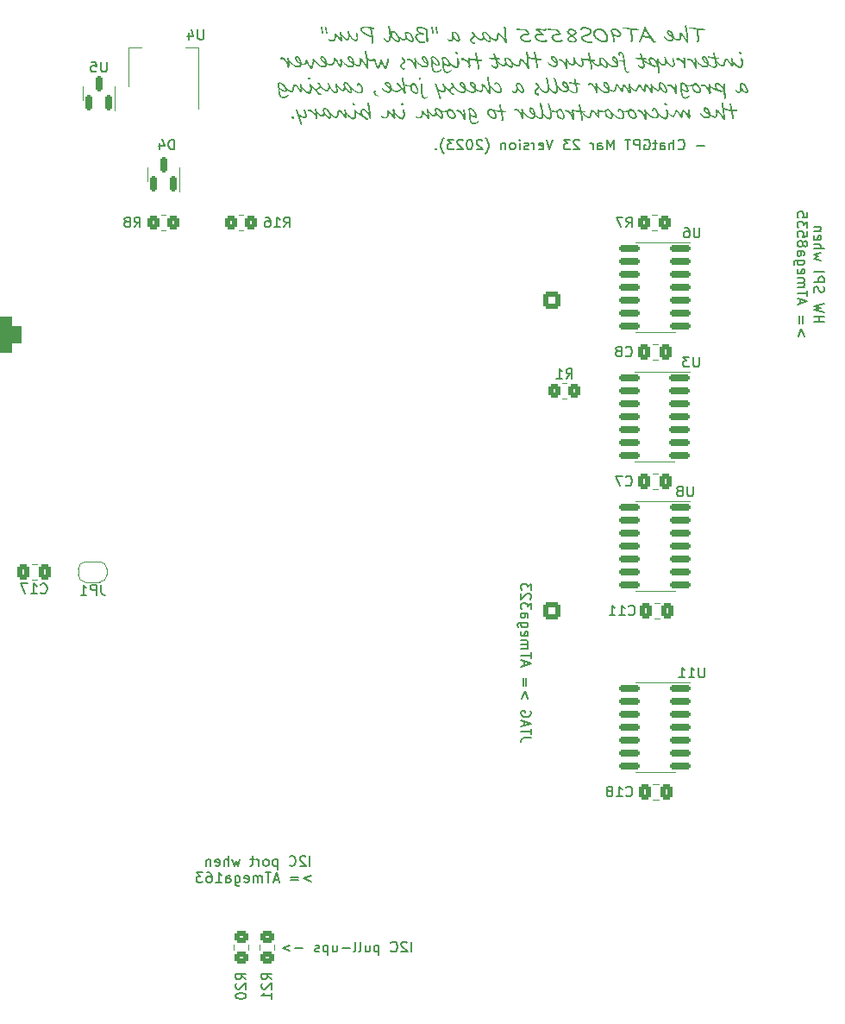
<source format=gbo>
G04 #@! TF.GenerationSoftware,KiCad,Pcbnew,7.0.1*
G04 #@! TF.CreationDate,2023-04-07T20:05:41+02:00*
G04 #@! TF.ProjectId,at90s8535,61743930-7338-4353-9335-2e6b69636164,V1.0*
G04 #@! TF.SameCoordinates,Original*
G04 #@! TF.FileFunction,Legend,Bot*
G04 #@! TF.FilePolarity,Positive*
%FSLAX46Y46*%
G04 Gerber Fmt 4.6, Leading zero omitted, Abs format (unit mm)*
G04 Created by KiCad (PCBNEW 7.0.1) date 2023-04-07 20:05:41*
%MOMM*%
%LPD*%
G01*
G04 APERTURE LIST*
G04 Aperture macros list*
%AMRoundRect*
0 Rectangle with rounded corners*
0 $1 Rounding radius*
0 $2 $3 $4 $5 $6 $7 $8 $9 X,Y pos of 4 corners*
0 Add a 4 corners polygon primitive as box body*
4,1,4,$2,$3,$4,$5,$6,$7,$8,$9,$2,$3,0*
0 Add four circle primitives for the rounded corners*
1,1,$1+$1,$2,$3*
1,1,$1+$1,$4,$5*
1,1,$1+$1,$6,$7*
1,1,$1+$1,$8,$9*
0 Add four rect primitives between the rounded corners*
20,1,$1+$1,$2,$3,$4,$5,0*
20,1,$1+$1,$4,$5,$6,$7,0*
20,1,$1+$1,$6,$7,$8,$9,0*
20,1,$1+$1,$8,$9,$2,$3,0*%
%AMFreePoly0*
4,1,19,0.500000,-0.750000,0.000000,-0.750000,0.000000,-0.744911,-0.071157,-0.744911,-0.207708,-0.704816,-0.327430,-0.627875,-0.420627,-0.520320,-0.479746,-0.390866,-0.500000,-0.250000,-0.500000,0.250000,-0.479746,0.390866,-0.420627,0.520320,-0.327430,0.627875,-0.207708,0.704816,-0.071157,0.744911,0.000000,0.744911,0.000000,0.750000,0.500000,0.750000,0.500000,-0.750000,0.500000,-0.750000,
$1*%
%AMFreePoly1*
4,1,19,0.000000,0.744911,0.071157,0.744911,0.207708,0.704816,0.327430,0.627875,0.420627,0.520320,0.479746,0.390866,0.500000,0.250000,0.500000,-0.250000,0.479746,-0.390866,0.420627,-0.520320,0.327430,-0.627875,0.207708,-0.704816,0.071157,-0.744911,0.000000,-0.744911,0.000000,-0.750000,-0.500000,-0.750000,-0.500000,0.750000,0.000000,0.750000,0.000000,0.744911,0.000000,0.744911,
$1*%
G04 Aperture macros list end*
%ADD10C,0.150000*%
%ADD11C,0.120000*%
%ADD12R,1.700000X1.700000*%
%ADD13O,1.700000X1.700000*%
%ADD14C,1.600000*%
%ADD15C,0.800000*%
%ADD16C,6.400000*%
%ADD17R,1.600000X1.600000*%
%ADD18O,3.500000X3.500000*%
%ADD19R,1.905000X2.000000*%
%ADD20O,1.905000X2.000000*%
%ADD21C,1.500000*%
%ADD22O,1.600000X1.600000*%
%ADD23RoundRect,0.250000X-0.600000X-0.600000X0.600000X-0.600000X0.600000X0.600000X-0.600000X0.600000X0*%
%ADD24C,1.700000*%
%ADD25R,2.200000X2.200000*%
%ADD26O,2.200000X2.200000*%
%ADD27C,2.000000*%
%ADD28R,1.800000X1.800000*%
%ADD29C,1.800000*%
%ADD30R,3.500000X3.500000*%
%ADD31RoundRect,0.750000X-0.750000X-1.000000X0.750000X-1.000000X0.750000X1.000000X-0.750000X1.000000X0*%
%ADD32RoundRect,0.875000X-0.875000X-0.875000X0.875000X-0.875000X0.875000X0.875000X-0.875000X0.875000X0*%
%ADD33R,1.500000X2.000000*%
%ADD34R,3.800000X2.000000*%
%ADD35RoundRect,0.250000X0.450000X-0.350000X0.450000X0.350000X-0.450000X0.350000X-0.450000X-0.350000X0*%
%ADD36RoundRect,0.250000X-0.337500X-0.475000X0.337500X-0.475000X0.337500X0.475000X-0.337500X0.475000X0*%
%ADD37RoundRect,0.150000X0.150000X-0.587500X0.150000X0.587500X-0.150000X0.587500X-0.150000X-0.587500X0*%
%ADD38RoundRect,0.250000X0.350000X0.450000X-0.350000X0.450000X-0.350000X-0.450000X0.350000X-0.450000X0*%
%ADD39RoundRect,0.150000X0.825000X0.150000X-0.825000X0.150000X-0.825000X-0.150000X0.825000X-0.150000X0*%
%ADD40FreePoly0,0.000000*%
%ADD41FreePoly1,0.000000*%
%ADD42RoundRect,0.250000X-0.350000X-0.450000X0.350000X-0.450000X0.350000X0.450000X-0.350000X0.450000X0*%
G04 APERTURE END LIST*
D10*
X4014762Y-43642619D02*
X4014762Y-42642619D01*
X3586191Y-42737857D02*
X3538572Y-42690238D01*
X3538572Y-42690238D02*
X3443334Y-42642619D01*
X3443334Y-42642619D02*
X3205239Y-42642619D01*
X3205239Y-42642619D02*
X3110001Y-42690238D01*
X3110001Y-42690238D02*
X3062382Y-42737857D01*
X3062382Y-42737857D02*
X3014763Y-42833095D01*
X3014763Y-42833095D02*
X3014763Y-42928333D01*
X3014763Y-42928333D02*
X3062382Y-43071190D01*
X3062382Y-43071190D02*
X3633810Y-43642619D01*
X3633810Y-43642619D02*
X3014763Y-43642619D01*
X2014763Y-43547380D02*
X2062382Y-43595000D01*
X2062382Y-43595000D02*
X2205239Y-43642619D01*
X2205239Y-43642619D02*
X2300477Y-43642619D01*
X2300477Y-43642619D02*
X2443334Y-43595000D01*
X2443334Y-43595000D02*
X2538572Y-43499761D01*
X2538572Y-43499761D02*
X2586191Y-43404523D01*
X2586191Y-43404523D02*
X2633810Y-43214047D01*
X2633810Y-43214047D02*
X2633810Y-43071190D01*
X2633810Y-43071190D02*
X2586191Y-42880714D01*
X2586191Y-42880714D02*
X2538572Y-42785476D01*
X2538572Y-42785476D02*
X2443334Y-42690238D01*
X2443334Y-42690238D02*
X2300477Y-42642619D01*
X2300477Y-42642619D02*
X2205239Y-42642619D01*
X2205239Y-42642619D02*
X2062382Y-42690238D01*
X2062382Y-42690238D02*
X2014763Y-42737857D01*
X824286Y-42975952D02*
X824286Y-43975952D01*
X824286Y-43023571D02*
X729048Y-42975952D01*
X729048Y-42975952D02*
X538572Y-42975952D01*
X538572Y-42975952D02*
X443334Y-43023571D01*
X443334Y-43023571D02*
X395715Y-43071190D01*
X395715Y-43071190D02*
X348096Y-43166428D01*
X348096Y-43166428D02*
X348096Y-43452142D01*
X348096Y-43452142D02*
X395715Y-43547380D01*
X395715Y-43547380D02*
X443334Y-43595000D01*
X443334Y-43595000D02*
X538572Y-43642619D01*
X538572Y-43642619D02*
X729048Y-43642619D01*
X729048Y-43642619D02*
X824286Y-43595000D01*
X-509046Y-42975952D02*
X-509046Y-43642619D01*
X-80475Y-42975952D02*
X-80475Y-43499761D01*
X-80475Y-43499761D02*
X-128094Y-43595000D01*
X-128094Y-43595000D02*
X-223332Y-43642619D01*
X-223332Y-43642619D02*
X-366189Y-43642619D01*
X-366189Y-43642619D02*
X-461427Y-43595000D01*
X-461427Y-43595000D02*
X-509046Y-43547380D01*
X-1128094Y-43642619D02*
X-1032856Y-43595000D01*
X-1032856Y-43595000D02*
X-985237Y-43499761D01*
X-985237Y-43499761D02*
X-985237Y-42642619D01*
X-1651904Y-43642619D02*
X-1556666Y-43595000D01*
X-1556666Y-43595000D02*
X-1509047Y-43499761D01*
X-1509047Y-43499761D02*
X-1509047Y-42642619D01*
X-2032857Y-43261666D02*
X-2794762Y-43261666D01*
X-3699523Y-42975952D02*
X-3699523Y-43642619D01*
X-3270952Y-42975952D02*
X-3270952Y-43499761D01*
X-3270952Y-43499761D02*
X-3318571Y-43595000D01*
X-3318571Y-43595000D02*
X-3413809Y-43642619D01*
X-3413809Y-43642619D02*
X-3556666Y-43642619D01*
X-3556666Y-43642619D02*
X-3651904Y-43595000D01*
X-3651904Y-43595000D02*
X-3699523Y-43547380D01*
X-4175714Y-42975952D02*
X-4175714Y-43975952D01*
X-4175714Y-43023571D02*
X-4270952Y-42975952D01*
X-4270952Y-42975952D02*
X-4461428Y-42975952D01*
X-4461428Y-42975952D02*
X-4556666Y-43023571D01*
X-4556666Y-43023571D02*
X-4604285Y-43071190D01*
X-4604285Y-43071190D02*
X-4651904Y-43166428D01*
X-4651904Y-43166428D02*
X-4651904Y-43452142D01*
X-4651904Y-43452142D02*
X-4604285Y-43547380D01*
X-4604285Y-43547380D02*
X-4556666Y-43595000D01*
X-4556666Y-43595000D02*
X-4461428Y-43642619D01*
X-4461428Y-43642619D02*
X-4270952Y-43642619D01*
X-4270952Y-43642619D02*
X-4175714Y-43595000D01*
X-5032857Y-43595000D02*
X-5128095Y-43642619D01*
X-5128095Y-43642619D02*
X-5318571Y-43642619D01*
X-5318571Y-43642619D02*
X-5413809Y-43595000D01*
X-5413809Y-43595000D02*
X-5461428Y-43499761D01*
X-5461428Y-43499761D02*
X-5461428Y-43452142D01*
X-5461428Y-43452142D02*
X-5413809Y-43356904D01*
X-5413809Y-43356904D02*
X-5318571Y-43309285D01*
X-5318571Y-43309285D02*
X-5175714Y-43309285D01*
X-5175714Y-43309285D02*
X-5080476Y-43261666D01*
X-5080476Y-43261666D02*
X-5032857Y-43166428D01*
X-5032857Y-43166428D02*
X-5032857Y-43118809D01*
X-5032857Y-43118809D02*
X-5080476Y-43023571D01*
X-5080476Y-43023571D02*
X-5175714Y-42975952D01*
X-5175714Y-42975952D02*
X-5318571Y-42975952D01*
X-5318571Y-42975952D02*
X-5413809Y-43023571D01*
X-6651905Y-43261666D02*
X-7413810Y-43261666D01*
X-7890000Y-42975952D02*
X-8651905Y-43261666D01*
X-8651905Y-43261666D02*
X-7890000Y-43547380D01*
X15777380Y-22644762D02*
X15063095Y-22644762D01*
X15063095Y-22644762D02*
X14920238Y-22692381D01*
X14920238Y-22692381D02*
X14825000Y-22787619D01*
X14825000Y-22787619D02*
X14777380Y-22930476D01*
X14777380Y-22930476D02*
X14777380Y-23025714D01*
X15777380Y-22311428D02*
X15777380Y-21740000D01*
X14777380Y-22025714D02*
X15777380Y-22025714D01*
X15063095Y-21454285D02*
X15063095Y-20978095D01*
X14777380Y-21549523D02*
X15777380Y-21216190D01*
X15777380Y-21216190D02*
X14777380Y-20882857D01*
X15729761Y-20025714D02*
X15777380Y-20120952D01*
X15777380Y-20120952D02*
X15777380Y-20263809D01*
X15777380Y-20263809D02*
X15729761Y-20406666D01*
X15729761Y-20406666D02*
X15634523Y-20501904D01*
X15634523Y-20501904D02*
X15539285Y-20549523D01*
X15539285Y-20549523D02*
X15348809Y-20597142D01*
X15348809Y-20597142D02*
X15205952Y-20597142D01*
X15205952Y-20597142D02*
X15015476Y-20549523D01*
X15015476Y-20549523D02*
X14920238Y-20501904D01*
X14920238Y-20501904D02*
X14825000Y-20406666D01*
X14825000Y-20406666D02*
X14777380Y-20263809D01*
X14777380Y-20263809D02*
X14777380Y-20168571D01*
X14777380Y-20168571D02*
X14825000Y-20025714D01*
X14825000Y-20025714D02*
X14872619Y-19978095D01*
X14872619Y-19978095D02*
X15205952Y-19978095D01*
X15205952Y-19978095D02*
X15205952Y-20168571D01*
X15444047Y-18787618D02*
X15158333Y-18025714D01*
X15158333Y-18025714D02*
X14872619Y-18787618D01*
X15301190Y-17549523D02*
X15301190Y-16787619D01*
X15015476Y-16787619D02*
X15015476Y-17549523D01*
X15063095Y-15597142D02*
X15063095Y-15120952D01*
X14777380Y-15692380D02*
X15777380Y-15359047D01*
X15777380Y-15359047D02*
X14777380Y-15025714D01*
X15777380Y-14835237D02*
X15777380Y-14263809D01*
X14777380Y-14549523D02*
X15777380Y-14549523D01*
X14777380Y-13930475D02*
X15444047Y-13930475D01*
X15348809Y-13930475D02*
X15396428Y-13882856D01*
X15396428Y-13882856D02*
X15444047Y-13787618D01*
X15444047Y-13787618D02*
X15444047Y-13644761D01*
X15444047Y-13644761D02*
X15396428Y-13549523D01*
X15396428Y-13549523D02*
X15301190Y-13501904D01*
X15301190Y-13501904D02*
X14777380Y-13501904D01*
X15301190Y-13501904D02*
X15396428Y-13454285D01*
X15396428Y-13454285D02*
X15444047Y-13359047D01*
X15444047Y-13359047D02*
X15444047Y-13216190D01*
X15444047Y-13216190D02*
X15396428Y-13120951D01*
X15396428Y-13120951D02*
X15301190Y-13073332D01*
X15301190Y-13073332D02*
X14777380Y-13073332D01*
X14825000Y-12216190D02*
X14777380Y-12311428D01*
X14777380Y-12311428D02*
X14777380Y-12501904D01*
X14777380Y-12501904D02*
X14825000Y-12597142D01*
X14825000Y-12597142D02*
X14920238Y-12644761D01*
X14920238Y-12644761D02*
X15301190Y-12644761D01*
X15301190Y-12644761D02*
X15396428Y-12597142D01*
X15396428Y-12597142D02*
X15444047Y-12501904D01*
X15444047Y-12501904D02*
X15444047Y-12311428D01*
X15444047Y-12311428D02*
X15396428Y-12216190D01*
X15396428Y-12216190D02*
X15301190Y-12168571D01*
X15301190Y-12168571D02*
X15205952Y-12168571D01*
X15205952Y-12168571D02*
X15110714Y-12644761D01*
X15444047Y-11311428D02*
X14634523Y-11311428D01*
X14634523Y-11311428D02*
X14539285Y-11359047D01*
X14539285Y-11359047D02*
X14491666Y-11406666D01*
X14491666Y-11406666D02*
X14444047Y-11501904D01*
X14444047Y-11501904D02*
X14444047Y-11644761D01*
X14444047Y-11644761D02*
X14491666Y-11739999D01*
X14825000Y-11311428D02*
X14777380Y-11406666D01*
X14777380Y-11406666D02*
X14777380Y-11597142D01*
X14777380Y-11597142D02*
X14825000Y-11692380D01*
X14825000Y-11692380D02*
X14872619Y-11739999D01*
X14872619Y-11739999D02*
X14967857Y-11787618D01*
X14967857Y-11787618D02*
X15253571Y-11787618D01*
X15253571Y-11787618D02*
X15348809Y-11739999D01*
X15348809Y-11739999D02*
X15396428Y-11692380D01*
X15396428Y-11692380D02*
X15444047Y-11597142D01*
X15444047Y-11597142D02*
X15444047Y-11406666D01*
X15444047Y-11406666D02*
X15396428Y-11311428D01*
X14777380Y-10406666D02*
X15301190Y-10406666D01*
X15301190Y-10406666D02*
X15396428Y-10454285D01*
X15396428Y-10454285D02*
X15444047Y-10549523D01*
X15444047Y-10549523D02*
X15444047Y-10739999D01*
X15444047Y-10739999D02*
X15396428Y-10835237D01*
X14825000Y-10406666D02*
X14777380Y-10501904D01*
X14777380Y-10501904D02*
X14777380Y-10739999D01*
X14777380Y-10739999D02*
X14825000Y-10835237D01*
X14825000Y-10835237D02*
X14920238Y-10882856D01*
X14920238Y-10882856D02*
X15015476Y-10882856D01*
X15015476Y-10882856D02*
X15110714Y-10835237D01*
X15110714Y-10835237D02*
X15158333Y-10739999D01*
X15158333Y-10739999D02*
X15158333Y-10501904D01*
X15158333Y-10501904D02*
X15205952Y-10406666D01*
X15777380Y-10025713D02*
X15777380Y-9406666D01*
X15777380Y-9406666D02*
X15396428Y-9739999D01*
X15396428Y-9739999D02*
X15396428Y-9597142D01*
X15396428Y-9597142D02*
X15348809Y-9501904D01*
X15348809Y-9501904D02*
X15301190Y-9454285D01*
X15301190Y-9454285D02*
X15205952Y-9406666D01*
X15205952Y-9406666D02*
X14967857Y-9406666D01*
X14967857Y-9406666D02*
X14872619Y-9454285D01*
X14872619Y-9454285D02*
X14825000Y-9501904D01*
X14825000Y-9501904D02*
X14777380Y-9597142D01*
X14777380Y-9597142D02*
X14777380Y-9882856D01*
X14777380Y-9882856D02*
X14825000Y-9978094D01*
X14825000Y-9978094D02*
X14872619Y-10025713D01*
X15682142Y-9025713D02*
X15729761Y-8978094D01*
X15729761Y-8978094D02*
X15777380Y-8882856D01*
X15777380Y-8882856D02*
X15777380Y-8644761D01*
X15777380Y-8644761D02*
X15729761Y-8549523D01*
X15729761Y-8549523D02*
X15682142Y-8501904D01*
X15682142Y-8501904D02*
X15586904Y-8454285D01*
X15586904Y-8454285D02*
X15491666Y-8454285D01*
X15491666Y-8454285D02*
X15348809Y-8501904D01*
X15348809Y-8501904D02*
X14777380Y-9073332D01*
X14777380Y-9073332D02*
X14777380Y-8454285D01*
X15777380Y-8120951D02*
X15777380Y-7501904D01*
X15777380Y-7501904D02*
X15396428Y-7835237D01*
X15396428Y-7835237D02*
X15396428Y-7692380D01*
X15396428Y-7692380D02*
X15348809Y-7597142D01*
X15348809Y-7597142D02*
X15301190Y-7549523D01*
X15301190Y-7549523D02*
X15205952Y-7501904D01*
X15205952Y-7501904D02*
X14967857Y-7501904D01*
X14967857Y-7501904D02*
X14872619Y-7549523D01*
X14872619Y-7549523D02*
X14825000Y-7597142D01*
X14825000Y-7597142D02*
X14777380Y-7692380D01*
X14777380Y-7692380D02*
X14777380Y-7978094D01*
X14777380Y-7978094D02*
X14825000Y-8073332D01*
X14825000Y-8073332D02*
X14872619Y-8120951D01*
X32781904Y35478333D02*
X32020000Y35478333D01*
X30210476Y35192619D02*
X30258095Y35145000D01*
X30258095Y35145000D02*
X30400952Y35097380D01*
X30400952Y35097380D02*
X30496190Y35097380D01*
X30496190Y35097380D02*
X30639047Y35145000D01*
X30639047Y35145000D02*
X30734285Y35240238D01*
X30734285Y35240238D02*
X30781904Y35335476D01*
X30781904Y35335476D02*
X30829523Y35525952D01*
X30829523Y35525952D02*
X30829523Y35668809D01*
X30829523Y35668809D02*
X30781904Y35859285D01*
X30781904Y35859285D02*
X30734285Y35954523D01*
X30734285Y35954523D02*
X30639047Y36049761D01*
X30639047Y36049761D02*
X30496190Y36097380D01*
X30496190Y36097380D02*
X30400952Y36097380D01*
X30400952Y36097380D02*
X30258095Y36049761D01*
X30258095Y36049761D02*
X30210476Y36002142D01*
X29781904Y35097380D02*
X29781904Y36097380D01*
X29353333Y35097380D02*
X29353333Y35621190D01*
X29353333Y35621190D02*
X29400952Y35716428D01*
X29400952Y35716428D02*
X29496190Y35764047D01*
X29496190Y35764047D02*
X29639047Y35764047D01*
X29639047Y35764047D02*
X29734285Y35716428D01*
X29734285Y35716428D02*
X29781904Y35668809D01*
X28448571Y35097380D02*
X28448571Y35621190D01*
X28448571Y35621190D02*
X28496190Y35716428D01*
X28496190Y35716428D02*
X28591428Y35764047D01*
X28591428Y35764047D02*
X28781904Y35764047D01*
X28781904Y35764047D02*
X28877142Y35716428D01*
X28448571Y35145000D02*
X28543809Y35097380D01*
X28543809Y35097380D02*
X28781904Y35097380D01*
X28781904Y35097380D02*
X28877142Y35145000D01*
X28877142Y35145000D02*
X28924761Y35240238D01*
X28924761Y35240238D02*
X28924761Y35335476D01*
X28924761Y35335476D02*
X28877142Y35430714D01*
X28877142Y35430714D02*
X28781904Y35478333D01*
X28781904Y35478333D02*
X28543809Y35478333D01*
X28543809Y35478333D02*
X28448571Y35525952D01*
X28115237Y35764047D02*
X27734285Y35764047D01*
X27972380Y36097380D02*
X27972380Y35240238D01*
X27972380Y35240238D02*
X27924761Y35145000D01*
X27924761Y35145000D02*
X27829523Y35097380D01*
X27829523Y35097380D02*
X27734285Y35097380D01*
X26877142Y36049761D02*
X26972380Y36097380D01*
X26972380Y36097380D02*
X27115237Y36097380D01*
X27115237Y36097380D02*
X27258094Y36049761D01*
X27258094Y36049761D02*
X27353332Y35954523D01*
X27353332Y35954523D02*
X27400951Y35859285D01*
X27400951Y35859285D02*
X27448570Y35668809D01*
X27448570Y35668809D02*
X27448570Y35525952D01*
X27448570Y35525952D02*
X27400951Y35335476D01*
X27400951Y35335476D02*
X27353332Y35240238D01*
X27353332Y35240238D02*
X27258094Y35145000D01*
X27258094Y35145000D02*
X27115237Y35097380D01*
X27115237Y35097380D02*
X27019999Y35097380D01*
X27019999Y35097380D02*
X26877142Y35145000D01*
X26877142Y35145000D02*
X26829523Y35192619D01*
X26829523Y35192619D02*
X26829523Y35525952D01*
X26829523Y35525952D02*
X27019999Y35525952D01*
X26400951Y35097380D02*
X26400951Y36097380D01*
X26400951Y36097380D02*
X26019999Y36097380D01*
X26019999Y36097380D02*
X25924761Y36049761D01*
X25924761Y36049761D02*
X25877142Y36002142D01*
X25877142Y36002142D02*
X25829523Y35906904D01*
X25829523Y35906904D02*
X25829523Y35764047D01*
X25829523Y35764047D02*
X25877142Y35668809D01*
X25877142Y35668809D02*
X25924761Y35621190D01*
X25924761Y35621190D02*
X26019999Y35573571D01*
X26019999Y35573571D02*
X26400951Y35573571D01*
X25543808Y36097380D02*
X24972380Y36097380D01*
X25258094Y35097380D02*
X25258094Y36097380D01*
X23877141Y35097380D02*
X23877141Y36097380D01*
X23877141Y36097380D02*
X23543808Y35383095D01*
X23543808Y35383095D02*
X23210475Y36097380D01*
X23210475Y36097380D02*
X23210475Y35097380D01*
X22305713Y35097380D02*
X22305713Y35621190D01*
X22305713Y35621190D02*
X22353332Y35716428D01*
X22353332Y35716428D02*
X22448570Y35764047D01*
X22448570Y35764047D02*
X22639046Y35764047D01*
X22639046Y35764047D02*
X22734284Y35716428D01*
X22305713Y35145000D02*
X22400951Y35097380D01*
X22400951Y35097380D02*
X22639046Y35097380D01*
X22639046Y35097380D02*
X22734284Y35145000D01*
X22734284Y35145000D02*
X22781903Y35240238D01*
X22781903Y35240238D02*
X22781903Y35335476D01*
X22781903Y35335476D02*
X22734284Y35430714D01*
X22734284Y35430714D02*
X22639046Y35478333D01*
X22639046Y35478333D02*
X22400951Y35478333D01*
X22400951Y35478333D02*
X22305713Y35525952D01*
X21829522Y35097380D02*
X21829522Y35764047D01*
X21829522Y35573571D02*
X21781903Y35668809D01*
X21781903Y35668809D02*
X21734284Y35716428D01*
X21734284Y35716428D02*
X21639046Y35764047D01*
X21639046Y35764047D02*
X21543808Y35764047D01*
X20496188Y36002142D02*
X20448569Y36049761D01*
X20448569Y36049761D02*
X20353331Y36097380D01*
X20353331Y36097380D02*
X20115236Y36097380D01*
X20115236Y36097380D02*
X20019998Y36049761D01*
X20019998Y36049761D02*
X19972379Y36002142D01*
X19972379Y36002142D02*
X19924760Y35906904D01*
X19924760Y35906904D02*
X19924760Y35811666D01*
X19924760Y35811666D02*
X19972379Y35668809D01*
X19972379Y35668809D02*
X20543807Y35097380D01*
X20543807Y35097380D02*
X19924760Y35097380D01*
X19591426Y36097380D02*
X18972379Y36097380D01*
X18972379Y36097380D02*
X19305712Y35716428D01*
X19305712Y35716428D02*
X19162855Y35716428D01*
X19162855Y35716428D02*
X19067617Y35668809D01*
X19067617Y35668809D02*
X19019998Y35621190D01*
X19019998Y35621190D02*
X18972379Y35525952D01*
X18972379Y35525952D02*
X18972379Y35287857D01*
X18972379Y35287857D02*
X19019998Y35192619D01*
X19019998Y35192619D02*
X19067617Y35145000D01*
X19067617Y35145000D02*
X19162855Y35097380D01*
X19162855Y35097380D02*
X19448569Y35097380D01*
X19448569Y35097380D02*
X19543807Y35145000D01*
X19543807Y35145000D02*
X19591426Y35192619D01*
X17924759Y36097380D02*
X17591426Y35097380D01*
X17591426Y35097380D02*
X17258093Y36097380D01*
X16543807Y35145000D02*
X16639045Y35097380D01*
X16639045Y35097380D02*
X16829521Y35097380D01*
X16829521Y35097380D02*
X16924759Y35145000D01*
X16924759Y35145000D02*
X16972378Y35240238D01*
X16972378Y35240238D02*
X16972378Y35621190D01*
X16972378Y35621190D02*
X16924759Y35716428D01*
X16924759Y35716428D02*
X16829521Y35764047D01*
X16829521Y35764047D02*
X16639045Y35764047D01*
X16639045Y35764047D02*
X16543807Y35716428D01*
X16543807Y35716428D02*
X16496188Y35621190D01*
X16496188Y35621190D02*
X16496188Y35525952D01*
X16496188Y35525952D02*
X16972378Y35430714D01*
X16067616Y35097380D02*
X16067616Y35764047D01*
X16067616Y35573571D02*
X16019997Y35668809D01*
X16019997Y35668809D02*
X15972378Y35716428D01*
X15972378Y35716428D02*
X15877140Y35764047D01*
X15877140Y35764047D02*
X15781902Y35764047D01*
X15496187Y35145000D02*
X15400949Y35097380D01*
X15400949Y35097380D02*
X15210473Y35097380D01*
X15210473Y35097380D02*
X15115235Y35145000D01*
X15115235Y35145000D02*
X15067616Y35240238D01*
X15067616Y35240238D02*
X15067616Y35287857D01*
X15067616Y35287857D02*
X15115235Y35383095D01*
X15115235Y35383095D02*
X15210473Y35430714D01*
X15210473Y35430714D02*
X15353330Y35430714D01*
X15353330Y35430714D02*
X15448568Y35478333D01*
X15448568Y35478333D02*
X15496187Y35573571D01*
X15496187Y35573571D02*
X15496187Y35621190D01*
X15496187Y35621190D02*
X15448568Y35716428D01*
X15448568Y35716428D02*
X15353330Y35764047D01*
X15353330Y35764047D02*
X15210473Y35764047D01*
X15210473Y35764047D02*
X15115235Y35716428D01*
X14639044Y35097380D02*
X14639044Y35764047D01*
X14639044Y36097380D02*
X14686663Y36049761D01*
X14686663Y36049761D02*
X14639044Y36002142D01*
X14639044Y36002142D02*
X14591425Y36049761D01*
X14591425Y36049761D02*
X14639044Y36097380D01*
X14639044Y36097380D02*
X14639044Y36002142D01*
X14019997Y35097380D02*
X14115235Y35145000D01*
X14115235Y35145000D02*
X14162854Y35192619D01*
X14162854Y35192619D02*
X14210473Y35287857D01*
X14210473Y35287857D02*
X14210473Y35573571D01*
X14210473Y35573571D02*
X14162854Y35668809D01*
X14162854Y35668809D02*
X14115235Y35716428D01*
X14115235Y35716428D02*
X14019997Y35764047D01*
X14019997Y35764047D02*
X13877140Y35764047D01*
X13877140Y35764047D02*
X13781902Y35716428D01*
X13781902Y35716428D02*
X13734283Y35668809D01*
X13734283Y35668809D02*
X13686664Y35573571D01*
X13686664Y35573571D02*
X13686664Y35287857D01*
X13686664Y35287857D02*
X13734283Y35192619D01*
X13734283Y35192619D02*
X13781902Y35145000D01*
X13781902Y35145000D02*
X13877140Y35097380D01*
X13877140Y35097380D02*
X14019997Y35097380D01*
X13258092Y35764047D02*
X13258092Y35097380D01*
X13258092Y35668809D02*
X13210473Y35716428D01*
X13210473Y35716428D02*
X13115235Y35764047D01*
X13115235Y35764047D02*
X12972378Y35764047D01*
X12972378Y35764047D02*
X12877140Y35716428D01*
X12877140Y35716428D02*
X12829521Y35621190D01*
X12829521Y35621190D02*
X12829521Y35097380D01*
X11305711Y34716428D02*
X11353330Y34764047D01*
X11353330Y34764047D02*
X11448568Y34906904D01*
X11448568Y34906904D02*
X11496187Y35002142D01*
X11496187Y35002142D02*
X11543806Y35145000D01*
X11543806Y35145000D02*
X11591425Y35383095D01*
X11591425Y35383095D02*
X11591425Y35573571D01*
X11591425Y35573571D02*
X11543806Y35811666D01*
X11543806Y35811666D02*
X11496187Y35954523D01*
X11496187Y35954523D02*
X11448568Y36049761D01*
X11448568Y36049761D02*
X11353330Y36192619D01*
X11353330Y36192619D02*
X11305711Y36240238D01*
X10972377Y36002142D02*
X10924758Y36049761D01*
X10924758Y36049761D02*
X10829520Y36097380D01*
X10829520Y36097380D02*
X10591425Y36097380D01*
X10591425Y36097380D02*
X10496187Y36049761D01*
X10496187Y36049761D02*
X10448568Y36002142D01*
X10448568Y36002142D02*
X10400949Y35906904D01*
X10400949Y35906904D02*
X10400949Y35811666D01*
X10400949Y35811666D02*
X10448568Y35668809D01*
X10448568Y35668809D02*
X11019996Y35097380D01*
X11019996Y35097380D02*
X10400949Y35097380D01*
X9781901Y36097380D02*
X9686663Y36097380D01*
X9686663Y36097380D02*
X9591425Y36049761D01*
X9591425Y36049761D02*
X9543806Y36002142D01*
X9543806Y36002142D02*
X9496187Y35906904D01*
X9496187Y35906904D02*
X9448568Y35716428D01*
X9448568Y35716428D02*
X9448568Y35478333D01*
X9448568Y35478333D02*
X9496187Y35287857D01*
X9496187Y35287857D02*
X9543806Y35192619D01*
X9543806Y35192619D02*
X9591425Y35145000D01*
X9591425Y35145000D02*
X9686663Y35097380D01*
X9686663Y35097380D02*
X9781901Y35097380D01*
X9781901Y35097380D02*
X9877139Y35145000D01*
X9877139Y35145000D02*
X9924758Y35192619D01*
X9924758Y35192619D02*
X9972377Y35287857D01*
X9972377Y35287857D02*
X10019996Y35478333D01*
X10019996Y35478333D02*
X10019996Y35716428D01*
X10019996Y35716428D02*
X9972377Y35906904D01*
X9972377Y35906904D02*
X9924758Y36002142D01*
X9924758Y36002142D02*
X9877139Y36049761D01*
X9877139Y36049761D02*
X9781901Y36097380D01*
X9067615Y36002142D02*
X9019996Y36049761D01*
X9019996Y36049761D02*
X8924758Y36097380D01*
X8924758Y36097380D02*
X8686663Y36097380D01*
X8686663Y36097380D02*
X8591425Y36049761D01*
X8591425Y36049761D02*
X8543806Y36002142D01*
X8543806Y36002142D02*
X8496187Y35906904D01*
X8496187Y35906904D02*
X8496187Y35811666D01*
X8496187Y35811666D02*
X8543806Y35668809D01*
X8543806Y35668809D02*
X9115234Y35097380D01*
X9115234Y35097380D02*
X8496187Y35097380D01*
X8162853Y36097380D02*
X7543806Y36097380D01*
X7543806Y36097380D02*
X7877139Y35716428D01*
X7877139Y35716428D02*
X7734282Y35716428D01*
X7734282Y35716428D02*
X7639044Y35668809D01*
X7639044Y35668809D02*
X7591425Y35621190D01*
X7591425Y35621190D02*
X7543806Y35525952D01*
X7543806Y35525952D02*
X7543806Y35287857D01*
X7543806Y35287857D02*
X7591425Y35192619D01*
X7591425Y35192619D02*
X7639044Y35145000D01*
X7639044Y35145000D02*
X7734282Y35097380D01*
X7734282Y35097380D02*
X8019996Y35097380D01*
X8019996Y35097380D02*
X8115234Y35145000D01*
X8115234Y35145000D02*
X8162853Y35192619D01*
X7210472Y34716428D02*
X7162853Y34764047D01*
X7162853Y34764047D02*
X7067615Y34906904D01*
X7067615Y34906904D02*
X7019996Y35002142D01*
X7019996Y35002142D02*
X6972377Y35145000D01*
X6972377Y35145000D02*
X6924758Y35383095D01*
X6924758Y35383095D02*
X6924758Y35573571D01*
X6924758Y35573571D02*
X6972377Y35811666D01*
X6972377Y35811666D02*
X7019996Y35954523D01*
X7019996Y35954523D02*
X7067615Y36049761D01*
X7067615Y36049761D02*
X7162853Y36192619D01*
X7162853Y36192619D02*
X7210472Y36240238D01*
X6448567Y35192619D02*
X6400948Y35145000D01*
X6400948Y35145000D02*
X6448567Y35097380D01*
X6448567Y35097380D02*
X6496186Y35145000D01*
X6496186Y35145000D02*
X6448567Y35192619D01*
X6448567Y35192619D02*
X6448567Y35097380D01*
X-5953809Y-35212619D02*
X-5953809Y-34212619D01*
X-6382380Y-34307857D02*
X-6429999Y-34260238D01*
X-6429999Y-34260238D02*
X-6525237Y-34212619D01*
X-6525237Y-34212619D02*
X-6763332Y-34212619D01*
X-6763332Y-34212619D02*
X-6858570Y-34260238D01*
X-6858570Y-34260238D02*
X-6906189Y-34307857D01*
X-6906189Y-34307857D02*
X-6953808Y-34403095D01*
X-6953808Y-34403095D02*
X-6953808Y-34498333D01*
X-6953808Y-34498333D02*
X-6906189Y-34641190D01*
X-6906189Y-34641190D02*
X-6334761Y-35212619D01*
X-6334761Y-35212619D02*
X-6953808Y-35212619D01*
X-7953808Y-35117380D02*
X-7906189Y-35165000D01*
X-7906189Y-35165000D02*
X-7763332Y-35212619D01*
X-7763332Y-35212619D02*
X-7668094Y-35212619D01*
X-7668094Y-35212619D02*
X-7525237Y-35165000D01*
X-7525237Y-35165000D02*
X-7429999Y-35069761D01*
X-7429999Y-35069761D02*
X-7382380Y-34974523D01*
X-7382380Y-34974523D02*
X-7334761Y-34784047D01*
X-7334761Y-34784047D02*
X-7334761Y-34641190D01*
X-7334761Y-34641190D02*
X-7382380Y-34450714D01*
X-7382380Y-34450714D02*
X-7429999Y-34355476D01*
X-7429999Y-34355476D02*
X-7525237Y-34260238D01*
X-7525237Y-34260238D02*
X-7668094Y-34212619D01*
X-7668094Y-34212619D02*
X-7763332Y-34212619D01*
X-7763332Y-34212619D02*
X-7906189Y-34260238D01*
X-7906189Y-34260238D02*
X-7953808Y-34307857D01*
X-9144285Y-34545952D02*
X-9144285Y-35545952D01*
X-9144285Y-34593571D02*
X-9239523Y-34545952D01*
X-9239523Y-34545952D02*
X-9429999Y-34545952D01*
X-9429999Y-34545952D02*
X-9525237Y-34593571D01*
X-9525237Y-34593571D02*
X-9572856Y-34641190D01*
X-9572856Y-34641190D02*
X-9620475Y-34736428D01*
X-9620475Y-34736428D02*
X-9620475Y-35022142D01*
X-9620475Y-35022142D02*
X-9572856Y-35117380D01*
X-9572856Y-35117380D02*
X-9525237Y-35165000D01*
X-9525237Y-35165000D02*
X-9429999Y-35212619D01*
X-9429999Y-35212619D02*
X-9239523Y-35212619D01*
X-9239523Y-35212619D02*
X-9144285Y-35165000D01*
X-10191904Y-35212619D02*
X-10096666Y-35165000D01*
X-10096666Y-35165000D02*
X-10049047Y-35117380D01*
X-10049047Y-35117380D02*
X-10001428Y-35022142D01*
X-10001428Y-35022142D02*
X-10001428Y-34736428D01*
X-10001428Y-34736428D02*
X-10049047Y-34641190D01*
X-10049047Y-34641190D02*
X-10096666Y-34593571D01*
X-10096666Y-34593571D02*
X-10191904Y-34545952D01*
X-10191904Y-34545952D02*
X-10334761Y-34545952D01*
X-10334761Y-34545952D02*
X-10429999Y-34593571D01*
X-10429999Y-34593571D02*
X-10477618Y-34641190D01*
X-10477618Y-34641190D02*
X-10525237Y-34736428D01*
X-10525237Y-34736428D02*
X-10525237Y-35022142D01*
X-10525237Y-35022142D02*
X-10477618Y-35117380D01*
X-10477618Y-35117380D02*
X-10429999Y-35165000D01*
X-10429999Y-35165000D02*
X-10334761Y-35212619D01*
X-10334761Y-35212619D02*
X-10191904Y-35212619D01*
X-10953809Y-35212619D02*
X-10953809Y-34545952D01*
X-10953809Y-34736428D02*
X-11001428Y-34641190D01*
X-11001428Y-34641190D02*
X-11049047Y-34593571D01*
X-11049047Y-34593571D02*
X-11144285Y-34545952D01*
X-11144285Y-34545952D02*
X-11239523Y-34545952D01*
X-11430000Y-34545952D02*
X-11810952Y-34545952D01*
X-11572857Y-34212619D02*
X-11572857Y-35069761D01*
X-11572857Y-35069761D02*
X-11620476Y-35165000D01*
X-11620476Y-35165000D02*
X-11715714Y-35212619D01*
X-11715714Y-35212619D02*
X-11810952Y-35212619D01*
X-12810953Y-34545952D02*
X-13001429Y-35212619D01*
X-13001429Y-35212619D02*
X-13191905Y-34736428D01*
X-13191905Y-34736428D02*
X-13382381Y-35212619D01*
X-13382381Y-35212619D02*
X-13572857Y-34545952D01*
X-13953810Y-35212619D02*
X-13953810Y-34212619D01*
X-14382381Y-35212619D02*
X-14382381Y-34688809D01*
X-14382381Y-34688809D02*
X-14334762Y-34593571D01*
X-14334762Y-34593571D02*
X-14239524Y-34545952D01*
X-14239524Y-34545952D02*
X-14096667Y-34545952D01*
X-14096667Y-34545952D02*
X-14001429Y-34593571D01*
X-14001429Y-34593571D02*
X-13953810Y-34641190D01*
X-15239524Y-35165000D02*
X-15144286Y-35212619D01*
X-15144286Y-35212619D02*
X-14953810Y-35212619D01*
X-14953810Y-35212619D02*
X-14858572Y-35165000D01*
X-14858572Y-35165000D02*
X-14810953Y-35069761D01*
X-14810953Y-35069761D02*
X-14810953Y-34688809D01*
X-14810953Y-34688809D02*
X-14858572Y-34593571D01*
X-14858572Y-34593571D02*
X-14953810Y-34545952D01*
X-14953810Y-34545952D02*
X-15144286Y-34545952D01*
X-15144286Y-34545952D02*
X-15239524Y-34593571D01*
X-15239524Y-34593571D02*
X-15287143Y-34688809D01*
X-15287143Y-34688809D02*
X-15287143Y-34784047D01*
X-15287143Y-34784047D02*
X-14810953Y-34879285D01*
X-15715715Y-34545952D02*
X-15715715Y-35212619D01*
X-15715715Y-34641190D02*
X-15763334Y-34593571D01*
X-15763334Y-34593571D02*
X-15858572Y-34545952D01*
X-15858572Y-34545952D02*
X-16001429Y-34545952D01*
X-16001429Y-34545952D02*
X-16096667Y-34593571D01*
X-16096667Y-34593571D02*
X-16144286Y-34688809D01*
X-16144286Y-34688809D02*
X-16144286Y-35212619D01*
X-5810952Y-36165952D02*
X-6572857Y-36451666D01*
X-6572857Y-36451666D02*
X-5810952Y-36737380D01*
X-7049047Y-36308809D02*
X-7810952Y-36308809D01*
X-7810952Y-36594523D02*
X-7049047Y-36594523D01*
X-9001428Y-36546904D02*
X-9477618Y-36546904D01*
X-8906190Y-36832619D02*
X-9239523Y-35832619D01*
X-9239523Y-35832619D02*
X-9572856Y-36832619D01*
X-9763333Y-35832619D02*
X-10334761Y-35832619D01*
X-10049047Y-36832619D02*
X-10049047Y-35832619D01*
X-10668095Y-36832619D02*
X-10668095Y-36165952D01*
X-10668095Y-36261190D02*
X-10715714Y-36213571D01*
X-10715714Y-36213571D02*
X-10810952Y-36165952D01*
X-10810952Y-36165952D02*
X-10953809Y-36165952D01*
X-10953809Y-36165952D02*
X-11049047Y-36213571D01*
X-11049047Y-36213571D02*
X-11096666Y-36308809D01*
X-11096666Y-36308809D02*
X-11096666Y-36832619D01*
X-11096666Y-36308809D02*
X-11144285Y-36213571D01*
X-11144285Y-36213571D02*
X-11239523Y-36165952D01*
X-11239523Y-36165952D02*
X-11382380Y-36165952D01*
X-11382380Y-36165952D02*
X-11477619Y-36213571D01*
X-11477619Y-36213571D02*
X-11525238Y-36308809D01*
X-11525238Y-36308809D02*
X-11525238Y-36832619D01*
X-12382380Y-36785000D02*
X-12287142Y-36832619D01*
X-12287142Y-36832619D02*
X-12096666Y-36832619D01*
X-12096666Y-36832619D02*
X-12001428Y-36785000D01*
X-12001428Y-36785000D02*
X-11953809Y-36689761D01*
X-11953809Y-36689761D02*
X-11953809Y-36308809D01*
X-11953809Y-36308809D02*
X-12001428Y-36213571D01*
X-12001428Y-36213571D02*
X-12096666Y-36165952D01*
X-12096666Y-36165952D02*
X-12287142Y-36165952D01*
X-12287142Y-36165952D02*
X-12382380Y-36213571D01*
X-12382380Y-36213571D02*
X-12429999Y-36308809D01*
X-12429999Y-36308809D02*
X-12429999Y-36404047D01*
X-12429999Y-36404047D02*
X-11953809Y-36499285D01*
X-13287142Y-36165952D02*
X-13287142Y-36975476D01*
X-13287142Y-36975476D02*
X-13239523Y-37070714D01*
X-13239523Y-37070714D02*
X-13191904Y-37118333D01*
X-13191904Y-37118333D02*
X-13096666Y-37165952D01*
X-13096666Y-37165952D02*
X-12953809Y-37165952D01*
X-12953809Y-37165952D02*
X-12858571Y-37118333D01*
X-13287142Y-36785000D02*
X-13191904Y-36832619D01*
X-13191904Y-36832619D02*
X-13001428Y-36832619D01*
X-13001428Y-36832619D02*
X-12906190Y-36785000D01*
X-12906190Y-36785000D02*
X-12858571Y-36737380D01*
X-12858571Y-36737380D02*
X-12810952Y-36642142D01*
X-12810952Y-36642142D02*
X-12810952Y-36356428D01*
X-12810952Y-36356428D02*
X-12858571Y-36261190D01*
X-12858571Y-36261190D02*
X-12906190Y-36213571D01*
X-12906190Y-36213571D02*
X-13001428Y-36165952D01*
X-13001428Y-36165952D02*
X-13191904Y-36165952D01*
X-13191904Y-36165952D02*
X-13287142Y-36213571D01*
X-14191904Y-36832619D02*
X-14191904Y-36308809D01*
X-14191904Y-36308809D02*
X-14144285Y-36213571D01*
X-14144285Y-36213571D02*
X-14049047Y-36165952D01*
X-14049047Y-36165952D02*
X-13858571Y-36165952D01*
X-13858571Y-36165952D02*
X-13763333Y-36213571D01*
X-14191904Y-36785000D02*
X-14096666Y-36832619D01*
X-14096666Y-36832619D02*
X-13858571Y-36832619D01*
X-13858571Y-36832619D02*
X-13763333Y-36785000D01*
X-13763333Y-36785000D02*
X-13715714Y-36689761D01*
X-13715714Y-36689761D02*
X-13715714Y-36594523D01*
X-13715714Y-36594523D02*
X-13763333Y-36499285D01*
X-13763333Y-36499285D02*
X-13858571Y-36451666D01*
X-13858571Y-36451666D02*
X-14096666Y-36451666D01*
X-14096666Y-36451666D02*
X-14191904Y-36404047D01*
X-15191904Y-36832619D02*
X-14620476Y-36832619D01*
X-14906190Y-36832619D02*
X-14906190Y-35832619D01*
X-14906190Y-35832619D02*
X-14810952Y-35975476D01*
X-14810952Y-35975476D02*
X-14715714Y-36070714D01*
X-14715714Y-36070714D02*
X-14620476Y-36118333D01*
X-16049047Y-35832619D02*
X-15858571Y-35832619D01*
X-15858571Y-35832619D02*
X-15763333Y-35880238D01*
X-15763333Y-35880238D02*
X-15715714Y-35927857D01*
X-15715714Y-35927857D02*
X-15620476Y-36070714D01*
X-15620476Y-36070714D02*
X-15572857Y-36261190D01*
X-15572857Y-36261190D02*
X-15572857Y-36642142D01*
X-15572857Y-36642142D02*
X-15620476Y-36737380D01*
X-15620476Y-36737380D02*
X-15668095Y-36785000D01*
X-15668095Y-36785000D02*
X-15763333Y-36832619D01*
X-15763333Y-36832619D02*
X-15953809Y-36832619D01*
X-15953809Y-36832619D02*
X-16049047Y-36785000D01*
X-16049047Y-36785000D02*
X-16096666Y-36737380D01*
X-16096666Y-36737380D02*
X-16144285Y-36642142D01*
X-16144285Y-36642142D02*
X-16144285Y-36404047D01*
X-16144285Y-36404047D02*
X-16096666Y-36308809D01*
X-16096666Y-36308809D02*
X-16049047Y-36261190D01*
X-16049047Y-36261190D02*
X-15953809Y-36213571D01*
X-15953809Y-36213571D02*
X-15763333Y-36213571D01*
X-15763333Y-36213571D02*
X-15668095Y-36261190D01*
X-15668095Y-36261190D02*
X-15620476Y-36308809D01*
X-15620476Y-36308809D02*
X-15572857Y-36404047D01*
X-16477619Y-35832619D02*
X-17096666Y-35832619D01*
X-17096666Y-35832619D02*
X-16763333Y-36213571D01*
X-16763333Y-36213571D02*
X-16906190Y-36213571D01*
X-16906190Y-36213571D02*
X-17001428Y-36261190D01*
X-17001428Y-36261190D02*
X-17049047Y-36308809D01*
X-17049047Y-36308809D02*
X-17096666Y-36404047D01*
X-17096666Y-36404047D02*
X-17096666Y-36642142D01*
X-17096666Y-36642142D02*
X-17049047Y-36737380D01*
X-17049047Y-36737380D02*
X-17001428Y-36785000D01*
X-17001428Y-36785000D02*
X-16906190Y-36832619D01*
X-16906190Y-36832619D02*
X-16620476Y-36832619D01*
X-16620476Y-36832619D02*
X-16525238Y-36785000D01*
X-16525238Y-36785000D02*
X-16477619Y-36737380D01*
X43527380Y18169524D02*
X44527380Y18169524D01*
X44051190Y18169524D02*
X44051190Y18740952D01*
X43527380Y18740952D02*
X44527380Y18740952D01*
X44527380Y19121905D02*
X43527380Y19360000D01*
X43527380Y19360000D02*
X44241666Y19550476D01*
X44241666Y19550476D02*
X43527380Y19740952D01*
X43527380Y19740952D02*
X44527380Y19979048D01*
X43575000Y21074286D02*
X43527380Y21217143D01*
X43527380Y21217143D02*
X43527380Y21455238D01*
X43527380Y21455238D02*
X43575000Y21550476D01*
X43575000Y21550476D02*
X43622619Y21598095D01*
X43622619Y21598095D02*
X43717857Y21645714D01*
X43717857Y21645714D02*
X43813095Y21645714D01*
X43813095Y21645714D02*
X43908333Y21598095D01*
X43908333Y21598095D02*
X43955952Y21550476D01*
X43955952Y21550476D02*
X44003571Y21455238D01*
X44003571Y21455238D02*
X44051190Y21264762D01*
X44051190Y21264762D02*
X44098809Y21169524D01*
X44098809Y21169524D02*
X44146428Y21121905D01*
X44146428Y21121905D02*
X44241666Y21074286D01*
X44241666Y21074286D02*
X44336904Y21074286D01*
X44336904Y21074286D02*
X44432142Y21121905D01*
X44432142Y21121905D02*
X44479761Y21169524D01*
X44479761Y21169524D02*
X44527380Y21264762D01*
X44527380Y21264762D02*
X44527380Y21502857D01*
X44527380Y21502857D02*
X44479761Y21645714D01*
X43527380Y22074286D02*
X44527380Y22074286D01*
X44527380Y22074286D02*
X44527380Y22455238D01*
X44527380Y22455238D02*
X44479761Y22550476D01*
X44479761Y22550476D02*
X44432142Y22598095D01*
X44432142Y22598095D02*
X44336904Y22645714D01*
X44336904Y22645714D02*
X44194047Y22645714D01*
X44194047Y22645714D02*
X44098809Y22598095D01*
X44098809Y22598095D02*
X44051190Y22550476D01*
X44051190Y22550476D02*
X44003571Y22455238D01*
X44003571Y22455238D02*
X44003571Y22074286D01*
X43527380Y23074286D02*
X44527380Y23074286D01*
X44194047Y24217143D02*
X43527380Y24407619D01*
X43527380Y24407619D02*
X44003571Y24598095D01*
X44003571Y24598095D02*
X43527380Y24788571D01*
X43527380Y24788571D02*
X44194047Y24979047D01*
X43527380Y25360000D02*
X44527380Y25360000D01*
X43527380Y25788571D02*
X44051190Y25788571D01*
X44051190Y25788571D02*
X44146428Y25740952D01*
X44146428Y25740952D02*
X44194047Y25645714D01*
X44194047Y25645714D02*
X44194047Y25502857D01*
X44194047Y25502857D02*
X44146428Y25407619D01*
X44146428Y25407619D02*
X44098809Y25360000D01*
X43575000Y26645714D02*
X43527380Y26550476D01*
X43527380Y26550476D02*
X43527380Y26360000D01*
X43527380Y26360000D02*
X43575000Y26264762D01*
X43575000Y26264762D02*
X43670238Y26217143D01*
X43670238Y26217143D02*
X44051190Y26217143D01*
X44051190Y26217143D02*
X44146428Y26264762D01*
X44146428Y26264762D02*
X44194047Y26360000D01*
X44194047Y26360000D02*
X44194047Y26550476D01*
X44194047Y26550476D02*
X44146428Y26645714D01*
X44146428Y26645714D02*
X44051190Y26693333D01*
X44051190Y26693333D02*
X43955952Y26693333D01*
X43955952Y26693333D02*
X43860714Y26217143D01*
X44194047Y27121905D02*
X43527380Y27121905D01*
X44098809Y27121905D02*
X44146428Y27169524D01*
X44146428Y27169524D02*
X44194047Y27264762D01*
X44194047Y27264762D02*
X44194047Y27407619D01*
X44194047Y27407619D02*
X44146428Y27502857D01*
X44146428Y27502857D02*
X44051190Y27550476D01*
X44051190Y27550476D02*
X43527380Y27550476D01*
X42574047Y16764762D02*
X42288333Y17526667D01*
X42288333Y17526667D02*
X42002619Y16764762D01*
X42431190Y18002857D02*
X42431190Y18764762D01*
X42145476Y18764762D02*
X42145476Y18002857D01*
X42193095Y19955238D02*
X42193095Y20431428D01*
X41907380Y19860000D02*
X42907380Y20193333D01*
X42907380Y20193333D02*
X41907380Y20526666D01*
X42907380Y20717143D02*
X42907380Y21288571D01*
X41907380Y21002857D02*
X42907380Y21002857D01*
X41907380Y21621905D02*
X42574047Y21621905D01*
X42478809Y21621905D02*
X42526428Y21669524D01*
X42526428Y21669524D02*
X42574047Y21764762D01*
X42574047Y21764762D02*
X42574047Y21907619D01*
X42574047Y21907619D02*
X42526428Y22002857D01*
X42526428Y22002857D02*
X42431190Y22050476D01*
X42431190Y22050476D02*
X41907380Y22050476D01*
X42431190Y22050476D02*
X42526428Y22098095D01*
X42526428Y22098095D02*
X42574047Y22193333D01*
X42574047Y22193333D02*
X42574047Y22336190D01*
X42574047Y22336190D02*
X42526428Y22431429D01*
X42526428Y22431429D02*
X42431190Y22479048D01*
X42431190Y22479048D02*
X41907380Y22479048D01*
X41955000Y23336190D02*
X41907380Y23240952D01*
X41907380Y23240952D02*
X41907380Y23050476D01*
X41907380Y23050476D02*
X41955000Y22955238D01*
X41955000Y22955238D02*
X42050238Y22907619D01*
X42050238Y22907619D02*
X42431190Y22907619D01*
X42431190Y22907619D02*
X42526428Y22955238D01*
X42526428Y22955238D02*
X42574047Y23050476D01*
X42574047Y23050476D02*
X42574047Y23240952D01*
X42574047Y23240952D02*
X42526428Y23336190D01*
X42526428Y23336190D02*
X42431190Y23383809D01*
X42431190Y23383809D02*
X42335952Y23383809D01*
X42335952Y23383809D02*
X42240714Y22907619D01*
X42574047Y24240952D02*
X41764523Y24240952D01*
X41764523Y24240952D02*
X41669285Y24193333D01*
X41669285Y24193333D02*
X41621666Y24145714D01*
X41621666Y24145714D02*
X41574047Y24050476D01*
X41574047Y24050476D02*
X41574047Y23907619D01*
X41574047Y23907619D02*
X41621666Y23812381D01*
X41955000Y24240952D02*
X41907380Y24145714D01*
X41907380Y24145714D02*
X41907380Y23955238D01*
X41907380Y23955238D02*
X41955000Y23860000D01*
X41955000Y23860000D02*
X42002619Y23812381D01*
X42002619Y23812381D02*
X42097857Y23764762D01*
X42097857Y23764762D02*
X42383571Y23764762D01*
X42383571Y23764762D02*
X42478809Y23812381D01*
X42478809Y23812381D02*
X42526428Y23860000D01*
X42526428Y23860000D02*
X42574047Y23955238D01*
X42574047Y23955238D02*
X42574047Y24145714D01*
X42574047Y24145714D02*
X42526428Y24240952D01*
X41907380Y25145714D02*
X42431190Y25145714D01*
X42431190Y25145714D02*
X42526428Y25098095D01*
X42526428Y25098095D02*
X42574047Y25002857D01*
X42574047Y25002857D02*
X42574047Y24812381D01*
X42574047Y24812381D02*
X42526428Y24717143D01*
X41955000Y25145714D02*
X41907380Y25050476D01*
X41907380Y25050476D02*
X41907380Y24812381D01*
X41907380Y24812381D02*
X41955000Y24717143D01*
X41955000Y24717143D02*
X42050238Y24669524D01*
X42050238Y24669524D02*
X42145476Y24669524D01*
X42145476Y24669524D02*
X42240714Y24717143D01*
X42240714Y24717143D02*
X42288333Y24812381D01*
X42288333Y24812381D02*
X42288333Y25050476D01*
X42288333Y25050476D02*
X42335952Y25145714D01*
X42478809Y25764762D02*
X42526428Y25669524D01*
X42526428Y25669524D02*
X42574047Y25621905D01*
X42574047Y25621905D02*
X42669285Y25574286D01*
X42669285Y25574286D02*
X42716904Y25574286D01*
X42716904Y25574286D02*
X42812142Y25621905D01*
X42812142Y25621905D02*
X42859761Y25669524D01*
X42859761Y25669524D02*
X42907380Y25764762D01*
X42907380Y25764762D02*
X42907380Y25955238D01*
X42907380Y25955238D02*
X42859761Y26050476D01*
X42859761Y26050476D02*
X42812142Y26098095D01*
X42812142Y26098095D02*
X42716904Y26145714D01*
X42716904Y26145714D02*
X42669285Y26145714D01*
X42669285Y26145714D02*
X42574047Y26098095D01*
X42574047Y26098095D02*
X42526428Y26050476D01*
X42526428Y26050476D02*
X42478809Y25955238D01*
X42478809Y25955238D02*
X42478809Y25764762D01*
X42478809Y25764762D02*
X42431190Y25669524D01*
X42431190Y25669524D02*
X42383571Y25621905D01*
X42383571Y25621905D02*
X42288333Y25574286D01*
X42288333Y25574286D02*
X42097857Y25574286D01*
X42097857Y25574286D02*
X42002619Y25621905D01*
X42002619Y25621905D02*
X41955000Y25669524D01*
X41955000Y25669524D02*
X41907380Y25764762D01*
X41907380Y25764762D02*
X41907380Y25955238D01*
X41907380Y25955238D02*
X41955000Y26050476D01*
X41955000Y26050476D02*
X42002619Y26098095D01*
X42002619Y26098095D02*
X42097857Y26145714D01*
X42097857Y26145714D02*
X42288333Y26145714D01*
X42288333Y26145714D02*
X42383571Y26098095D01*
X42383571Y26098095D02*
X42431190Y26050476D01*
X42431190Y26050476D02*
X42478809Y25955238D01*
X42907380Y27050476D02*
X42907380Y26574286D01*
X42907380Y26574286D02*
X42431190Y26526667D01*
X42431190Y26526667D02*
X42478809Y26574286D01*
X42478809Y26574286D02*
X42526428Y26669524D01*
X42526428Y26669524D02*
X42526428Y26907619D01*
X42526428Y26907619D02*
X42478809Y27002857D01*
X42478809Y27002857D02*
X42431190Y27050476D01*
X42431190Y27050476D02*
X42335952Y27098095D01*
X42335952Y27098095D02*
X42097857Y27098095D01*
X42097857Y27098095D02*
X42002619Y27050476D01*
X42002619Y27050476D02*
X41955000Y27002857D01*
X41955000Y27002857D02*
X41907380Y26907619D01*
X41907380Y26907619D02*
X41907380Y26669524D01*
X41907380Y26669524D02*
X41955000Y26574286D01*
X41955000Y26574286D02*
X42002619Y26526667D01*
X42907380Y27431429D02*
X42907380Y28050476D01*
X42907380Y28050476D02*
X42526428Y27717143D01*
X42526428Y27717143D02*
X42526428Y27860000D01*
X42526428Y27860000D02*
X42478809Y27955238D01*
X42478809Y27955238D02*
X42431190Y28002857D01*
X42431190Y28002857D02*
X42335952Y28050476D01*
X42335952Y28050476D02*
X42097857Y28050476D01*
X42097857Y28050476D02*
X42002619Y28002857D01*
X42002619Y28002857D02*
X41955000Y27955238D01*
X41955000Y27955238D02*
X41907380Y27860000D01*
X41907380Y27860000D02*
X41907380Y27574286D01*
X41907380Y27574286D02*
X41955000Y27479048D01*
X41955000Y27479048D02*
X42002619Y27431429D01*
X42907380Y28955238D02*
X42907380Y28479048D01*
X42907380Y28479048D02*
X42431190Y28431429D01*
X42431190Y28431429D02*
X42478809Y28479048D01*
X42478809Y28479048D02*
X42526428Y28574286D01*
X42526428Y28574286D02*
X42526428Y28812381D01*
X42526428Y28812381D02*
X42478809Y28907619D01*
X42478809Y28907619D02*
X42431190Y28955238D01*
X42431190Y28955238D02*
X42335952Y29002857D01*
X42335952Y29002857D02*
X42097857Y29002857D01*
X42097857Y29002857D02*
X42002619Y28955238D01*
X42002619Y28955238D02*
X41955000Y28907619D01*
X41955000Y28907619D02*
X41907380Y28812381D01*
X41907380Y28812381D02*
X41907380Y28574286D01*
X41907380Y28574286D02*
X41955000Y28479048D01*
X41955000Y28479048D02*
X42002619Y28431429D01*
G36*
X31254333Y47015827D02*
G01*
X31254883Y47000619D01*
X31257052Y46984944D01*
X31261294Y46971497D01*
X31268987Y46958766D01*
X31278879Y46950615D01*
X31293448Y46945606D01*
X31303425Y46944386D01*
X31318856Y46944090D01*
X31330536Y46944020D01*
X31345608Y46944038D01*
X31362060Y46944101D01*
X31377688Y46944209D01*
X31392491Y46944364D01*
X31394284Y46944386D01*
X31410152Y46944799D01*
X31426020Y46945211D01*
X31441888Y46945623D01*
X31450704Y46945852D01*
X31466833Y46946412D01*
X31481608Y46946813D01*
X31496795Y46947122D01*
X31510421Y46947317D01*
X31526770Y46947638D01*
X31542052Y46947843D01*
X31558246Y46947978D01*
X31575351Y46948044D01*
X31582961Y46948050D01*
X31599765Y46947780D01*
X31614674Y46947141D01*
X31630406Y46946127D01*
X31646960Y46944737D01*
X31664337Y46942971D01*
X31682537Y46940830D01*
X31686276Y46940356D01*
X31701183Y46938376D01*
X31716043Y46936281D01*
X31730858Y46934071D01*
X31745627Y46931747D01*
X31760350Y46929308D01*
X31775028Y46926755D01*
X31789659Y46924088D01*
X31804245Y46921305D01*
X31818637Y46918443D01*
X31836143Y46914801D01*
X31853112Y46911087D01*
X31869545Y46907302D01*
X31885441Y46903445D01*
X31900800Y46899517D01*
X31909758Y46897125D01*
X31926438Y46892394D01*
X31941031Y46887817D01*
X31955419Y46882673D01*
X31969745Y46876369D01*
X31974605Y46873678D01*
X31986150Y46863845D01*
X31990358Y46858657D01*
X31998344Y46845749D01*
X32002448Y46837042D01*
X32008023Y46822862D01*
X32011241Y46812862D01*
X32014472Y46798098D01*
X32014905Y46791246D01*
X32016851Y46770792D01*
X32018842Y46750369D01*
X32020878Y46729979D01*
X32022959Y46709621D01*
X32025085Y46689296D01*
X32027257Y46669002D01*
X32029473Y46648741D01*
X32031735Y46628512D01*
X32034041Y46608315D01*
X32036393Y46588150D01*
X32037986Y46574725D01*
X32040374Y46554679D01*
X32042730Y46534659D01*
X32045054Y46514665D01*
X32047345Y46494697D01*
X32049605Y46474755D01*
X32051832Y46454838D01*
X32054027Y46434947D01*
X32056189Y46415082D01*
X32058320Y46395242D01*
X32060418Y46375428D01*
X32061799Y46362234D01*
X32063766Y46342466D01*
X32065681Y46322731D01*
X32067544Y46303027D01*
X32069356Y46283356D01*
X32071116Y46263718D01*
X32072825Y46244111D01*
X32074482Y46224537D01*
X32076088Y46204995D01*
X32077642Y46185485D01*
X32079144Y46166007D01*
X32080118Y46153040D01*
X32081493Y46133615D01*
X32082732Y46114224D01*
X32083837Y46094864D01*
X32084806Y46075536D01*
X32085640Y46056241D01*
X32086339Y46036978D01*
X32086902Y46017747D01*
X32087330Y45998548D01*
X32087623Y45979382D01*
X32087781Y45960248D01*
X32087811Y45947509D01*
X32087193Y45931950D01*
X32085918Y45917170D01*
X32084201Y45901795D01*
X32083415Y45895485D01*
X32081296Y45880366D01*
X32079107Y45865142D01*
X32076848Y45849812D01*
X32074519Y45834377D01*
X32073157Y45825510D01*
X32070662Y45810330D01*
X32067983Y45793884D01*
X32065487Y45778400D01*
X32063175Y45763877D01*
X32062899Y45762129D01*
X32060387Y45747016D01*
X32058303Y45732362D01*
X32058136Y45729889D01*
X32059012Y45714399D01*
X32061639Y45698702D01*
X32064364Y45688123D01*
X32069165Y45674199D01*
X32075588Y45659997D01*
X32081217Y45650021D01*
X32089958Y45638258D01*
X32101172Y45627490D01*
X32107961Y45622544D01*
X32121422Y45615428D01*
X32136729Y45611822D01*
X32142400Y45611553D01*
X32157109Y45613872D01*
X32169511Y45618880D01*
X32182825Y45626614D01*
X32195107Y45636011D01*
X32197721Y45638298D01*
X32208609Y45649144D01*
X32218651Y45661442D01*
X32223000Y45667607D01*
X32230796Y45680882D01*
X32237151Y45694878D01*
X32240585Y45704610D01*
X32244887Y45719644D01*
X32248322Y45734029D01*
X32251390Y45749377D01*
X32253774Y45763594D01*
X32255931Y45778446D01*
X32257912Y45793507D01*
X32259717Y45808780D01*
X32261348Y45824262D01*
X32262201Y45833204D01*
X32263395Y45849037D01*
X32264415Y45864800D01*
X32265259Y45880492D01*
X32265927Y45896115D01*
X32266231Y45905011D01*
X32266659Y45920403D01*
X32266982Y45935164D01*
X32267222Y45951262D01*
X32267325Y45966534D01*
X32267330Y45970224D01*
X32267301Y45986015D01*
X32267201Y46001929D01*
X32267008Y46017450D01*
X32266963Y46020049D01*
X32266463Y46035517D01*
X32266231Y46047160D01*
X32265933Y46062360D01*
X32265203Y46078151D01*
X32264260Y46093258D01*
X32263013Y46110136D01*
X32261797Y46124914D01*
X32260386Y46140825D01*
X32260003Y46144980D01*
X32258400Y46161993D01*
X32256705Y46179509D01*
X32254919Y46197530D01*
X32253042Y46216054D01*
X32251072Y46235082D01*
X32249535Y46249684D01*
X32247947Y46264569D01*
X32246307Y46279737D01*
X32244615Y46295189D01*
X32242882Y46310827D01*
X32241116Y46326556D01*
X32239318Y46342375D01*
X32237488Y46358284D01*
X32235626Y46374283D01*
X32233732Y46390372D01*
X32231805Y46406551D01*
X32229846Y46422821D01*
X32227855Y46439181D01*
X32225832Y46455631D01*
X32224465Y46466647D01*
X32222420Y46483070D01*
X32220408Y46499229D01*
X32218428Y46515124D01*
X32216480Y46530755D01*
X32214564Y46546122D01*
X32212680Y46561225D01*
X32210828Y46576064D01*
X32209009Y46590639D01*
X32206634Y46609661D01*
X32204315Y46628214D01*
X32202071Y46646126D01*
X32199919Y46663225D01*
X32197858Y46679511D01*
X32195889Y46694984D01*
X32194011Y46709644D01*
X32191793Y46726826D01*
X32189718Y46742739D01*
X32188928Y46748748D01*
X32186811Y46764848D01*
X32184895Y46779529D01*
X32182998Y46794418D01*
X32182700Y46797108D01*
X32184768Y46812040D01*
X32190027Y46820922D01*
X32202469Y46829016D01*
X32206513Y46830081D01*
X32221420Y46831403D01*
X32223366Y46831180D01*
X32232159Y46830081D01*
X32247658Y46829823D01*
X32264754Y46829050D01*
X32280221Y46828013D01*
X32296796Y46826617D01*
X32314481Y46824864D01*
X32329428Y46823204D01*
X32333275Y46822753D01*
X32348800Y46820985D01*
X32364600Y46819159D01*
X32380674Y46817275D01*
X32397023Y46815335D01*
X32413647Y46813337D01*
X32430545Y46811282D01*
X32447718Y46809169D01*
X32465166Y46807000D01*
X32482706Y46804825D01*
X32500337Y46802695D01*
X32518060Y46800611D01*
X32535875Y46798573D01*
X32553781Y46796581D01*
X32571778Y46794635D01*
X32589868Y46792734D01*
X32608049Y46790880D01*
X32626012Y46789248D01*
X32643632Y46787834D01*
X32660908Y46786638D01*
X32677841Y46785659D01*
X32694430Y46784898D01*
X32710676Y46784354D01*
X32726579Y46784028D01*
X32742138Y46783919D01*
X32757708Y46783919D01*
X32771447Y46783919D01*
X32786835Y46784746D01*
X32800756Y46786850D01*
X32815502Y46791063D01*
X32829493Y46797342D01*
X32830432Y46797841D01*
X32843645Y46806155D01*
X32856040Y46816137D01*
X32860840Y46820555D01*
X32861928Y46835525D01*
X32862305Y46846567D01*
X32861844Y46861497D01*
X32859772Y46876749D01*
X32859374Y46878807D01*
X32854410Y46893539D01*
X32846387Y46906821D01*
X32845086Y46908483D01*
X32833436Y46918731D01*
X32818975Y46925359D01*
X32812480Y46927167D01*
X32797636Y46930160D01*
X32782183Y46932956D01*
X32766123Y46935555D01*
X32749454Y46937958D01*
X32732177Y46940164D01*
X32714291Y46942172D01*
X32706967Y46942921D01*
X32692101Y46944438D01*
X32677177Y46945875D01*
X32662196Y46947231D01*
X32647158Y46948508D01*
X32632063Y46949704D01*
X32616910Y46950821D01*
X32601700Y46951857D01*
X32586433Y46952813D01*
X32571097Y46953820D01*
X32555865Y46954828D01*
X32540735Y46955835D01*
X32525708Y46956843D01*
X32510785Y46957850D01*
X32495964Y46958858D01*
X32481246Y46959865D01*
X32466632Y46960873D01*
X32448741Y46962177D01*
X32431477Y46963570D01*
X32414838Y46965053D01*
X32398826Y46966626D01*
X32383440Y46968288D01*
X32368680Y46970039D01*
X32362951Y46970765D01*
X32348270Y46972615D01*
X32332116Y46974642D01*
X32317098Y46976518D01*
X32300998Y46978523D01*
X32283816Y46980656D01*
X32268985Y46982621D01*
X32254028Y46984621D01*
X32238946Y46986656D01*
X32223738Y46988728D01*
X32208406Y46990835D01*
X32192948Y46992978D01*
X32186730Y46993846D01*
X32171125Y46996021D01*
X32155682Y46998196D01*
X32140399Y47000371D01*
X32125278Y47002547D01*
X32110317Y47004722D01*
X32095518Y47006897D01*
X32089643Y47007767D01*
X32072650Y47010339D01*
X32056842Y47012834D01*
X32042219Y47015251D01*
X32026656Y47017973D01*
X32012707Y47020590D01*
X31997113Y47023670D01*
X31981291Y47026864D01*
X31965240Y47030173D01*
X31948959Y47033596D01*
X31932450Y47037134D01*
X31915712Y47040786D01*
X31898744Y47044553D01*
X31881548Y47048434D01*
X31864123Y47052435D01*
X31846652Y47056379D01*
X31829135Y47060266D01*
X31811573Y47064096D01*
X31793964Y47067868D01*
X31776310Y47071583D01*
X31758610Y47075241D01*
X31740864Y47078842D01*
X31723113Y47082340D01*
X31705396Y47085689D01*
X31687713Y47088888D01*
X31670064Y47091940D01*
X31652450Y47094842D01*
X31634871Y47097595D01*
X31617325Y47100200D01*
X31599814Y47102656D01*
X31582332Y47104888D01*
X31565055Y47106823D01*
X31547985Y47108460D01*
X31531121Y47109800D01*
X31514463Y47110842D01*
X31498011Y47111586D01*
X31481765Y47112032D01*
X31465725Y47112181D01*
X31450628Y47111835D01*
X31440446Y47111449D01*
X31424897Y47110909D01*
X31409364Y47109982D01*
X31399779Y47109250D01*
X31383817Y47107731D01*
X31368704Y47105899D01*
X31353019Y47103638D01*
X31351419Y47103388D01*
X31335484Y47100777D01*
X31320192Y47097521D01*
X31305545Y47093621D01*
X31302693Y47092764D01*
X31289498Y47086381D01*
X31282543Y47079941D01*
X31273135Y47067855D01*
X31267888Y47058692D01*
X31261396Y47044770D01*
X31257996Y47035245D01*
X31254622Y47020622D01*
X31254333Y47015827D01*
G37*
G36*
X29693254Y46152673D02*
G01*
X29693771Y46137766D01*
X29694720Y46125929D01*
X29696818Y46111262D01*
X29700366Y46096111D01*
X29700948Y46094055D01*
X29705817Y46079699D01*
X29712088Y46065484D01*
X29714137Y46061449D01*
X29721961Y46048365D01*
X29731328Y46036685D01*
X29734287Y46033605D01*
X29745938Y46022707D01*
X29757673Y46011996D01*
X29769491Y46001472D01*
X29781394Y45991135D01*
X29793380Y45980985D01*
X29805449Y45971021D01*
X29817603Y45961244D01*
X29829840Y45951654D01*
X29842160Y45942250D01*
X29854565Y45933034D01*
X29862881Y45926993D01*
X29875311Y45918188D01*
X29887735Y45909635D01*
X29900153Y45901333D01*
X29912564Y45893282D01*
X29929101Y45882938D01*
X29945628Y45873040D01*
X29962143Y45863589D01*
X29978646Y45854584D01*
X29995139Y45846026D01*
X30011579Y45837921D01*
X30027928Y45830273D01*
X30044186Y45823083D01*
X30060351Y45816351D01*
X30076426Y45810077D01*
X30092408Y45804261D01*
X30108299Y45798903D01*
X30124099Y45794003D01*
X30139635Y45789709D01*
X30154919Y45785988D01*
X30169952Y45782840D01*
X30184732Y45780264D01*
X30199261Y45778260D01*
X30217067Y45776561D01*
X30234480Y45775756D01*
X30241335Y45775684D01*
X30259802Y45776114D01*
X30277468Y45777402D01*
X30294332Y45779548D01*
X30310395Y45782554D01*
X30325656Y45786418D01*
X30340116Y45791140D01*
X30353775Y45796722D01*
X30366632Y45803162D01*
X30381719Y45812265D01*
X30395841Y45822174D01*
X30408996Y45832888D01*
X30421186Y45844406D01*
X30432409Y45856730D01*
X30442667Y45869859D01*
X30446499Y45875335D01*
X30455353Y45889616D01*
X30463365Y45904523D01*
X30470537Y45920056D01*
X30476868Y45936215D01*
X30482358Y45953000D01*
X30487007Y45970411D01*
X30488631Y45977551D01*
X30491551Y45992057D01*
X30494081Y46006631D01*
X30496222Y46021274D01*
X30497974Y46035986D01*
X30499336Y46050767D01*
X30500309Y46065616D01*
X30500893Y46080534D01*
X30501088Y46095520D01*
X30500882Y46111509D01*
X30500395Y46126170D01*
X30499622Y46142049D01*
X30498740Y46157237D01*
X30497742Y46172716D01*
X30496628Y46188484D01*
X30495959Y46197370D01*
X30494780Y46213328D01*
X30493717Y46229054D01*
X30492771Y46244549D01*
X30492295Y46253057D01*
X30491586Y46267901D01*
X30491071Y46283443D01*
X30490835Y46299382D01*
X30490829Y46302150D01*
X30491127Y46317171D01*
X30492174Y46332756D01*
X30494220Y46348441D01*
X30495592Y46355639D01*
X30500023Y46370769D01*
X30508057Y46383601D01*
X30512445Y46387513D01*
X30525415Y46379443D01*
X30538307Y46369449D01*
X30550638Y46358524D01*
X30561990Y46347542D01*
X30565934Y46343549D01*
X30576065Y46332930D01*
X30586535Y46321453D01*
X30597345Y46309116D01*
X30608495Y46295922D01*
X30619985Y46281868D01*
X30629422Y46270007D01*
X30636642Y46260751D01*
X30646345Y46247962D01*
X30656220Y46234693D01*
X30666266Y46220943D01*
X30676485Y46206712D01*
X30686874Y46192000D01*
X30697436Y46176807D01*
X30708169Y46161134D01*
X30719074Y46144980D01*
X30727318Y46132662D01*
X30735561Y46120164D01*
X30743804Y46107486D01*
X30752047Y46094627D01*
X30760290Y46081589D01*
X30768534Y46068369D01*
X30776777Y46054970D01*
X30785020Y46041390D01*
X30793263Y46027630D01*
X30801506Y46013689D01*
X30807002Y46004296D01*
X30815757Y45989428D01*
X30824619Y45974364D01*
X30833588Y45959103D01*
X30842665Y45943645D01*
X30851849Y45927991D01*
X30859274Y45915325D01*
X30864887Y45905744D01*
X30872386Y45893047D01*
X30879863Y45880419D01*
X30889175Y45864730D01*
X30898453Y45849149D01*
X30907694Y45833675D01*
X30916900Y45818309D01*
X30924238Y45806093D01*
X30933389Y45791087D01*
X30942521Y45776297D01*
X30951635Y45761721D01*
X30960732Y45747360D01*
X30969810Y45733213D01*
X30978871Y45719281D01*
X30982490Y45713769D01*
X30991358Y45700290D01*
X31000100Y45687329D01*
X31008717Y45674887D01*
X31018892Y45660642D01*
X31028887Y45647144D01*
X31037079Y45636466D01*
X31046554Y45624578D01*
X31057250Y45611913D01*
X31067561Y45600545D01*
X31078873Y45589142D01*
X31084340Y45584076D01*
X31095948Y45574690D01*
X31109712Y45566953D01*
X31120610Y45564659D01*
X31135446Y45565220D01*
X31150256Y45567409D01*
X31151018Y45567589D01*
X31165753Y45571619D01*
X31171534Y45573451D01*
X31185666Y45578764D01*
X31186922Y45579313D01*
X31200843Y45582244D01*
X31204644Y45597425D01*
X31207595Y45611873D01*
X31210194Y45627408D01*
X31212443Y45644030D01*
X31213300Y45651487D01*
X31214747Y45666612D01*
X31216065Y45681763D01*
X31217254Y45696940D01*
X31218314Y45712143D01*
X31219246Y45727372D01*
X31219528Y45732453D01*
X31220176Y45747484D01*
X31220835Y45764467D01*
X31221388Y45780854D01*
X31221837Y45796644D01*
X31222093Y45807558D01*
X31222253Y45823884D01*
X31222378Y45839678D01*
X31222453Y45855283D01*
X31222459Y45859948D01*
X31222380Y45877270D01*
X31222144Y45894707D01*
X31221750Y45912258D01*
X31221200Y45929924D01*
X31220491Y45947704D01*
X31219625Y45965598D01*
X31218602Y45983608D01*
X31217421Y46001731D01*
X31216083Y46019969D01*
X31214588Y46038322D01*
X31212935Y46056789D01*
X31211124Y46075370D01*
X31209157Y46094066D01*
X31207032Y46112877D01*
X31204749Y46131802D01*
X31202309Y46150841D01*
X31199761Y46169997D01*
X31197157Y46189270D01*
X31194495Y46208660D01*
X31191776Y46228167D01*
X31189000Y46247792D01*
X31186166Y46267534D01*
X31183275Y46287394D01*
X31180327Y46307371D01*
X31177322Y46327465D01*
X31174259Y46347676D01*
X31171139Y46368005D01*
X31167962Y46388452D01*
X31164728Y46409015D01*
X31161436Y46429696D01*
X31158088Y46450494D01*
X31154681Y46471410D01*
X31151192Y46492445D01*
X31147686Y46513599D01*
X31144163Y46534874D01*
X31140622Y46556269D01*
X31137065Y46577785D01*
X31133490Y46599420D01*
X31129898Y46621176D01*
X31126288Y46643052D01*
X31122662Y46665048D01*
X31119018Y46687164D01*
X31115357Y46709401D01*
X31111679Y46731758D01*
X31107984Y46754235D01*
X31104272Y46776832D01*
X31100543Y46799549D01*
X31096796Y46822387D01*
X31093082Y46845352D01*
X31089451Y46868452D01*
X31085904Y46891686D01*
X31082439Y46915054D01*
X31079057Y46938557D01*
X31075759Y46962195D01*
X31072543Y46985967D01*
X31069410Y47009874D01*
X31066361Y47033915D01*
X31063394Y47058091D01*
X31060510Y47082401D01*
X31057709Y47106846D01*
X31054992Y47131425D01*
X31052357Y47156139D01*
X31049805Y47180988D01*
X31047337Y47205970D01*
X31043370Y47221410D01*
X31037874Y47236594D01*
X31031234Y47249703D01*
X31029019Y47253231D01*
X31020108Y47265081D01*
X31009598Y47275737D01*
X31001175Y47282174D01*
X30988435Y47289421D01*
X30973886Y47295077D01*
X30970034Y47296096D01*
X30955379Y47298844D01*
X30942190Y47299760D01*
X30927581Y47297745D01*
X30913008Y47290661D01*
X30901708Y47280082D01*
X30893097Y47267520D01*
X30885817Y47252541D01*
X30881000Y47238055D01*
X30877497Y47222049D01*
X30875307Y47204524D01*
X30874486Y47188759D01*
X30874413Y47182157D01*
X30875114Y47166389D01*
X30876474Y47151520D01*
X30878076Y47137460D01*
X30880091Y47122119D01*
X30882473Y47105770D01*
X30884857Y47090638D01*
X30887522Y47074735D01*
X30888335Y47070049D01*
X30891272Y47053295D01*
X30893874Y47038543D01*
X30896553Y47023430D01*
X30899310Y47007957D01*
X30902143Y46992123D01*
X30902623Y46989449D01*
X30905547Y46973388D01*
X30908548Y46957352D01*
X30911626Y46941342D01*
X30914782Y46925358D01*
X30918014Y46909400D01*
X30919109Y46904086D01*
X30922368Y46888403D01*
X30925549Y46872951D01*
X30928653Y46857731D01*
X30931680Y46842743D01*
X30934630Y46827987D01*
X30935596Y46823120D01*
X30938892Y46806781D01*
X30942047Y46791424D01*
X30945062Y46777048D01*
X30948337Y46761821D01*
X30949518Y46756442D01*
X30954147Y46735527D01*
X30958692Y46714547D01*
X30963154Y46693503D01*
X30967532Y46672395D01*
X30971827Y46651223D01*
X30976037Y46629986D01*
X30980164Y46608684D01*
X30984208Y46587319D01*
X30988167Y46565888D01*
X30992043Y46544394D01*
X30994580Y46530028D01*
X30998248Y46508584D01*
X31001832Y46487391D01*
X31005332Y46466450D01*
X31008748Y46445759D01*
X31012081Y46425319D01*
X31015330Y46405131D01*
X31018495Y46385194D01*
X31021577Y46365508D01*
X31024575Y46346073D01*
X31027489Y46326889D01*
X31029385Y46314240D01*
X31032143Y46295539D01*
X31034786Y46277218D01*
X31037313Y46259278D01*
X31039723Y46241717D01*
X31042018Y46224536D01*
X31044197Y46207735D01*
X31046260Y46191314D01*
X31048207Y46175273D01*
X31050038Y46159612D01*
X31051753Y46144331D01*
X31052832Y46134355D01*
X31054721Y46115281D01*
X31056358Y46097444D01*
X31057744Y46080843D01*
X31058877Y46065479D01*
X31059940Y46048012D01*
X31060609Y46032477D01*
X31060892Y46016386D01*
X31060892Y46000928D01*
X31060892Y45987077D01*
X31060832Y45971951D01*
X31060650Y45956342D01*
X31060526Y45948975D01*
X31059931Y45933561D01*
X31059335Y45918873D01*
X31059060Y45912338D01*
X31057582Y45897431D01*
X31055763Y45889257D01*
X31043919Y45898563D01*
X31032200Y45908620D01*
X31020606Y45919429D01*
X31009138Y45930988D01*
X30997794Y45943300D01*
X30986576Y45956362D01*
X30982124Y45961797D01*
X30970965Y45975849D01*
X30961960Y45987541D01*
X30952887Y45999634D01*
X30943745Y46012128D01*
X30934534Y46025022D01*
X30925255Y46038317D01*
X30915907Y46052013D01*
X30908851Y46062548D01*
X30899331Y46076899D01*
X30889640Y46091559D01*
X30879777Y46106528D01*
X30869742Y46121807D01*
X30859535Y46137395D01*
X30849157Y46153291D01*
X30838606Y46169497D01*
X30830581Y46181855D01*
X30827885Y46186012D01*
X30819679Y46198648D01*
X30811274Y46211412D01*
X30802669Y46224305D01*
X30793864Y46237326D01*
X30784860Y46250477D01*
X30775656Y46263756D01*
X30766253Y46277164D01*
X30756650Y46290701D01*
X30746847Y46304367D01*
X30736844Y46318161D01*
X30730065Y46327429D01*
X30720761Y46340395D01*
X30710939Y46353647D01*
X30700597Y46367185D01*
X30689737Y46381010D01*
X30678358Y46395120D01*
X30668881Y46406615D01*
X30661555Y46415356D01*
X30651492Y46427063D01*
X30641268Y46438552D01*
X30630884Y46449823D01*
X30620339Y46460877D01*
X30609635Y46471714D01*
X30598770Y46482332D01*
X30587744Y46492734D01*
X30576559Y46502917D01*
X30565133Y46512775D01*
X30553569Y46522197D01*
X30541869Y46531185D01*
X30527049Y46541807D01*
X30512016Y46551750D01*
X30496767Y46561013D01*
X30481304Y46569596D01*
X30465637Y46577300D01*
X30450006Y46583699D01*
X30434410Y46588792D01*
X30418850Y46592579D01*
X30403326Y46595061D01*
X30387838Y46596236D01*
X30381653Y46596340D01*
X30367076Y46591925D01*
X30355627Y46580247D01*
X30347704Y46565649D01*
X30345016Y46558971D01*
X30340285Y46544172D01*
X30336533Y46527802D01*
X30334154Y46512959D01*
X30332454Y46497026D01*
X30331435Y46480001D01*
X30331095Y46461885D01*
X30331881Y46446006D01*
X30333555Y46430006D01*
X30335564Y46414836D01*
X30335857Y46412792D01*
X30337833Y46398033D01*
X30339915Y46382608D01*
X30342101Y46366517D01*
X30344392Y46349760D01*
X30345749Y46339885D01*
X30347660Y46324820D01*
X30349544Y46309574D01*
X30351404Y46294148D01*
X30353237Y46278542D01*
X30355044Y46262756D01*
X30355641Y46257453D01*
X30357135Y46241736D01*
X30358320Y46226456D01*
X30359196Y46211613D01*
X30359827Y46194851D01*
X30360037Y46178685D01*
X30359808Y46163298D01*
X30359232Y46148632D01*
X30358306Y46132844D01*
X30357028Y46115934D01*
X30356374Y46108343D01*
X30354613Y46093085D01*
X30352080Y46078084D01*
X30348775Y46063340D01*
X30344696Y46048855D01*
X30339844Y46034627D01*
X30338056Y46029941D01*
X30331920Y46016314D01*
X30324781Y46003460D01*
X30315181Y45989440D01*
X30304214Y45976472D01*
X30293725Y45966194D01*
X30281799Y45957229D01*
X30268275Y45950120D01*
X30253153Y45944865D01*
X30236435Y45941464D01*
X30221283Y45940047D01*
X30211660Y45939816D01*
X30195249Y45940183D01*
X30178438Y45941284D01*
X30161228Y45943119D01*
X30143619Y45945689D01*
X30125611Y45948993D01*
X30107203Y45953030D01*
X30088396Y45957802D01*
X30069190Y45963309D01*
X30049584Y45969549D01*
X30029580Y45976524D01*
X30016021Y45981581D01*
X30002281Y45987047D01*
X29988447Y45992910D01*
X29974518Y45999171D01*
X29960494Y46005830D01*
X29946376Y46012887D01*
X29932164Y46020341D01*
X29917857Y46028194D01*
X29903456Y46036444D01*
X29888960Y46045092D01*
X29874370Y46054138D01*
X29859685Y46063582D01*
X29844906Y46073424D01*
X29830033Y46083664D01*
X29815065Y46094301D01*
X29800002Y46105336D01*
X29784845Y46116770D01*
X29773122Y46126387D01*
X29762131Y46136187D01*
X29751073Y46146283D01*
X29742347Y46154505D01*
X29731438Y46164302D01*
X29726227Y46168427D01*
X29714870Y46174289D01*
X29710474Y46170991D01*
X29703146Y46164397D01*
X29696552Y46157436D01*
X29693254Y46152673D01*
G37*
G36*
X29291227Y46807300D02*
G01*
X29308930Y46806560D01*
X29326203Y46804996D01*
X29343047Y46802610D01*
X29359462Y46799401D01*
X29375448Y46795368D01*
X29391004Y46790513D01*
X29397066Y46788414D01*
X29411971Y46782827D01*
X29426518Y46776758D01*
X29440708Y46770205D01*
X29454539Y46763169D01*
X29468013Y46755650D01*
X29481130Y46747649D01*
X29486231Y46744324D01*
X29498748Y46735775D01*
X29510925Y46726886D01*
X29522762Y46717657D01*
X29534259Y46708089D01*
X29545417Y46698180D01*
X29556234Y46687931D01*
X29560424Y46683768D01*
X29572721Y46671331D01*
X29584605Y46658970D01*
X29596076Y46646687D01*
X29607136Y46634481D01*
X29617783Y46622352D01*
X29628700Y46609026D01*
X29639284Y46595424D01*
X29649537Y46581548D01*
X29659457Y46567398D01*
X29669046Y46552972D01*
X29678302Y46538272D01*
X29687227Y46523296D01*
X29695819Y46508047D01*
X29703982Y46492682D01*
X29711802Y46477180D01*
X29719278Y46461541D01*
X29726410Y46445765D01*
X29733200Y46429851D01*
X29739645Y46413799D01*
X29745748Y46397611D01*
X29751506Y46381285D01*
X29756836Y46364953D01*
X29761833Y46348564D01*
X29766499Y46332117D01*
X29770832Y46315614D01*
X29774833Y46299053D01*
X29778503Y46282435D01*
X29781840Y46265760D01*
X29784845Y46249027D01*
X29787507Y46232312D01*
X29789814Y46215688D01*
X29791766Y46199156D01*
X29793363Y46182715D01*
X29794606Y46166366D01*
X29795493Y46150109D01*
X29796025Y46133943D01*
X29796203Y46117869D01*
X29795856Y46092924D01*
X29794817Y46068741D01*
X29793086Y46045320D01*
X29790662Y46022660D01*
X29787545Y46000761D01*
X29783735Y45979623D01*
X29779233Y45959247D01*
X29774038Y45939632D01*
X29768150Y45920779D01*
X29761570Y45902687D01*
X29754297Y45885356D01*
X29746331Y45868787D01*
X29737673Y45852979D01*
X29728322Y45837932D01*
X29718279Y45823647D01*
X29707543Y45810123D01*
X29696175Y45797434D01*
X29684238Y45785565D01*
X29671732Y45774514D01*
X29658656Y45764281D01*
X29645010Y45754867D01*
X29630795Y45746272D01*
X29616010Y45738496D01*
X29600656Y45731537D01*
X29584732Y45725398D01*
X29568238Y45720077D01*
X29551175Y45715575D01*
X29533542Y45711891D01*
X29515340Y45709026D01*
X29496568Y45706980D01*
X29477227Y45705752D01*
X29457316Y45705342D01*
X29439931Y45705680D01*
X29422397Y45706693D01*
X29404714Y45708382D01*
X29386882Y45710746D01*
X29368902Y45713786D01*
X29350773Y45717501D01*
X29332494Y45721892D01*
X29314067Y45726958D01*
X29295509Y45732700D01*
X29277019Y45738933D01*
X29263196Y45743932D01*
X29249413Y45749207D01*
X29235668Y45754760D01*
X29221961Y45760589D01*
X29208293Y45766695D01*
X29194664Y45773078D01*
X29181074Y45779738D01*
X29167522Y45786675D01*
X29158517Y45791490D01*
X29145075Y45798904D01*
X29131710Y45806551D01*
X29118422Y45814429D01*
X29105211Y45822539D01*
X29092078Y45830881D01*
X29079022Y45839455D01*
X29066043Y45848260D01*
X29053142Y45857298D01*
X29040317Y45866567D01*
X29027571Y45876068D01*
X29019097Y45882560D01*
X29006553Y45892426D01*
X28994208Y45902446D01*
X28982064Y45912622D01*
X28970119Y45922951D01*
X28958373Y45933436D01*
X28946827Y45944075D01*
X28935481Y45954868D01*
X28924335Y45965816D01*
X28913388Y45976919D01*
X28902640Y45988176D01*
X28899571Y45991485D01*
X28887739Y46004517D01*
X28876616Y46017217D01*
X28866204Y46029584D01*
X28856501Y46041620D01*
X28845370Y46056198D01*
X28835349Y46070257D01*
X28826437Y46083797D01*
X28823198Y46089129D01*
X28816016Y46102234D01*
X28809120Y46117536D01*
X28804106Y46132374D01*
X28800972Y46146748D01*
X28799692Y46162931D01*
X28800013Y46177403D01*
X28801315Y46192401D01*
X28804821Y46207628D01*
X28808199Y46214181D01*
X28821307Y46221183D01*
X28823832Y46221039D01*
X28838000Y46215980D01*
X28851189Y46206729D01*
X28862163Y46196756D01*
X28874064Y46184181D01*
X28881427Y46175791D01*
X28892606Y46163347D01*
X28903945Y46151070D01*
X28915446Y46138961D01*
X28927108Y46127019D01*
X28938931Y46115245D01*
X28950915Y46103638D01*
X28963059Y46092198D01*
X28975365Y46080926D01*
X28987832Y46069821D01*
X29000460Y46058884D01*
X29008903Y46051710D01*
X29021633Y46041179D01*
X29034440Y46030926D01*
X29047324Y46020949D01*
X29060286Y46011249D01*
X29073325Y46001827D01*
X29086441Y45992681D01*
X29099634Y45983812D01*
X29112905Y45975220D01*
X29126253Y45966905D01*
X29139678Y45958867D01*
X29148621Y45953672D01*
X29162084Y45946148D01*
X29175605Y45938945D01*
X29189183Y45932065D01*
X29202820Y45925507D01*
X29216515Y45919271D01*
X29230267Y45913357D01*
X29244078Y45907765D01*
X29257946Y45902495D01*
X29271873Y45897547D01*
X29285857Y45892921D01*
X29304496Y45887425D01*
X29323043Y45882663D01*
X29341499Y45878633D01*
X29359863Y45875335D01*
X29378135Y45872771D01*
X29396316Y45870939D01*
X29414405Y45869840D01*
X29432403Y45869474D01*
X29446285Y45869766D01*
X29462752Y45870952D01*
X29478234Y45873050D01*
X29495515Y45876772D01*
X29511379Y45881808D01*
X29525826Y45888158D01*
X29536908Y45894344D01*
X29549239Y45902381D01*
X29562289Y45912604D01*
X29573902Y45923739D01*
X29584078Y45935786D01*
X29589276Y45943107D01*
X29597380Y45956333D01*
X29604222Y45970085D01*
X29609802Y45984363D01*
X29614120Y45999167D01*
X29615096Y46003460D01*
X29618016Y46018306D01*
X29620165Y46032872D01*
X29621676Y46049175D01*
X29622180Y46065112D01*
X29618608Y46078576D01*
X29607892Y46089659D01*
X29604234Y46092109D01*
X29591521Y46100323D01*
X29578949Y46107977D01*
X29565745Y46116177D01*
X29552696Y46124383D01*
X29539802Y46132595D01*
X29527062Y46140812D01*
X29514477Y46149035D01*
X29502047Y46157264D01*
X29489771Y46165499D01*
X29471646Y46177861D01*
X29453870Y46190237D01*
X29436441Y46202625D01*
X29419360Y46215027D01*
X29402627Y46227441D01*
X29386241Y46239868D01*
X29375486Y46248155D01*
X29359724Y46260581D01*
X29344407Y46273001D01*
X29329534Y46285414D01*
X29315105Y46297821D01*
X29301121Y46310221D01*
X29287580Y46322615D01*
X29274485Y46335002D01*
X29261833Y46347383D01*
X29249626Y46359757D01*
X29237864Y46372125D01*
X29230233Y46380409D01*
X29219195Y46392812D01*
X29208646Y46405190D01*
X29198587Y46417542D01*
X29189017Y46429868D01*
X29179937Y46442168D01*
X29171346Y46454443D01*
X29160652Y46470769D01*
X29150829Y46487049D01*
X29141876Y46503284D01*
X29133891Y46519564D01*
X29126970Y46535799D01*
X29121114Y46551987D01*
X29116322Y46568130D01*
X29112596Y46584227D01*
X29109934Y46600279D01*
X29109303Y46606599D01*
X29277797Y46606599D01*
X29277976Y46597846D01*
X29279200Y46582406D01*
X29281583Y46567371D01*
X29285125Y46552743D01*
X29288713Y46541453D01*
X29294925Y46526731D01*
X29301954Y46513450D01*
X29310404Y46499987D01*
X29317599Y46489777D01*
X29327166Y46477410D01*
X29337996Y46464552D01*
X29348282Y46453141D01*
X29359497Y46441368D01*
X29367448Y46433257D01*
X29378111Y46422715D01*
X29389580Y46411726D01*
X29401854Y46400289D01*
X29414932Y46388406D01*
X29425975Y46378577D01*
X29437532Y46368462D01*
X29438889Y46367268D01*
X29450155Y46357514D01*
X29462153Y46347393D01*
X29474884Y46336906D01*
X29486625Y46327429D01*
X29493408Y46321939D01*
X29505307Y46312360D01*
X29517241Y46302815D01*
X29529209Y46293306D01*
X29541213Y46283832D01*
X29542904Y46282484D01*
X29554563Y46273253D01*
X29567500Y46263132D01*
X29580025Y46253469D01*
X29592138Y46244264D01*
X29604780Y46235010D01*
X29617059Y46226223D01*
X29630240Y46217153D01*
X29628744Y46228914D01*
X29626217Y46246352D01*
X29623348Y46263544D01*
X29620137Y46280492D01*
X29616586Y46297195D01*
X29612693Y46313654D01*
X29608458Y46329868D01*
X29603883Y46345837D01*
X29598966Y46361561D01*
X29593707Y46377041D01*
X29588108Y46392275D01*
X29586152Y46397314D01*
X29580168Y46412168D01*
X29574010Y46426629D01*
X29567679Y46440697D01*
X29561173Y46454372D01*
X29554494Y46467655D01*
X29545318Y46484754D01*
X29535832Y46501154D01*
X29526038Y46516856D01*
X29515934Y46531860D01*
X29508120Y46542691D01*
X29497541Y46556421D01*
X29486780Y46569339D01*
X29475834Y46581443D01*
X29464706Y46592734D01*
X29453395Y46603213D01*
X29441900Y46612879D01*
X29427274Y46623818D01*
X29412453Y46633422D01*
X29397757Y46641399D01*
X29383187Y46647748D01*
X29368742Y46652468D01*
X29351573Y46655985D01*
X29334584Y46657157D01*
X29332240Y46657067D01*
X29317731Y46653493D01*
X29312254Y46651230D01*
X29299046Y46643601D01*
X29293801Y46639387D01*
X29284026Y46627848D01*
X29280480Y46621039D01*
X29277797Y46606599D01*
X29109303Y46606599D01*
X29108337Y46616284D01*
X29107804Y46632244D01*
X29108560Y46647494D01*
X29110827Y46662835D01*
X29114605Y46678269D01*
X29119894Y46693793D01*
X29126443Y46708974D01*
X29134366Y46723377D01*
X29143662Y46737001D01*
X29154333Y46749847D01*
X29160086Y46756024D01*
X29170952Y46766144D01*
X29182836Y46775388D01*
X29195736Y46783755D01*
X29209654Y46791246D01*
X29222315Y46796724D01*
X29237835Y46801683D01*
X29254161Y46805099D01*
X29268797Y46806799D01*
X29284026Y46807366D01*
X29291227Y46807300D01*
G37*
G36*
X26937667Y47179973D02*
G01*
X26950644Y47172322D01*
X26964672Y47159571D01*
X26974606Y47148237D01*
X26985008Y47134635D01*
X26995876Y47118767D01*
X27007210Y47100632D01*
X27019011Y47080230D01*
X27031278Y47057561D01*
X27044012Y47032626D01*
X27050554Y47019308D01*
X27057213Y47005423D01*
X27063988Y46990972D01*
X27070880Y46975954D01*
X27077889Y46960369D01*
X27085014Y46944218D01*
X27092256Y46927499D01*
X27099614Y46910214D01*
X27107089Y46892363D01*
X27113559Y46877381D01*
X27120140Y46863605D01*
X27127968Y46848238D01*
X27137044Y46831279D01*
X27144670Y46817516D01*
X27152998Y46802857D01*
X27162028Y46787303D01*
X27171760Y46770855D01*
X27182194Y46753511D01*
X27184764Y46749394D01*
X27194711Y46733477D01*
X27204119Y46718442D01*
X27212989Y46704288D01*
X27221321Y46691016D01*
X27230979Y46675665D01*
X27239796Y46661692D01*
X27247773Y46649097D01*
X27253566Y46640098D01*
X27262492Y46626444D01*
X27270804Y46614102D01*
X27280013Y46601469D01*
X27286407Y46593186D01*
X27295591Y46581298D01*
X27305686Y46568242D01*
X27315115Y46556063D01*
X27325076Y46543218D01*
X27327430Y46540181D01*
X27337351Y46527294D01*
X27347082Y46514472D01*
X27356217Y46502185D01*
X27364588Y46490583D01*
X27374084Y46477942D01*
X27383694Y46465548D01*
X27390904Y46456292D01*
X27400638Y46443566D01*
X27409729Y46431476D01*
X27419231Y46418654D01*
X27426345Y46409217D01*
X27435310Y46397196D01*
X27444683Y46384438D01*
X27453303Y46372492D01*
X27460195Y46362623D01*
X27468850Y46350324D01*
X27477850Y46337687D01*
X27482266Y46331831D01*
X27492197Y46318568D01*
X27501601Y46305865D01*
X27510479Y46293723D01*
X27519982Y46280534D01*
X27525502Y46272654D01*
X27533963Y46260604D01*
X27542934Y46247869D01*
X27552222Y46234739D01*
X27559297Y46223908D01*
X27568406Y46210355D01*
X27577525Y46197092D01*
X27586294Y46184547D01*
X27588882Y46180795D01*
X27598327Y46166985D01*
X27606896Y46154311D01*
X27615904Y46140864D01*
X27625349Y46126645D01*
X27633554Y46114205D01*
X27640474Y46104285D01*
X27650697Y46089640D01*
X27660734Y46075279D01*
X27670584Y46061201D01*
X27680247Y46047406D01*
X27689724Y46033895D01*
X27699013Y46020668D01*
X27708116Y46007723D01*
X27717033Y45995062D01*
X27725762Y45982684D01*
X27734305Y45970590D01*
X27745456Y45954768D01*
X27756561Y45939174D01*
X27767621Y45923810D01*
X27778635Y45908675D01*
X27789603Y45893768D01*
X27800525Y45879091D01*
X27811401Y45864642D01*
X27822232Y45850423D01*
X27823603Y45848506D01*
X27832671Y45836330D01*
X27843181Y45822995D01*
X27853041Y45810997D01*
X27863903Y45798194D01*
X27875767Y45784586D01*
X27885979Y45773120D01*
X27894011Y45764337D01*
X27906152Y45751573D01*
X27916737Y45741153D01*
X27928941Y45730501D01*
X27942766Y45722928D01*
X27958682Y45719652D01*
X27973090Y45716236D01*
X27987710Y45712160D01*
X28003216Y45706808D01*
X28009549Y45703906D01*
X28020990Y45693851D01*
X28025198Y45678964D01*
X28023937Y45667605D01*
X28017934Y45652002D01*
X28008853Y45638907D01*
X27998512Y45628192D01*
X27985648Y45617655D01*
X27973541Y45609355D01*
X27970702Y45607710D01*
X27955831Y45600266D01*
X27939833Y45594128D01*
X27922707Y45589297D01*
X27908196Y45586371D01*
X27892963Y45584282D01*
X27877009Y45583028D01*
X27860334Y45582610D01*
X27853635Y45582824D01*
X27836775Y45585223D01*
X27819753Y45590287D01*
X27806020Y45596257D01*
X27792184Y45603934D01*
X27778245Y45613316D01*
X27764203Y45624405D01*
X27750058Y45637199D01*
X27742771Y45644175D01*
X27731475Y45655558D01*
X27719742Y45668042D01*
X27707570Y45681627D01*
X27694961Y45696314D01*
X27681913Y45712101D01*
X27668428Y45728990D01*
X27659194Y45740861D01*
X27649766Y45753222D01*
X27640143Y45766072D01*
X27630326Y45779411D01*
X27620314Y45793240D01*
X27610107Y45807558D01*
X27604874Y45814828D01*
X27594748Y45828891D01*
X27585073Y45842314D01*
X27575851Y45855100D01*
X27562866Y45873081D01*
X27550899Y45889627D01*
X27539948Y45904736D01*
X27530016Y45918409D01*
X27518355Y45934406D01*
X27508503Y45947850D01*
X27498732Y45961065D01*
X27491720Y45969216D01*
X27481008Y45979726D01*
X27468218Y45989384D01*
X27455112Y45996236D01*
X27439748Y46000632D01*
X27422912Y46003443D01*
X27406294Y46006196D01*
X27389894Y46008892D01*
X27373711Y46011531D01*
X27357745Y46014113D01*
X27341997Y46016638D01*
X27326467Y46019105D01*
X27311154Y46021515D01*
X27307358Y46022134D01*
X27292274Y46024624D01*
X27277350Y46027137D01*
X27262587Y46029673D01*
X27247984Y46032232D01*
X27229956Y46035462D01*
X27212178Y46038729D01*
X27194650Y46042031D01*
X27187702Y46043362D01*
X27170445Y46046715D01*
X27153348Y46050103D01*
X27136413Y46053527D01*
X27119638Y46056986D01*
X27103025Y46060482D01*
X27086573Y46064013D01*
X27079984Y46065444D01*
X27063562Y46069122D01*
X27047211Y46072943D01*
X27030932Y46076907D01*
X27014725Y46081015D01*
X26998589Y46085265D01*
X26982525Y46089659D01*
X26978564Y46090695D01*
X26964339Y46094772D01*
X26949552Y46099550D01*
X26942945Y46101847D01*
X26928540Y46106559D01*
X26914015Y46110908D01*
X26910606Y46111860D01*
X26895379Y46116047D01*
X26880310Y46120067D01*
X26869490Y46122746D01*
X26854664Y46124463D01*
X26851186Y46124466D01*
X26835639Y46124567D01*
X26820226Y46124830D01*
X26819219Y46124856D01*
X26804381Y46126020D01*
X26789085Y46128860D01*
X26774522Y46133531D01*
X26760875Y46140217D01*
X26756621Y46142782D01*
X26744519Y46151678D01*
X26733031Y46162199D01*
X26730348Y46156453D01*
X26724131Y46141813D01*
X26718085Y46126405D01*
X26712681Y46111980D01*
X26706773Y46095688D01*
X26700362Y46077530D01*
X26695223Y46062687D01*
X26689800Y46046794D01*
X26687091Y46038920D01*
X26681905Y46024563D01*
X26676245Y46010158D01*
X26670567Y45996821D01*
X26664521Y45982680D01*
X26659712Y45971851D01*
X26653530Y45958134D01*
X26648196Y45946579D01*
X26642539Y45932122D01*
X26640022Y45925971D01*
X26633340Y45910068D01*
X26626104Y45893413D01*
X26619916Y45879549D01*
X26613373Y45865203D01*
X26606475Y45850377D01*
X26599222Y45835070D01*
X26591615Y45819282D01*
X26583635Y45803431D01*
X26575449Y45787752D01*
X26567057Y45772244D01*
X26558459Y45756908D01*
X26549654Y45741744D01*
X26540644Y45726752D01*
X26531428Y45711931D01*
X26522005Y45697282D01*
X26514677Y45686901D01*
X26505185Y45674101D01*
X26494891Y45661125D01*
X26485003Y45649655D01*
X26475343Y45639725D01*
X26464166Y45629162D01*
X26452762Y45619613D01*
X26452046Y45619117D01*
X26437783Y45613096D01*
X26423087Y45611553D01*
X26412720Y45612005D01*
X26395817Y45614973D01*
X26380493Y45620711D01*
X26366746Y45629218D01*
X26354577Y45640496D01*
X26346978Y45649932D01*
X26338503Y45664075D01*
X26332552Y45679304D01*
X26329126Y45695621D01*
X26328199Y45710472D01*
X26329229Y45720982D01*
X26333415Y45736373D01*
X26339082Y45750490D01*
X26346810Y45766209D01*
X26353959Y45779050D01*
X26362266Y45792793D01*
X26371733Y45807438D01*
X26382359Y45822984D01*
X26394144Y45839432D01*
X26406216Y45855679D01*
X26417290Y45870760D01*
X26427365Y45884676D01*
X26436442Y45897426D01*
X26446992Y45912613D01*
X26455768Y45925728D01*
X26464242Y45939207D01*
X26471447Y45952638D01*
X26474897Y45960508D01*
X26481618Y45975930D01*
X26488098Y45990928D01*
X26494338Y46005502D01*
X26500337Y46019653D01*
X26506096Y46033380D01*
X26512956Y46049943D01*
X26519441Y46065845D01*
X26525498Y46081253D01*
X26531305Y46096106D01*
X26536861Y46110404D01*
X26542167Y46124148D01*
X26548203Y46139909D01*
X26553879Y46154871D01*
X26556632Y46162359D01*
X26562583Y46178571D01*
X26567994Y46193340D01*
X26573817Y46209254D01*
X26580051Y46226312D01*
X26585335Y46240784D01*
X26590882Y46255988D01*
X26593748Y46263873D01*
X26599644Y46280245D01*
X26605758Y46297419D01*
X26610909Y46312042D01*
X26784322Y46312042D01*
X26796321Y46308355D01*
X26811834Y46303683D01*
X26827919Y46298938D01*
X26844578Y46294123D01*
X26861808Y46289235D01*
X26876005Y46285274D01*
X26890568Y46281267D01*
X26905239Y46277334D01*
X26919946Y46273413D01*
X26934686Y46269503D01*
X26949461Y46265605D01*
X26964270Y46261718D01*
X26979113Y46257843D01*
X26993991Y46253979D01*
X27008903Y46250126D01*
X27010567Y46249738D01*
X27024867Y46246377D01*
X27039329Y46242913D01*
X27054699Y46239135D01*
X27060599Y46237761D01*
X27075436Y46234189D01*
X27090603Y46230342D01*
X27095790Y46229083D01*
X27110697Y46225557D01*
X27125041Y46222282D01*
X27138162Y46219252D01*
X27152842Y46215702D01*
X27167539Y46212024D01*
X27175393Y46210467D01*
X27190402Y46207546D01*
X27205275Y46204697D01*
X27208168Y46204195D01*
X27222894Y46201726D01*
X27238050Y46199329D01*
X27253635Y46197003D01*
X27256792Y46196550D01*
X27272491Y46194410D01*
X27288047Y46192485D01*
X27303460Y46190775D01*
X27312219Y46189904D01*
X27327881Y46188701D01*
X27343028Y46188211D01*
X27348967Y46188640D01*
X27363544Y46192607D01*
X27357505Y46203375D01*
X27348467Y46219376D01*
X27339456Y46235197D01*
X27330470Y46250837D01*
X27321509Y46266298D01*
X27312575Y46281578D01*
X27303666Y46296677D01*
X27294783Y46311597D01*
X27285926Y46326336D01*
X27277095Y46340894D01*
X27268289Y46355273D01*
X27262423Y46364784D01*
X27253608Y46378997D01*
X27244773Y46393146D01*
X27235919Y46407230D01*
X27227046Y46421250D01*
X27218154Y46435205D01*
X27209242Y46449096D01*
X27200310Y46462923D01*
X27191360Y46476685D01*
X27182390Y46490383D01*
X27173401Y46504017D01*
X27167389Y46513126D01*
X27158322Y46526773D01*
X27149198Y46540401D01*
X27140016Y46554010D01*
X27130775Y46567599D01*
X27121477Y46581170D01*
X27112121Y46594720D01*
X27102707Y46608252D01*
X27093234Y46621764D01*
X27083704Y46635257D01*
X27074116Y46648730D01*
X27067635Y46657776D01*
X27057821Y46671437D01*
X27047898Y46685207D01*
X27037866Y46699086D01*
X27027724Y46713075D01*
X27017473Y46727173D01*
X27007112Y46741381D01*
X26996641Y46755698D01*
X26986061Y46770124D01*
X26975372Y46784661D01*
X26964573Y46799306D01*
X26963107Y46796339D01*
X26955755Y46781107D01*
X26948367Y46765212D01*
X26940943Y46748656D01*
X26934978Y46734935D01*
X26928990Y46720790D01*
X26922980Y46706221D01*
X26916946Y46691229D01*
X26910832Y46675950D01*
X26904764Y46660523D01*
X26898742Y46644947D01*
X26892766Y46629222D01*
X26886835Y46613348D01*
X26880951Y46597325D01*
X26875112Y46581153D01*
X26869319Y46564833D01*
X26863571Y46548524D01*
X26857870Y46532204D01*
X26852214Y46515872D01*
X26846604Y46499529D01*
X26841040Y46483174D01*
X26835522Y46466808D01*
X26830049Y46450430D01*
X26824622Y46434041D01*
X26819264Y46417869D01*
X26813998Y46401961D01*
X26808823Y46386316D01*
X26803739Y46370935D01*
X26798748Y46355816D01*
X26793848Y46340962D01*
X26789039Y46326370D01*
X26784322Y46312042D01*
X26610909Y46312042D01*
X26612089Y46315393D01*
X26616981Y46329400D01*
X26621994Y46343858D01*
X26627130Y46358767D01*
X26632388Y46374126D01*
X26637769Y46389936D01*
X26643272Y46406197D01*
X26647013Y46417267D01*
X26652571Y46433651D01*
X26658064Y46449772D01*
X26663493Y46465628D01*
X26668857Y46481220D01*
X26674157Y46496549D01*
X26679393Y46511613D01*
X26684564Y46526413D01*
X26689671Y46540949D01*
X26694714Y46555221D01*
X26699692Y46569229D01*
X26706161Y46587548D01*
X26712561Y46605499D01*
X26718892Y46623085D01*
X26725154Y46640304D01*
X26731348Y46657157D01*
X26737473Y46673643D01*
X26743530Y46689763D01*
X26749518Y46705517D01*
X26755309Y46720887D01*
X26761144Y46736131D01*
X26767021Y46751249D01*
X26772942Y46766242D01*
X26778905Y46781108D01*
X26784912Y46795849D01*
X26790961Y46810463D01*
X26797053Y46824952D01*
X26803188Y46839314D01*
X26809367Y46853551D01*
X26815588Y46867662D01*
X26821852Y46881647D01*
X26828158Y46895505D01*
X26834508Y46909238D01*
X26840901Y46922845D01*
X26847337Y46936326D01*
X26846564Y46949043D01*
X26845694Y46964957D01*
X26844934Y46981437D01*
X26844406Y46996410D01*
X26843856Y47008660D01*
X26843101Y47023635D01*
X26842208Y47038542D01*
X26841582Y47044689D01*
X26841109Y47059791D01*
X26841109Y47075228D01*
X26841109Y47090566D01*
X26841315Y47102885D01*
X26842271Y47118178D01*
X26844406Y47133797D01*
X26844595Y47134912D01*
X26848985Y47149917D01*
X26856862Y47162373D01*
X26868662Y47172190D01*
X26882508Y47177760D01*
X26895054Y47180472D01*
X26910025Y47182058D01*
X26925739Y47182523D01*
X26937667Y47179973D01*
G37*
G36*
X24740376Y47015827D02*
G01*
X24740926Y47000619D01*
X24743095Y46984944D01*
X24747337Y46971497D01*
X24755030Y46958766D01*
X24764922Y46950615D01*
X24779491Y46945606D01*
X24789469Y46944386D01*
X24804899Y46944090D01*
X24816580Y46944020D01*
X24831651Y46944038D01*
X24848103Y46944101D01*
X24863731Y46944209D01*
X24878535Y46944364D01*
X24880327Y46944386D01*
X24896195Y46944799D01*
X24912063Y46945211D01*
X24927931Y46945623D01*
X24936747Y46945852D01*
X24952876Y46946412D01*
X24967651Y46946813D01*
X24982838Y46947122D01*
X24996464Y46947317D01*
X25012813Y46947638D01*
X25028096Y46947843D01*
X25044289Y46947978D01*
X25061395Y46948044D01*
X25069005Y46948050D01*
X25085809Y46947780D01*
X25100717Y46947141D01*
X25116449Y46946127D01*
X25133003Y46944737D01*
X25150380Y46942971D01*
X25168581Y46940830D01*
X25172319Y46940356D01*
X25187226Y46938376D01*
X25202086Y46936281D01*
X25216901Y46934071D01*
X25231670Y46931747D01*
X25246394Y46929308D01*
X25261071Y46926755D01*
X25275703Y46924088D01*
X25290289Y46921305D01*
X25304680Y46918443D01*
X25322186Y46914801D01*
X25339155Y46911087D01*
X25355588Y46907302D01*
X25371484Y46903445D01*
X25386843Y46899517D01*
X25395802Y46897125D01*
X25412481Y46892394D01*
X25427074Y46887817D01*
X25441462Y46882673D01*
X25455788Y46876369D01*
X25460648Y46873678D01*
X25472193Y46863845D01*
X25476402Y46858657D01*
X25484387Y46845749D01*
X25488492Y46837042D01*
X25494066Y46822862D01*
X25497284Y46812862D01*
X25500515Y46798098D01*
X25500948Y46791246D01*
X25502894Y46770792D01*
X25504885Y46750369D01*
X25506921Y46729979D01*
X25509002Y46709621D01*
X25511129Y46689296D01*
X25513300Y46669002D01*
X25515516Y46648741D01*
X25517778Y46628512D01*
X25520085Y46608315D01*
X25522436Y46588150D01*
X25524029Y46574725D01*
X25526417Y46554679D01*
X25528773Y46534659D01*
X25531097Y46514665D01*
X25533388Y46494697D01*
X25535648Y46474755D01*
X25537875Y46454838D01*
X25540070Y46434947D01*
X25542233Y46415082D01*
X25544363Y46395242D01*
X25546462Y46375428D01*
X25547843Y46362234D01*
X25549809Y46342466D01*
X25551724Y46322731D01*
X25553587Y46303027D01*
X25555399Y46283356D01*
X25557159Y46263718D01*
X25558868Y46244111D01*
X25560525Y46224537D01*
X25562131Y46204995D01*
X25563685Y46185485D01*
X25565188Y46166007D01*
X25566161Y46153040D01*
X25567536Y46133615D01*
X25568776Y46114224D01*
X25569880Y46094864D01*
X25570849Y46075536D01*
X25571683Y46056241D01*
X25572382Y46036978D01*
X25572945Y46017747D01*
X25573374Y45998548D01*
X25573667Y45979382D01*
X25573825Y45960248D01*
X25573855Y45947509D01*
X25573236Y45931950D01*
X25571961Y45917170D01*
X25570244Y45901795D01*
X25569458Y45895485D01*
X25567339Y45880366D01*
X25565151Y45865142D01*
X25562892Y45849812D01*
X25560562Y45834377D01*
X25559200Y45825510D01*
X25556706Y45810330D01*
X25554027Y45793884D01*
X25551531Y45778400D01*
X25549218Y45763877D01*
X25548942Y45762129D01*
X25546430Y45747016D01*
X25544346Y45732362D01*
X25544179Y45729889D01*
X25545055Y45714399D01*
X25547682Y45698702D01*
X25550407Y45688123D01*
X25555209Y45674199D01*
X25561631Y45659997D01*
X25567260Y45650021D01*
X25576001Y45638258D01*
X25587215Y45627490D01*
X25594005Y45622544D01*
X25607465Y45615428D01*
X25622772Y45611822D01*
X25628443Y45611553D01*
X25643152Y45613872D01*
X25655554Y45618880D01*
X25668868Y45626614D01*
X25681150Y45636011D01*
X25683764Y45638298D01*
X25694652Y45649144D01*
X25704694Y45661442D01*
X25709043Y45667607D01*
X25716840Y45680882D01*
X25723194Y45694878D01*
X25726628Y45704610D01*
X25730930Y45719644D01*
X25734365Y45734029D01*
X25737433Y45749377D01*
X25739818Y45763594D01*
X25741974Y45778446D01*
X25743955Y45793507D01*
X25745761Y45808780D01*
X25747391Y45824262D01*
X25748244Y45833204D01*
X25749439Y45849037D01*
X25750458Y45864800D01*
X25751302Y45880492D01*
X25751971Y45896115D01*
X25752274Y45905011D01*
X25752702Y45920403D01*
X25753025Y45935164D01*
X25753266Y45951262D01*
X25753369Y45966534D01*
X25753373Y45970224D01*
X25753344Y45986015D01*
X25753244Y46001929D01*
X25753051Y46017450D01*
X25753007Y46020049D01*
X25752506Y46035517D01*
X25752274Y46047160D01*
X25751976Y46062360D01*
X25751246Y46078151D01*
X25750303Y46093258D01*
X25749056Y46110136D01*
X25747840Y46124914D01*
X25746429Y46140825D01*
X25746046Y46144980D01*
X25744443Y46161993D01*
X25742748Y46179509D01*
X25740962Y46197530D01*
X25739085Y46216054D01*
X25737116Y46235082D01*
X25735579Y46249684D01*
X25733990Y46264569D01*
X25732350Y46279737D01*
X25730658Y46295189D01*
X25728925Y46310827D01*
X25727159Y46326556D01*
X25725362Y46342375D01*
X25723532Y46358284D01*
X25721669Y46374283D01*
X25719775Y46390372D01*
X25717848Y46406551D01*
X25715889Y46422821D01*
X25713898Y46439181D01*
X25711875Y46455631D01*
X25710508Y46466647D01*
X25708464Y46483070D01*
X25706451Y46499229D01*
X25704471Y46515124D01*
X25702523Y46530755D01*
X25700607Y46546122D01*
X25698723Y46561225D01*
X25696872Y46576064D01*
X25695052Y46590639D01*
X25692677Y46609661D01*
X25690358Y46628214D01*
X25688114Y46646126D01*
X25685962Y46663225D01*
X25683901Y46679511D01*
X25681932Y46694984D01*
X25680054Y46709644D01*
X25677836Y46726826D01*
X25675761Y46742739D01*
X25674971Y46748748D01*
X25672854Y46764848D01*
X25670939Y46779529D01*
X25669041Y46794418D01*
X25668743Y46797108D01*
X25670811Y46812040D01*
X25676070Y46820922D01*
X25688512Y46829016D01*
X25692557Y46830081D01*
X25707463Y46831403D01*
X25709409Y46831180D01*
X25718202Y46830081D01*
X25733701Y46829823D01*
X25750797Y46829050D01*
X25766264Y46828013D01*
X25782840Y46826617D01*
X25800525Y46824864D01*
X25815471Y46823204D01*
X25819319Y46822753D01*
X25834843Y46820985D01*
X25850643Y46819159D01*
X25866717Y46817275D01*
X25883066Y46815335D01*
X25899690Y46813337D01*
X25916588Y46811282D01*
X25933762Y46809169D01*
X25951210Y46807000D01*
X25968749Y46804825D01*
X25986381Y46802695D01*
X26004104Y46800611D01*
X26021918Y46798573D01*
X26039824Y46796581D01*
X26057822Y46794635D01*
X26075911Y46792734D01*
X26094092Y46790880D01*
X26112055Y46789248D01*
X26129675Y46787834D01*
X26146951Y46786638D01*
X26163884Y46785659D01*
X26180474Y46784898D01*
X26196720Y46784354D01*
X26212622Y46784028D01*
X26228181Y46783919D01*
X26243752Y46783919D01*
X26257490Y46783919D01*
X26272878Y46784746D01*
X26286799Y46786850D01*
X26301546Y46791063D01*
X26315536Y46797342D01*
X26316475Y46797841D01*
X26329688Y46806155D01*
X26342084Y46816137D01*
X26346883Y46820555D01*
X26347971Y46835525D01*
X26348349Y46846567D01*
X26347887Y46861497D01*
X26345816Y46876749D01*
X26345418Y46878807D01*
X26340454Y46893539D01*
X26332430Y46906821D01*
X26331130Y46908483D01*
X26319479Y46918731D01*
X26305019Y46925359D01*
X26298523Y46927167D01*
X26283679Y46930160D01*
X26268226Y46932956D01*
X26252166Y46935555D01*
X26235497Y46937958D01*
X26218220Y46940164D01*
X26200335Y46942172D01*
X26193010Y46942921D01*
X26178144Y46944438D01*
X26163220Y46945875D01*
X26148239Y46947231D01*
X26133201Y46948508D01*
X26118106Y46949704D01*
X26102953Y46950821D01*
X26087743Y46951857D01*
X26072476Y46952813D01*
X26057141Y46953820D01*
X26041908Y46954828D01*
X26026778Y46955835D01*
X26011751Y46956843D01*
X25996828Y46957850D01*
X25982007Y46958858D01*
X25967290Y46959865D01*
X25952675Y46960873D01*
X25934785Y46962177D01*
X25917520Y46963570D01*
X25900882Y46965053D01*
X25884869Y46966626D01*
X25869483Y46968288D01*
X25854723Y46970039D01*
X25848994Y46970765D01*
X25834313Y46972615D01*
X25818159Y46974642D01*
X25803141Y46976518D01*
X25787041Y46978523D01*
X25769859Y46980656D01*
X25755028Y46982621D01*
X25740071Y46984621D01*
X25724989Y46986656D01*
X25709781Y46988728D01*
X25694449Y46990835D01*
X25678991Y46992978D01*
X25672773Y46993846D01*
X25657168Y46996021D01*
X25641725Y46998196D01*
X25626443Y47000371D01*
X25611321Y47002547D01*
X25596361Y47004722D01*
X25581561Y47006897D01*
X25575686Y47007767D01*
X25558693Y47010339D01*
X25542885Y47012834D01*
X25528262Y47015251D01*
X25512700Y47017973D01*
X25498750Y47020590D01*
X25483157Y47023670D01*
X25467334Y47026864D01*
X25451283Y47030173D01*
X25435003Y47033596D01*
X25418493Y47037134D01*
X25401755Y47040786D01*
X25384788Y47044553D01*
X25367591Y47048434D01*
X25350166Y47052435D01*
X25332695Y47056379D01*
X25315178Y47060266D01*
X25297616Y47064096D01*
X25280008Y47067868D01*
X25262353Y47071583D01*
X25244653Y47075241D01*
X25226908Y47078842D01*
X25209156Y47082340D01*
X25191439Y47085689D01*
X25173756Y47088888D01*
X25156108Y47091940D01*
X25138494Y47094842D01*
X25120914Y47097595D01*
X25103368Y47100200D01*
X25085857Y47102656D01*
X25068375Y47104888D01*
X25051099Y47106823D01*
X25034028Y47108460D01*
X25017164Y47109800D01*
X25000506Y47110842D01*
X24984054Y47111586D01*
X24967808Y47112032D01*
X24951768Y47112181D01*
X24936671Y47111835D01*
X24926489Y47111449D01*
X24910940Y47110909D01*
X24895407Y47109982D01*
X24885822Y47109250D01*
X24869860Y47107731D01*
X24854747Y47105899D01*
X24839062Y47103638D01*
X24837462Y47103388D01*
X24821527Y47100777D01*
X24806236Y47097521D01*
X24791588Y47093621D01*
X24788736Y47092764D01*
X24775541Y47086381D01*
X24768586Y47079941D01*
X24759178Y47067855D01*
X24753931Y47058692D01*
X24747439Y47044770D01*
X24744039Y47035245D01*
X24740666Y47020622D01*
X24740376Y47015827D01*
G37*
G36*
X23902215Y46994404D02*
G01*
X23918057Y46993126D01*
X23935474Y46991098D01*
X23950540Y46988934D01*
X23966615Y46986289D01*
X23983696Y46983164D01*
X24001785Y46979557D01*
X24010784Y46977514D01*
X24026642Y46973800D01*
X24042641Y46969910D01*
X24058779Y46965846D01*
X24075058Y46961606D01*
X24086622Y46958530D01*
X24102810Y46953895D01*
X24118999Y46948873D01*
X24135188Y46943466D01*
X24149064Y46938525D01*
X24166896Y46932439D01*
X24183388Y46926457D01*
X24198540Y46920578D01*
X24212353Y46914802D01*
X24227736Y46907727D01*
X24241026Y46900813D01*
X24254210Y46892729D01*
X24269918Y46881315D01*
X24285168Y46870152D01*
X24299960Y46859241D01*
X24314294Y46848582D01*
X24328170Y46838175D01*
X24341588Y46828020D01*
X24354548Y46818117D01*
X24367051Y46808465D01*
X24376140Y46801454D01*
X24387898Y46792307D01*
X24402016Y46781194D01*
X24415489Y46770439D01*
X24428319Y46760042D01*
X24440505Y46750003D01*
X24452047Y46740322D01*
X24460731Y46732661D01*
X24473521Y46720778D01*
X24486027Y46708425D01*
X24498251Y46695602D01*
X24510190Y46682309D01*
X24521847Y46668545D01*
X24533220Y46654312D01*
X24544309Y46639608D01*
X24555116Y46624434D01*
X24565639Y46608791D01*
X24575878Y46592677D01*
X24582222Y46581621D01*
X24590971Y46564797D01*
X24598799Y46547683D01*
X24605706Y46530279D01*
X24611692Y46512585D01*
X24616757Y46494601D01*
X24620901Y46476327D01*
X24624124Y46457764D01*
X24626427Y46438911D01*
X24627808Y46419768D01*
X24628268Y46400335D01*
X24627656Y46390547D01*
X24624440Y46374533D01*
X24619655Y46359967D01*
X24612955Y46344293D01*
X24606218Y46330955D01*
X24598255Y46316907D01*
X24589067Y46302150D01*
X24578597Y46287106D01*
X24567704Y46272566D01*
X24556387Y46258530D01*
X24544646Y46244997D01*
X24532481Y46231968D01*
X24519893Y46219443D01*
X24506882Y46207422D01*
X24493446Y46195904D01*
X24486412Y46190447D01*
X24472731Y46180590D01*
X24459565Y46172141D01*
X24443832Y46163559D01*
X24428903Y46157178D01*
X24412052Y46152426D01*
X24396360Y46150841D01*
X24386358Y46150913D01*
X24370941Y46151289D01*
X24355029Y46151986D01*
X24338621Y46153006D01*
X24321717Y46154348D01*
X24304318Y46156011D01*
X24286422Y46157997D01*
X24268030Y46160305D01*
X24249143Y46162934D01*
X24229760Y46165886D01*
X24209880Y46169160D01*
X24195770Y46172382D01*
X24180732Y46176556D01*
X24164766Y46181679D01*
X24147873Y46187753D01*
X24130053Y46194776D01*
X24116079Y46200668D01*
X24101584Y46207094D01*
X24086567Y46214055D01*
X24071028Y46221550D01*
X24065587Y46224210D01*
X24052060Y46230899D01*
X24038639Y46237641D01*
X24025327Y46244437D01*
X24012121Y46251287D01*
X23999023Y46258190D01*
X23986032Y46265147D01*
X23975613Y46270746D01*
X23962655Y46277776D01*
X23949767Y46284842D01*
X23934397Y46293369D01*
X23919130Y46301947D01*
X23903966Y46310576D01*
X23885282Y46297021D01*
X23888459Y46285467D01*
X23892556Y46270914D01*
X23897074Y46255204D01*
X23901281Y46240817D01*
X23905798Y46225580D01*
X23910572Y46209544D01*
X23915552Y46192761D01*
X23919860Y46178205D01*
X23924311Y46163130D01*
X23928905Y46147537D01*
X23933642Y46131424D01*
X23935429Y46124882D01*
X23939910Y46108591D01*
X23944409Y46092389D01*
X23948926Y46076277D01*
X23953461Y46060254D01*
X23958014Y46044320D01*
X23962585Y46028476D01*
X23964368Y46022156D01*
X23968801Y46006356D01*
X23973198Y45990557D01*
X23977559Y45974758D01*
X23981884Y45958958D01*
X23986174Y45943159D01*
X23990428Y45927359D01*
X23995011Y45909768D01*
X23999144Y45893266D01*
X24002825Y45877852D01*
X24007033Y45858993D01*
X24010439Y45842068D01*
X24013043Y45827079D01*
X24015172Y45811063D01*
X24016074Y45795834D01*
X24016034Y45792188D01*
X24015072Y45777030D01*
X24012828Y45760955D01*
X24009813Y45746139D01*
X24005815Y45730622D01*
X24004505Y45726174D01*
X23999466Y45711237D01*
X23993725Y45697282D01*
X23986307Y45682536D01*
X23977972Y45669072D01*
X23976727Y45666976D01*
X23966248Y45654166D01*
X23952684Y45644616D01*
X23938602Y45639027D01*
X23922253Y45635832D01*
X23906897Y45635001D01*
X23894392Y45636356D01*
X23879631Y45642381D01*
X23867058Y45653226D01*
X23856671Y45668891D01*
X23850315Y45683803D01*
X23845190Y45701426D01*
X23841295Y45721760D01*
X23839382Y45736823D01*
X23838015Y45753090D01*
X23837195Y45770562D01*
X23836922Y45789240D01*
X23836917Y45791301D01*
X23836574Y45807816D01*
X23835681Y45824377D01*
X23834238Y45840983D01*
X23832525Y45855552D01*
X23831028Y45865738D01*
X23828595Y45881068D01*
X23825803Y45896891D01*
X23822633Y45912705D01*
X23820620Y45921768D01*
X23817261Y45936377D01*
X23813497Y45952203D01*
X23809811Y45967293D01*
X23805849Y45983069D01*
X23802025Y45998892D01*
X23798339Y46014760D01*
X23794790Y46030674D01*
X23790292Y46047601D01*
X23785865Y46064219D01*
X23781510Y46080528D01*
X23777227Y46096528D01*
X23773015Y46112219D01*
X23768875Y46127600D01*
X23764806Y46142673D01*
X23760809Y46157436D01*
X23756884Y46171890D01*
X23753030Y46186035D01*
X23747383Y46206673D01*
X23741897Y46226616D01*
X23736572Y46245863D01*
X23731409Y46264414D01*
X23728004Y46276451D01*
X23723010Y46293965D01*
X23718151Y46310828D01*
X23713427Y46327041D01*
X23708839Y46342603D01*
X23704385Y46357515D01*
X23700067Y46371776D01*
X23694520Y46389780D01*
X23689214Y46406627D01*
X23684148Y46422317D01*
X23683246Y46425286D01*
X23678468Y46440568D01*
X23673242Y46456584D01*
X23667570Y46473334D01*
X23662710Y46487261D01*
X23657563Y46501658D01*
X23652131Y46516524D01*
X23646412Y46531860D01*
X23640316Y46547694D01*
X23633933Y46564054D01*
X23627264Y46580942D01*
X23620309Y46598355D01*
X23613067Y46616296D01*
X23607448Y46630097D01*
X23601668Y46644194D01*
X23595728Y46658587D01*
X23589626Y46673277D01*
X23585173Y46683640D01*
X23578726Y46699953D01*
X23573496Y46715067D01*
X23568824Y46731622D01*
X23566751Y46742153D01*
X23744231Y46742153D01*
X23745328Y46740151D01*
X23752841Y46725575D01*
X23759058Y46712300D01*
X23765068Y46698304D01*
X23770873Y46683587D01*
X23776471Y46668148D01*
X23777361Y46665521D01*
X23782565Y46650048D01*
X23787536Y46635064D01*
X23792276Y46620570D01*
X23796784Y46606565D01*
X23801751Y46590845D01*
X23806083Y46578450D01*
X23812016Y46563566D01*
X23818895Y46548226D01*
X23825546Y46534715D01*
X23832892Y46520869D01*
X23833720Y46519564D01*
X23843955Y46507445D01*
X23855839Y46496403D01*
X23868498Y46485922D01*
X23880427Y46476700D01*
X23893960Y46466733D01*
X23909095Y46456023D01*
X23925178Y46445451D01*
X23941828Y46434891D01*
X23959044Y46424344D01*
X23976827Y46413811D01*
X23995177Y46403290D01*
X24014093Y46392782D01*
X24027019Y46385784D01*
X24040196Y46378792D01*
X24053626Y46371805D01*
X24067307Y46364824D01*
X24081241Y46357849D01*
X24095426Y46350879D01*
X24109863Y46343915D01*
X24123866Y46337571D01*
X24137575Y46331636D01*
X24157585Y46323502D01*
X24176932Y46316288D01*
X24195615Y46309995D01*
X24213636Y46304623D01*
X24230992Y46300172D01*
X24247686Y46296641D01*
X24263716Y46294032D01*
X24279083Y46292344D01*
X24298541Y46291525D01*
X24302821Y46291561D01*
X24319456Y46292411D01*
X24335313Y46294394D01*
X24350391Y46297511D01*
X24364691Y46301762D01*
X24381471Y46308669D01*
X24397034Y46317346D01*
X24411381Y46327795D01*
X24423941Y46340013D01*
X24434372Y46353770D01*
X24442674Y46369065D01*
X24448847Y46385898D01*
X24452253Y46400473D01*
X24454297Y46416032D01*
X24454978Y46432576D01*
X24454363Y46445413D01*
X24451630Y46462929D01*
X24446709Y46480904D01*
X24441584Y46494686D01*
X24435229Y46508725D01*
X24427644Y46523022D01*
X24418829Y46537576D01*
X24408783Y46552388D01*
X24397508Y46567458D01*
X24385003Y46582785D01*
X24380608Y46588020D01*
X24369633Y46600832D01*
X24358676Y46613250D01*
X24347737Y46625275D01*
X24336816Y46636907D01*
X24325912Y46648144D01*
X24315027Y46658989D01*
X24306223Y46667392D01*
X24295185Y46677574D01*
X24284112Y46687399D01*
X24270777Y46698716D01*
X24257390Y46709518D01*
X24243952Y46719805D01*
X24238925Y46723616D01*
X24223968Y46734620D01*
X24209198Y46744980D01*
X24194615Y46754696D01*
X24180218Y46763767D01*
X24166008Y46772195D01*
X24151985Y46779979D01*
X24138149Y46787119D01*
X24124499Y46793615D01*
X24111036Y46799466D01*
X24093377Y46806267D01*
X24088905Y46807777D01*
X24070441Y46813339D01*
X24055984Y46817006D01*
X24041006Y46820242D01*
X24025506Y46823047D01*
X24009484Y46825420D01*
X23992941Y46827362D01*
X23975876Y46828872D01*
X23958290Y46829951D01*
X23940182Y46830598D01*
X23921552Y46830813D01*
X23914471Y46830733D01*
X23896918Y46829832D01*
X23879580Y46827928D01*
X23862457Y46825023D01*
X23845548Y46821116D01*
X23828854Y46816208D01*
X23812375Y46810297D01*
X23806184Y46807627D01*
X23791834Y46800024D01*
X23779093Y46791097D01*
X23767963Y46780847D01*
X23758442Y46769273D01*
X23750532Y46756375D01*
X23744231Y46742153D01*
X23566751Y46742153D01*
X23565905Y46746451D01*
X23564713Y46761571D01*
X23568498Y46775753D01*
X23572757Y46790316D01*
X23577955Y46805566D01*
X23585229Y46820189D01*
X23591363Y46826205D01*
X23603181Y46835943D01*
X23604015Y46836636D01*
X23615590Y46845961D01*
X23627440Y46855149D01*
X23639818Y46864519D01*
X23651976Y46875081D01*
X23663723Y46885333D01*
X23675057Y46895276D01*
X23687760Y46906486D01*
X23699901Y46917275D01*
X23704922Y46921748D01*
X23716688Y46931708D01*
X23728524Y46941002D01*
X23740430Y46949630D01*
X23754123Y46958675D01*
X23767953Y46966941D01*
X23782333Y46974154D01*
X23797263Y46980313D01*
X23812742Y46985419D01*
X23822724Y46988163D01*
X23837540Y46991224D01*
X23853338Y46993373D01*
X23870118Y46994610D01*
X23885282Y46994945D01*
X23902215Y46994404D01*
G37*
G36*
X22448641Y47018127D02*
G01*
X22464384Y47017333D01*
X22480240Y47016009D01*
X22496212Y47014156D01*
X22512297Y47011773D01*
X22528497Y47008861D01*
X22544812Y47005419D01*
X22561241Y47001448D01*
X22577785Y46996947D01*
X22594443Y46991916D01*
X22611216Y46986357D01*
X22628103Y46980267D01*
X22645104Y46973648D01*
X22662220Y46966500D01*
X22679451Y46958822D01*
X22696796Y46950615D01*
X22714089Y46941982D01*
X22731257Y46933121D01*
X22748299Y46924030D01*
X22765214Y46914711D01*
X22782004Y46905163D01*
X22798668Y46895385D01*
X22815206Y46885379D01*
X22831618Y46875144D01*
X22847904Y46864679D01*
X22864064Y46853986D01*
X22880098Y46843064D01*
X22896007Y46831913D01*
X22911789Y46820532D01*
X22927445Y46808923D01*
X22942976Y46797085D01*
X22958380Y46785018D01*
X22971337Y46774642D01*
X22984197Y46763849D01*
X22996960Y46752638D01*
X23009625Y46741008D01*
X23022193Y46728961D01*
X23034664Y46716496D01*
X23047037Y46703614D01*
X23059313Y46690313D01*
X23071492Y46676594D01*
X23083574Y46662458D01*
X23095558Y46647903D01*
X23107444Y46632931D01*
X23119234Y46617541D01*
X23130926Y46601733D01*
X23142521Y46585507D01*
X23154019Y46568863D01*
X23165226Y46552080D01*
X23176132Y46535163D01*
X23186738Y46518112D01*
X23197043Y46500925D01*
X23207048Y46483605D01*
X23216753Y46466149D01*
X23226157Y46448560D01*
X23235260Y46430835D01*
X23244063Y46412976D01*
X23252565Y46394983D01*
X23260767Y46376855D01*
X23268668Y46358593D01*
X23276268Y46340196D01*
X23283568Y46321664D01*
X23290568Y46302998D01*
X23297267Y46284198D01*
X23303522Y46265369D01*
X23309374Y46246709D01*
X23314822Y46228217D01*
X23319867Y46209895D01*
X23324508Y46191741D01*
X23328746Y46173756D01*
X23332580Y46155940D01*
X23336010Y46138293D01*
X23339037Y46120815D01*
X23341660Y46103506D01*
X23343880Y46086366D01*
X23345696Y46069394D01*
X23347108Y46052591D01*
X23348117Y46035958D01*
X23348723Y46019493D01*
X23348924Y46003197D01*
X23348574Y45982484D01*
X23347522Y45962204D01*
X23345769Y45942356D01*
X23343314Y45922940D01*
X23340159Y45903956D01*
X23336302Y45885405D01*
X23331744Y45867285D01*
X23326485Y45849598D01*
X23320524Y45832343D01*
X23313862Y45815521D01*
X23306499Y45799130D01*
X23298435Y45783172D01*
X23289669Y45767646D01*
X23280202Y45752552D01*
X23270034Y45737890D01*
X23259165Y45723661D01*
X23247567Y45710085D01*
X23235397Y45697385D01*
X23222655Y45685562D01*
X23209340Y45674614D01*
X23195452Y45664541D01*
X23180992Y45655345D01*
X23165960Y45647025D01*
X23150355Y45639580D01*
X23134178Y45633011D01*
X23117428Y45627318D01*
X23100106Y45622501D01*
X23082211Y45618560D01*
X23063744Y45615494D01*
X23044705Y45613305D01*
X23025093Y45611991D01*
X23004908Y45611553D01*
X23000064Y45611574D01*
X22984552Y45611891D01*
X22967572Y45612588D01*
X22949124Y45613664D01*
X22929207Y45615121D01*
X22907822Y45616957D01*
X22892749Y45618392D01*
X22877024Y45619997D01*
X22860647Y45621770D01*
X22843616Y45623712D01*
X22825934Y45625823D01*
X22807598Y45628103D01*
X22788610Y45630551D01*
X22768970Y45633169D01*
X22752742Y45635813D01*
X22736300Y45638893D01*
X22719644Y45642408D01*
X22702772Y45646358D01*
X22685686Y45650743D01*
X22668386Y45655563D01*
X22650870Y45660818D01*
X22633140Y45666508D01*
X22615195Y45672633D01*
X22597036Y45679193D01*
X22578662Y45686188D01*
X22560073Y45693619D01*
X22541270Y45701484D01*
X22522252Y45709785D01*
X22503019Y45718520D01*
X22483572Y45727691D01*
X22463904Y45737364D01*
X22444377Y45747331D01*
X22424989Y45757594D01*
X22405742Y45768151D01*
X22386636Y45779003D01*
X22367669Y45790150D01*
X22348843Y45801592D01*
X22330157Y45813328D01*
X22311611Y45825360D01*
X22293206Y45837686D01*
X22274940Y45850307D01*
X22256815Y45863223D01*
X22238831Y45876433D01*
X22220986Y45889939D01*
X22203282Y45903739D01*
X22185718Y45917834D01*
X22168158Y45932209D01*
X22151016Y45946759D01*
X22134292Y45961484D01*
X22117986Y45976383D01*
X22102098Y45991457D01*
X22086628Y46006706D01*
X22071575Y46022129D01*
X22056941Y46037726D01*
X22042724Y46053499D01*
X22028925Y46069446D01*
X22015544Y46085567D01*
X22002581Y46101863D01*
X21990036Y46118334D01*
X21977909Y46134979D01*
X21966200Y46151799D01*
X21954908Y46168793D01*
X21944172Y46185908D01*
X21934129Y46202997D01*
X21924778Y46220060D01*
X21916119Y46237097D01*
X21908154Y46254109D01*
X21900881Y46271095D01*
X21894301Y46288055D01*
X21888413Y46304989D01*
X21883218Y46321898D01*
X21878716Y46338781D01*
X21874906Y46355638D01*
X21871789Y46372469D01*
X21869365Y46389274D01*
X21868148Y46401068D01*
X22040271Y46401068D01*
X22040331Y46397133D01*
X22041756Y46381008D01*
X22045082Y46364264D01*
X22050308Y46346901D01*
X22057435Y46328921D01*
X22064028Y46315030D01*
X22071689Y46300791D01*
X22080420Y46286204D01*
X22090219Y46271270D01*
X22101088Y46255988D01*
X22108632Y46245946D01*
X22120250Y46231006D01*
X22132229Y46216215D01*
X22144568Y46201571D01*
X22157267Y46187076D01*
X22170328Y46172728D01*
X22183749Y46158529D01*
X22197530Y46144478D01*
X22211672Y46130575D01*
X22226175Y46116821D01*
X22241039Y46103214D01*
X22245933Y46098748D01*
X22258119Y46087769D01*
X22270233Y46077059D01*
X22282276Y46066617D01*
X22294247Y46056444D01*
X22306147Y46046539D01*
X22317975Y46036902D01*
X22325025Y46031242D01*
X22336660Y46021996D01*
X22350433Y46011207D01*
X22364000Y46000752D01*
X22377361Y45990633D01*
X22390515Y45980848D01*
X22403663Y45971767D01*
X22416819Y45962839D01*
X22429984Y45954067D01*
X22443157Y45945448D01*
X22456339Y45936985D01*
X22469530Y45928676D01*
X22482729Y45920521D01*
X22495937Y45912521D01*
X22509153Y45904676D01*
X22522378Y45896985D01*
X22535611Y45889449D01*
X22548853Y45882067D01*
X22562104Y45874840D01*
X22575363Y45867768D01*
X22588631Y45860850D01*
X22601908Y45854086D01*
X22622517Y45844592D01*
X22642671Y45835711D01*
X22662371Y45827442D01*
X22681615Y45819785D01*
X22700404Y45812742D01*
X22718738Y45806310D01*
X22736617Y45800491D01*
X22754040Y45795285D01*
X22771009Y45790691D01*
X22787523Y45786710D01*
X22803581Y45783341D01*
X22819185Y45780585D01*
X22834333Y45778441D01*
X22856202Y45776373D01*
X22877047Y45775684D01*
X22890700Y45775893D01*
X22910857Y45776990D01*
X22930628Y45779027D01*
X22950012Y45782005D01*
X22969010Y45785923D01*
X22987622Y45790780D01*
X23005847Y45796579D01*
X23023686Y45803317D01*
X23041138Y45810996D01*
X23058204Y45819614D01*
X23074884Y45829174D01*
X23084759Y45836026D01*
X23096023Y45846346D01*
X23106089Y45858616D01*
X23114957Y45872836D01*
X23122626Y45889005D01*
X23127898Y45903345D01*
X23132403Y45918933D01*
X23136267Y45934778D01*
X23139616Y45950807D01*
X23142449Y45967018D01*
X23144768Y45983413D01*
X23146571Y45999991D01*
X23147859Y46016752D01*
X23148632Y46033696D01*
X23148889Y46050824D01*
X23148499Y46072178D01*
X23147327Y46093465D01*
X23145373Y46114687D01*
X23142638Y46135843D01*
X23139122Y46156934D01*
X23134825Y46177958D01*
X23129745Y46198917D01*
X23123885Y46219809D01*
X23117243Y46240636D01*
X23109820Y46261398D01*
X23101616Y46282093D01*
X23092630Y46302722D01*
X23082862Y46323286D01*
X23072314Y46343784D01*
X23060983Y46364216D01*
X23048872Y46384582D01*
X23036181Y46404925D01*
X23023112Y46425014D01*
X23009665Y46444847D01*
X22995841Y46464426D01*
X22981638Y46483751D01*
X22967058Y46502820D01*
X22952100Y46521635D01*
X22936765Y46540195D01*
X22921051Y46558500D01*
X22904960Y46576551D01*
X22888490Y46594347D01*
X22871643Y46611888D01*
X22854418Y46629174D01*
X22836816Y46646206D01*
X22818835Y46662983D01*
X22800477Y46679505D01*
X22791560Y46687369D01*
X22778404Y46698773D01*
X22765512Y46709707D01*
X22752884Y46720171D01*
X22740521Y46730165D01*
X22728421Y46739689D01*
X22716585Y46748742D01*
X22701215Y46760082D01*
X22686314Y46770587D01*
X22671883Y46780255D01*
X22665037Y46784814D01*
X22649839Y46793254D01*
X22635639Y46799600D01*
X22620043Y46805319D01*
X22603052Y46810412D01*
X22588455Y46814035D01*
X22572965Y46817258D01*
X22557778Y46820435D01*
X22542625Y46823189D01*
X22527507Y46825518D01*
X22512423Y46827425D01*
X22497374Y46828907D01*
X22482358Y46829966D01*
X22467377Y46830602D01*
X22452431Y46830813D01*
X22450687Y46830790D01*
X22434635Y46828488D01*
X22419832Y46823279D01*
X22406465Y46816279D01*
X22392714Y46807000D01*
X22381624Y46799156D01*
X22368226Y46790433D01*
X22353513Y46783919D01*
X22350379Y46783949D01*
X22335494Y46784988D01*
X22319355Y46788195D01*
X22305097Y46793540D01*
X22290839Y46802479D01*
X22279141Y46814327D01*
X22270640Y46810188D01*
X22256923Y46801855D01*
X22244606Y46792962D01*
X22231485Y46782299D01*
X22220408Y46772493D01*
X22208816Y46761553D01*
X22196709Y46749481D01*
X22192129Y46744682D01*
X22181618Y46733560D01*
X22171352Y46722542D01*
X22161332Y46711631D01*
X22150180Y46699289D01*
X22139190Y46687244D01*
X22128565Y46675292D01*
X22118307Y46663431D01*
X22108415Y46651661D01*
X22102882Y46645060D01*
X22094104Y46632198D01*
X22085880Y46617011D01*
X22079701Y46603186D01*
X22073876Y46587873D01*
X22068406Y46571072D01*
X22063292Y46552782D01*
X22059688Y46538088D01*
X22058494Y46533230D01*
X22055138Y46518877D01*
X22051193Y46500261D01*
X22047856Y46482241D01*
X22045125Y46464816D01*
X22043002Y46447986D01*
X22041485Y46431751D01*
X22040575Y46416112D01*
X22040271Y46401068D01*
X21868148Y46401068D01*
X21867633Y46406054D01*
X21866594Y46422808D01*
X21866248Y46439536D01*
X21866626Y46467161D01*
X21867759Y46493982D01*
X21869648Y46519998D01*
X21872293Y46545210D01*
X21875693Y46569617D01*
X21879849Y46593221D01*
X21884761Y46616020D01*
X21890428Y46638014D01*
X21896851Y46659205D01*
X21904029Y46679591D01*
X21911964Y46699173D01*
X21920653Y46717950D01*
X21930099Y46735924D01*
X21940300Y46753093D01*
X21951256Y46769457D01*
X21962968Y46785018D01*
X21969726Y46792205D01*
X21980801Y46803129D01*
X21993028Y46814670D01*
X22005146Y46825822D01*
X22016103Y46835748D01*
X22028181Y46846567D01*
X22044592Y46860414D01*
X22061403Y46873791D01*
X22078613Y46886698D01*
X22096222Y46899135D01*
X22114230Y46911101D01*
X22132638Y46922598D01*
X22151445Y46933624D01*
X22170651Y46944180D01*
X22183677Y46950957D01*
X22196880Y46957524D01*
X22210261Y46963882D01*
X22223820Y46970032D01*
X22237302Y46975888D01*
X22257424Y46983964D01*
X22277423Y46991189D01*
X22297300Y46997565D01*
X22317055Y47003091D01*
X22336687Y47007766D01*
X22356197Y47011591D01*
X22375585Y47014567D01*
X22394850Y47016692D01*
X22413993Y47017967D01*
X22433014Y47018392D01*
X22448641Y47018127D01*
G37*
G36*
X20610351Y46947684D02*
G01*
X20611282Y46932302D01*
X20613446Y46916995D01*
X20613649Y46915810D01*
X20616514Y46900271D01*
X20620017Y46885819D01*
X20622441Y46877342D01*
X20626872Y46863036D01*
X20631921Y46849246D01*
X20635631Y46840339D01*
X20642643Y46826424D01*
X20651344Y46814128D01*
X20652483Y46812862D01*
X20665241Y46801584D01*
X20679134Y46794122D01*
X20695758Y46788696D01*
X20711697Y46785728D01*
X20729532Y46784173D01*
X20741143Y46783919D01*
X20741447Y46800148D01*
X20742357Y46815678D01*
X20743874Y46830510D01*
X20746624Y46848068D01*
X20750321Y46864535D01*
X20754967Y46879910D01*
X20760561Y46894194D01*
X20768841Y46907564D01*
X20779374Y46918440D01*
X20791301Y46927189D01*
X20794266Y46928999D01*
X20808331Y46936659D01*
X20823324Y46943566D01*
X20837429Y46949073D01*
X20848488Y46952813D01*
X20863372Y46957415D01*
X20878347Y46961331D01*
X20893414Y46964559D01*
X20908572Y46967101D01*
X20923227Y46969024D01*
X20938399Y46970531D01*
X20953626Y46971390D01*
X20960596Y46971497D01*
X20975971Y46971444D01*
X20991186Y46971283D01*
X21006239Y46971014D01*
X21021132Y46970639D01*
X21035863Y46970156D01*
X21053328Y46969434D01*
X21056217Y46969299D01*
X21073326Y46968432D01*
X21090306Y46967204D01*
X21107157Y46965615D01*
X21123880Y46963666D01*
X21140473Y46961357D01*
X21145976Y46960506D01*
X21162364Y46957840D01*
X21178829Y46954788D01*
X21195371Y46951349D01*
X21211990Y46947523D01*
X21228687Y46943312D01*
X21234270Y46941822D01*
X21251173Y46937155D01*
X21265475Y46932853D01*
X21279974Y46928175D01*
X21294669Y46923121D01*
X21309562Y46917692D01*
X21324651Y46911887D01*
X21327693Y46910681D01*
X21341685Y46904580D01*
X21355908Y46898093D01*
X21370364Y46891219D01*
X21385052Y46883959D01*
X21399971Y46876313D01*
X21404996Y46873678D01*
X21419765Y46865628D01*
X21434121Y46857140D01*
X21448066Y46848214D01*
X21461599Y46838851D01*
X21474719Y46829049D01*
X21479001Y46825684D01*
X21491456Y46815462D01*
X21503267Y46804853D01*
X21514434Y46793858D01*
X21524957Y46782476D01*
X21534836Y46770708D01*
X21537986Y46766700D01*
X21546547Y46754528D01*
X21554906Y46739774D01*
X21561513Y46724425D01*
X21566367Y46708479D01*
X21568760Y46696724D01*
X21568348Y46681726D01*
X21565280Y46665675D01*
X21560416Y46650766D01*
X21553519Y46635050D01*
X21551175Y46630412D01*
X21543404Y46616601D01*
X21534654Y46602918D01*
X21524925Y46589364D01*
X21514218Y46575938D01*
X21504547Y46564849D01*
X21498418Y46558238D01*
X21487644Y46547400D01*
X21476386Y46536865D01*
X21464646Y46526634D01*
X21452423Y46516708D01*
X21439716Y46507085D01*
X21426527Y46497767D01*
X21421116Y46494125D01*
X21407287Y46485456D01*
X21393280Y46477538D01*
X21379095Y46470372D01*
X21364730Y46463957D01*
X21350186Y46458293D01*
X21335464Y46453381D01*
X21329524Y46451626D01*
X21314860Y46446341D01*
X21300535Y46441203D01*
X21291789Y46438071D01*
X21276493Y46432873D01*
X21260648Y46427538D01*
X21246333Y46422757D01*
X21231596Y46417871D01*
X21227309Y46416455D01*
X21212345Y46411557D01*
X21197907Y46406798D01*
X21183995Y46402180D01*
X21168739Y46397074D01*
X21163195Y46395206D01*
X21148390Y46390428D01*
X21133878Y46385860D01*
X21125826Y46383483D01*
X21111380Y46379774D01*
X21097169Y46376022D01*
X21069452Y46368387D01*
X21042673Y46360578D01*
X21016833Y46352594D01*
X20991931Y46344435D01*
X20967969Y46336102D01*
X20944945Y46327594D01*
X20922860Y46318911D01*
X20901714Y46310054D01*
X20881507Y46301022D01*
X20862238Y46291816D01*
X20843909Y46282435D01*
X20826518Y46272879D01*
X20810066Y46263149D01*
X20794553Y46253245D01*
X20779978Y46243165D01*
X20766314Y46232903D01*
X20753531Y46222357D01*
X20741630Y46211528D01*
X20730610Y46200415D01*
X20720473Y46189019D01*
X20711216Y46177340D01*
X20698984Y46159290D01*
X20688736Y46140602D01*
X20680472Y46121276D01*
X20674190Y46101314D01*
X20669893Y46080713D01*
X20667579Y46059475D01*
X20667138Y46044962D01*
X20667962Y46028470D01*
X20670434Y46012014D01*
X20674554Y45995592D01*
X20679396Y45981544D01*
X20684357Y45969857D01*
X20690986Y45956072D01*
X20698233Y45942466D01*
X20706098Y45929041D01*
X20714582Y45915796D01*
X20723684Y45902731D01*
X20726855Y45898416D01*
X20736627Y45885833D01*
X20746708Y45873635D01*
X20757097Y45861824D01*
X20767796Y45850400D01*
X20778805Y45839362D01*
X20782543Y45835768D01*
X20793654Y45825387D01*
X20806226Y45814122D01*
X20818378Y45803768D01*
X20830108Y45794327D01*
X20838230Y45788141D01*
X20851634Y45777795D01*
X20863792Y45768788D01*
X20876569Y45759651D01*
X20889965Y45750386D01*
X20903978Y45740992D01*
X20906374Y45739414D01*
X20920842Y45730124D01*
X20935671Y45720936D01*
X20948305Y45713358D01*
X20961188Y45705852D01*
X20974322Y45698417D01*
X20987707Y45691054D01*
X21001297Y45683799D01*
X21015048Y45676686D01*
X21028960Y45669716D01*
X21043033Y45662890D01*
X21057268Y45656207D01*
X21071663Y45649667D01*
X21077466Y45647091D01*
X21091918Y45640910D01*
X21106424Y45634962D01*
X21120984Y45629246D01*
X21135598Y45623763D01*
X21150265Y45618513D01*
X21164985Y45613495D01*
X21170889Y45611553D01*
X21185536Y45606816D01*
X21200398Y45602222D01*
X21215475Y45597772D01*
X21230766Y45593464D01*
X21246272Y45589299D01*
X21261993Y45585278D01*
X21268342Y45583710D01*
X21284238Y45579792D01*
X21300098Y45576053D01*
X21315922Y45572493D01*
X21331711Y45569112D01*
X21347464Y45565910D01*
X21363181Y45562887D01*
X21369458Y45561728D01*
X21384939Y45558955D01*
X21400241Y45556361D01*
X21415365Y45553946D01*
X21430309Y45551710D01*
X21445074Y45549653D01*
X21459661Y45547774D01*
X21465446Y45547073D01*
X21482271Y45545081D01*
X21498401Y45543501D01*
X21513836Y45542333D01*
X21528575Y45541578D01*
X21544891Y45541217D01*
X21547145Y45541211D01*
X21563464Y45541820D01*
X21580110Y45543383D01*
X21596329Y45545539D01*
X21611459Y45547973D01*
X21616754Y45548905D01*
X21632777Y45551872D01*
X21648696Y45555276D01*
X21664513Y45559119D01*
X21680227Y45563399D01*
X21695837Y45568118D01*
X21701018Y45569788D01*
X21715993Y45574927D01*
X21730144Y45580452D01*
X21745611Y45587387D01*
X21759957Y45594848D01*
X21771360Y45601661D01*
X21784183Y45610981D01*
X21794229Y45621848D01*
X21800211Y45635682D01*
X21800669Y45640862D01*
X21799635Y45656141D01*
X21797231Y45671208D01*
X21797005Y45672370D01*
X21793545Y45687667D01*
X21789117Y45702602D01*
X21786747Y45709372D01*
X21781026Y45723051D01*
X21773524Y45736581D01*
X21771360Y45739781D01*
X21760657Y45749853D01*
X21751210Y45752237D01*
X21735616Y45751207D01*
X21720960Y45748452D01*
X21708712Y45744910D01*
X21693957Y45740187D01*
X21679332Y45735692D01*
X21665261Y45731502D01*
X21655955Y45728790D01*
X21640041Y45724485D01*
X21624952Y45720869D01*
X21608776Y45717392D01*
X21594045Y45714524D01*
X21583781Y45712670D01*
X21567488Y45710180D01*
X21549933Y45708205D01*
X21534339Y45706952D01*
X21517869Y45706058D01*
X21500522Y45705521D01*
X21482298Y45705342D01*
X21466751Y45705543D01*
X21451066Y45706144D01*
X21435243Y45707146D01*
X21419284Y45708548D01*
X21403187Y45710351D01*
X21386952Y45712555D01*
X21370580Y45715160D01*
X21354071Y45718165D01*
X21337447Y45721594D01*
X21320915Y45725286D01*
X21304474Y45729242D01*
X21288125Y45733461D01*
X21271868Y45737943D01*
X21255702Y45742689D01*
X21239628Y45747698D01*
X21223645Y45752970D01*
X21207708Y45758471D01*
X21191955Y45764167D01*
X21176384Y45770057D01*
X21160997Y45776142D01*
X21145793Y45782422D01*
X21130772Y45788896D01*
X21115934Y45795565D01*
X21101280Y45802429D01*
X21086905Y45809510D01*
X21072909Y45816648D01*
X21059291Y45823844D01*
X21046050Y45831097D01*
X21033187Y45838407D01*
X21017640Y45847625D01*
X21002683Y45856933D01*
X20996866Y45860681D01*
X20984330Y45869272D01*
X20971041Y45878558D01*
X20958596Y45887397D01*
X20948872Y45894386D01*
X20935912Y45904141D01*
X20923410Y45914353D01*
X20911365Y45925024D01*
X20899779Y45936152D01*
X20888880Y45947715D01*
X20878896Y45959691D01*
X20869829Y45972079D01*
X20861677Y45984878D01*
X20854945Y45997999D01*
X20849671Y46013033D01*
X20846831Y46028357D01*
X20846290Y46038734D01*
X20848312Y46053331D01*
X20854379Y46067722D01*
X20864489Y46081908D01*
X20876005Y46093571D01*
X20890328Y46105092D01*
X20903809Y46114205D01*
X20918046Y46122837D01*
X20932363Y46130966D01*
X20946760Y46138591D01*
X20961237Y46145712D01*
X20975794Y46152330D01*
X20990431Y46158443D01*
X21005149Y46164053D01*
X21019947Y46169160D01*
X21034578Y46173974D01*
X21048798Y46178525D01*
X21065993Y46183843D01*
X21082543Y46188750D01*
X21098450Y46193246D01*
X21113713Y46197330D01*
X21125460Y46200301D01*
X21139874Y46204021D01*
X21154723Y46208040D01*
X21170007Y46212356D01*
X21185727Y46216970D01*
X21201881Y46221882D01*
X21218470Y46227091D01*
X21235495Y46232598D01*
X21252954Y46238402D01*
X21270763Y46244499D01*
X21289018Y46250882D01*
X21303003Y46255857D01*
X21317238Y46260993D01*
X21331725Y46266289D01*
X21346463Y46271747D01*
X21361452Y46277366D01*
X21376692Y46283146D01*
X21392184Y46289087D01*
X21407926Y46295189D01*
X21425253Y46302070D01*
X21442244Y46309340D01*
X21458901Y46316999D01*
X21475223Y46325048D01*
X21491210Y46333485D01*
X21506862Y46342313D01*
X21522179Y46351529D01*
X21537161Y46361134D01*
X21551809Y46371129D01*
X21566121Y46381513D01*
X21580099Y46392287D01*
X21593742Y46403450D01*
X21607050Y46415001D01*
X21620023Y46426943D01*
X21632661Y46439273D01*
X21644964Y46451993D01*
X21656676Y46465027D01*
X21667633Y46478394D01*
X21677834Y46492093D01*
X21687279Y46506123D01*
X21695969Y46520486D01*
X21703903Y46535180D01*
X21711081Y46550207D01*
X21717504Y46565566D01*
X21723171Y46581256D01*
X21728083Y46597279D01*
X21732239Y46613634D01*
X21735639Y46630321D01*
X21738284Y46647339D01*
X21740173Y46664690D01*
X21741306Y46682373D01*
X21741684Y46700388D01*
X21741518Y46717338D01*
X21739921Y46734116D01*
X21736893Y46750723D01*
X21732434Y46767158D01*
X21726543Y46783421D01*
X21719222Y46799512D01*
X21710469Y46815432D01*
X21700285Y46831180D01*
X21688825Y46846785D01*
X21679613Y46858293D01*
X21669874Y46869634D01*
X21659607Y46880807D01*
X21648811Y46891813D01*
X21637487Y46902652D01*
X21625636Y46913323D01*
X21613256Y46923826D01*
X21600348Y46934163D01*
X21586912Y46944331D01*
X21582316Y46947684D01*
X21568188Y46957675D01*
X21553692Y46967454D01*
X21538830Y46977021D01*
X21523600Y46986375D01*
X21508004Y46995517D01*
X21492040Y47004446D01*
X21475709Y47013162D01*
X21459011Y47021666D01*
X21441946Y47029958D01*
X21424514Y47038037D01*
X21412689Y47043305D01*
X21394715Y47050978D01*
X21376651Y47058336D01*
X21358497Y47065378D01*
X21340252Y47072104D01*
X21321917Y47078515D01*
X21303493Y47084611D01*
X21284978Y47090391D01*
X21266372Y47095855D01*
X21247677Y47101004D01*
X21228892Y47105837D01*
X21216318Y47108884D01*
X21200965Y47111784D01*
X21185280Y47114647D01*
X21169757Y47117406D01*
X21166126Y47118043D01*
X21151357Y47120516D01*
X21136359Y47122806D01*
X21121132Y47124912D01*
X21105676Y47126836D01*
X21090060Y47128599D01*
X21074718Y47130225D01*
X21059651Y47131713D01*
X21044859Y47133064D01*
X21028891Y47134304D01*
X21012849Y47135205D01*
X20997268Y47135619D01*
X20994668Y47135629D01*
X20979817Y47135339D01*
X20964865Y47134595D01*
X20948264Y47133392D01*
X20932386Y47131965D01*
X20915789Y47130382D01*
X20899016Y47128519D01*
X20882069Y47126375D01*
X20867403Y47124314D01*
X20855083Y47122439D01*
X20840387Y47120125D01*
X20823599Y47117133D01*
X20807198Y47113824D01*
X20791182Y47110200D01*
X20779978Y47107419D01*
X20765097Y47103414D01*
X20749721Y47098451D01*
X20736085Y47093076D01*
X20722825Y47086536D01*
X20706902Y47077901D01*
X20692106Y47068711D01*
X20678438Y47058967D01*
X20665896Y47048669D01*
X20654481Y47037815D01*
X20644193Y47026408D01*
X20640393Y47021689D01*
X20631739Y47009836D01*
X20623289Y46995754D01*
X20616952Y46981826D01*
X20612229Y46965773D01*
X20610381Y46949930D01*
X20610351Y46947684D01*
G37*
G36*
X19678583Y46994889D02*
G01*
X19694282Y46994442D01*
X19709698Y46993549D01*
X19724831Y46992210D01*
X19739680Y46990424D01*
X19754246Y46988191D01*
X19775563Y46984005D01*
X19796243Y46978815D01*
X19816285Y46972619D01*
X19835690Y46965419D01*
X19854457Y46957215D01*
X19872587Y46948006D01*
X19890079Y46937792D01*
X19904888Y46928936D01*
X19919823Y46920138D01*
X19934884Y46911396D01*
X19950071Y46902712D01*
X19965384Y46894086D01*
X19980823Y46885516D01*
X19996388Y46877004D01*
X20012079Y46868549D01*
X20027557Y46860031D01*
X20042670Y46851330D01*
X20057416Y46842446D01*
X20071796Y46833378D01*
X20085809Y46824127D01*
X20099456Y46814693D01*
X20112737Y46805076D01*
X20125651Y46795276D01*
X20138096Y46785235D01*
X20149969Y46774897D01*
X20161269Y46764261D01*
X20171997Y46753327D01*
X20182152Y46742096D01*
X20191734Y46730567D01*
X20200745Y46718740D01*
X20209183Y46706616D01*
X20211186Y46703556D01*
X20220186Y46687815D01*
X20227487Y46671342D01*
X20233088Y46654134D01*
X20236345Y46639840D01*
X20238515Y46625077D01*
X20239597Y46609844D01*
X20239591Y46594142D01*
X20239030Y46584428D01*
X20236085Y46568461D01*
X20231702Y46553876D01*
X20225566Y46538128D01*
X20219395Y46524693D01*
X20212102Y46510514D01*
X20203687Y46495590D01*
X20194270Y46480466D01*
X20185071Y46466418D01*
X20176090Y46453447D01*
X20167325Y46441551D01*
X20156676Y46428196D01*
X20146367Y46416521D01*
X20134444Y46404732D01*
X20122652Y46394199D01*
X20110722Y46384215D01*
X20098655Y46374782D01*
X20086451Y46365897D01*
X20080062Y46361535D01*
X20066323Y46352468D01*
X20053250Y46344158D01*
X20039195Y46335498D01*
X20026367Y46327795D01*
X20021969Y46325191D01*
X20008758Y46317446D01*
X19995522Y46309803D01*
X19982260Y46302264D01*
X19968972Y46294828D01*
X19955658Y46287495D01*
X19940882Y46279529D01*
X19927649Y46272298D01*
X19914414Y46264937D01*
X19900704Y46257087D01*
X19908012Y46251574D01*
X19920007Y46242616D01*
X19934093Y46232243D01*
X19947845Y46222282D01*
X19961261Y46212734D01*
X19974343Y46203598D01*
X19978655Y46200663D01*
X19991677Y46191805D01*
X20004827Y46182871D01*
X20018106Y46173859D01*
X20031514Y46164770D01*
X20045051Y46155604D01*
X20051790Y46151081D01*
X20065305Y46141687D01*
X20078872Y46131830D01*
X20092491Y46121509D01*
X20106160Y46110724D01*
X20117591Y46101382D01*
X20122089Y46097608D01*
X20135154Y46086064D01*
X20147575Y46074184D01*
X20159351Y46061969D01*
X20170484Y46049420D01*
X20180972Y46036536D01*
X20183875Y46032712D01*
X20193582Y46019689D01*
X20202588Y46007227D01*
X20212022Y45993671D01*
X20220540Y45980848D01*
X20222488Y45977809D01*
X20230721Y45964839D01*
X20238850Y45951787D01*
X20246552Y45939083D01*
X20249891Y45932232D01*
X20255584Y45917815D01*
X20259963Y45902445D01*
X20263028Y45886121D01*
X20264780Y45868845D01*
X20265236Y45853720D01*
X20265014Y45840969D01*
X20263850Y45822626D01*
X20261687Y45805222D01*
X20258526Y45788760D01*
X20254367Y45773237D01*
X20249210Y45758655D01*
X20243054Y45745013D01*
X20233294Y45728286D01*
X20221759Y45713231D01*
X20208450Y45699847D01*
X20202780Y45695262D01*
X20189843Y45686332D01*
X20174776Y45677722D01*
X20157580Y45669433D01*
X20143285Y45663427D01*
X20127792Y45657601D01*
X20111102Y45651955D01*
X20093214Y45646489D01*
X20074128Y45641204D01*
X20053844Y45636100D01*
X20046942Y45634589D01*
X20026664Y45630347D01*
X20007031Y45626535D01*
X19988042Y45623155D01*
X19969696Y45620207D01*
X19951995Y45617690D01*
X19934937Y45615604D01*
X19918524Y45613950D01*
X19902755Y45612728D01*
X19887629Y45611937D01*
X19868464Y45611553D01*
X19858280Y45611669D01*
X19843271Y45612223D01*
X19827385Y45613232D01*
X19810623Y45614697D01*
X19795557Y45616316D01*
X19782396Y45617833D01*
X19766013Y45620031D01*
X19748986Y45622641D01*
X19734304Y45625132D01*
X19719176Y45627908D01*
X19703600Y45630970D01*
X19691122Y45633360D01*
X19672496Y45637149D01*
X19653980Y45641183D01*
X19635574Y45645461D01*
X19617277Y45649984D01*
X19599089Y45654752D01*
X19581011Y45659764D01*
X19563042Y45665022D01*
X19545183Y45670524D01*
X19527433Y45676270D01*
X19509793Y45682261D01*
X19498351Y45686548D01*
X19482074Y45693079D01*
X19466860Y45699732D01*
X19452708Y45706508D01*
X19435492Y45715733D01*
X19420164Y45725176D01*
X19406726Y45734836D01*
X19395177Y45744713D01*
X19383397Y45757366D01*
X19375970Y45767221D01*
X19368002Y45780582D01*
X19361064Y45795617D01*
X19356069Y45809426D01*
X19351790Y45824397D01*
X19348227Y45840531D01*
X19346979Y45847360D01*
X19344422Y45862433D01*
X19342213Y45877100D01*
X19340166Y45892921D01*
X19339767Y45896075D01*
X19338580Y45907576D01*
X19499901Y45907576D01*
X19500623Y45895138D01*
X19503828Y45880037D01*
X19510500Y45865073D01*
X19520418Y45852255D01*
X19530168Y45843609D01*
X19542932Y45833746D01*
X19554943Y45825233D01*
X19568778Y45815984D01*
X19573111Y45813214D01*
X19586325Y45805158D01*
X19599919Y45797666D01*
X19609398Y45793029D01*
X19623366Y45786675D01*
X19625002Y45786150D01*
X19640625Y45781552D01*
X19655875Y45777659D01*
X19670271Y45774404D01*
X19685648Y45771288D01*
X19687903Y45770878D01*
X19704310Y45768151D01*
X19719238Y45766009D01*
X19734964Y45764047D01*
X19751489Y45762265D01*
X19768813Y45760663D01*
X19774553Y45760167D01*
X19791413Y45758763D01*
X19807732Y45757488D01*
X19823510Y45756341D01*
X19838747Y45755324D01*
X19853443Y45754435D01*
X19858173Y45754169D01*
X19874209Y45753373D01*
X19889438Y45752787D01*
X19905856Y45752374D01*
X19921220Y45752237D01*
X19933476Y45752626D01*
X19949263Y45754208D01*
X19965569Y45757006D01*
X19982393Y45761020D01*
X19999737Y45766251D01*
X20013985Y45771311D01*
X20028565Y45777150D01*
X20042046Y45783756D01*
X20056370Y45792818D01*
X20067885Y45802775D01*
X20077996Y45815904D01*
X20084062Y45830321D01*
X20086084Y45846026D01*
X20085983Y45851127D01*
X20084458Y45866634D01*
X20081105Y45882451D01*
X20075923Y45898577D01*
X20068912Y45915012D01*
X20060072Y45931756D01*
X20049403Y45948809D01*
X20036905Y45966171D01*
X20027557Y45977917D01*
X20017397Y45989801D01*
X20006423Y46001823D01*
X19994636Y46013981D01*
X19982037Y46026278D01*
X19969151Y46038714D01*
X19956231Y46050927D01*
X19943277Y46062917D01*
X19930288Y46074683D01*
X19917265Y46086227D01*
X19904207Y46097547D01*
X19891115Y46108644D01*
X19877989Y46119517D01*
X19864829Y46130168D01*
X19851634Y46140595D01*
X19838405Y46150798D01*
X19825141Y46160779D01*
X19811843Y46170536D01*
X19798511Y46180070D01*
X19785145Y46189381D01*
X19771744Y46198469D01*
X19759894Y46193803D01*
X19744213Y46186700D01*
X19730972Y46179999D01*
X19717113Y46172394D01*
X19702636Y46163885D01*
X19687541Y46154471D01*
X19671827Y46144153D01*
X19659636Y46135820D01*
X19643854Y46124435D01*
X19628564Y46112625D01*
X19613766Y46100392D01*
X19599461Y46087735D01*
X19585648Y46074655D01*
X19572327Y46061151D01*
X19559498Y46047223D01*
X19547162Y46032872D01*
X19536086Y46018675D01*
X19526486Y46004845D01*
X19518363Y45991381D01*
X19511717Y45978284D01*
X19505486Y45962427D01*
X19501563Y45947143D01*
X19499901Y45929557D01*
X19499901Y45907576D01*
X19338580Y45907576D01*
X19338157Y45911674D01*
X19337191Y45926987D01*
X19336869Y45942014D01*
X19337339Y45954152D01*
X19339429Y45970487D01*
X19343190Y45986993D01*
X19348622Y46003671D01*
X19355726Y46020521D01*
X19364502Y46037543D01*
X19372180Y46050422D01*
X19380799Y46063397D01*
X19390358Y46076469D01*
X19393720Y46080942D01*
X19404028Y46094169D01*
X19414672Y46107114D01*
X19425650Y46119775D01*
X19436963Y46132153D01*
X19448610Y46144247D01*
X19452570Y46148218D01*
X19464707Y46159978D01*
X19477231Y46171505D01*
X19490141Y46182801D01*
X19503438Y46193865D01*
X19517120Y46204697D01*
X19521647Y46208236D01*
X19535141Y46218458D01*
X19548506Y46228088D01*
X19561742Y46237126D01*
X19574850Y46245571D01*
X19587829Y46253423D01*
X19596415Y46258352D01*
X19611332Y46266454D01*
X19626108Y46273890D01*
X19640744Y46280659D01*
X19655240Y46286763D01*
X19650163Y46291371D01*
X19638399Y46301446D01*
X19625976Y46311492D01*
X19613474Y46321201D01*
X19601373Y46330440D01*
X19588149Y46340204D01*
X19575922Y46348993D01*
X19562870Y46358168D01*
X19548994Y46367729D01*
X19537391Y46375758D01*
X19524271Y46384825D01*
X19512026Y46393274D01*
X19498848Y46402350D01*
X19485247Y46411693D01*
X19483655Y46412807D01*
X19470292Y46422161D01*
X19457483Y46431127D01*
X19444947Y46439903D01*
X19439858Y46443701D01*
X19427408Y46453792D01*
X19416095Y46463808D01*
X19404190Y46475087D01*
X19393816Y46485450D01*
X19383031Y46496689D01*
X19377808Y46501906D01*
X19366931Y46513412D01*
X19356653Y46524991D01*
X19347127Y46536257D01*
X19343395Y46540714D01*
X19333223Y46553199D01*
X19324059Y46564837D01*
X19314650Y46577142D01*
X19304996Y46590112D01*
X19302133Y46593948D01*
X19291591Y46608620D01*
X19282504Y46622216D01*
X19274870Y46634735D01*
X19268808Y46646166D01*
X19514190Y46646166D01*
X19514289Y46641884D01*
X19516064Y46627287D01*
X19520057Y46612189D01*
X19525547Y46598172D01*
X19530884Y46587185D01*
X19538828Y46572801D01*
X19546910Y46559773D01*
X19555955Y46546515D01*
X19560832Y46539823D01*
X19569918Y46528085D01*
X19579706Y46516311D01*
X19590194Y46504503D01*
X19601384Y46492659D01*
X19611319Y46482544D01*
X19623365Y46470873D01*
X19635903Y46459343D01*
X19647040Y46449571D01*
X19658537Y46439903D01*
X19665899Y46433291D01*
X19678506Y46422079D01*
X19690763Y46411322D01*
X19702669Y46401021D01*
X19714224Y46391176D01*
X19725251Y46381770D01*
X19737382Y46371534D01*
X19749008Y46361849D01*
X19761485Y46351609D01*
X19762022Y46351935D01*
X19775108Y46359637D01*
X19788596Y46367363D01*
X19794598Y46370932D01*
X19808265Y46378874D01*
X19822462Y46386940D01*
X19836590Y46394840D01*
X19838464Y46395848D01*
X19851405Y46402923D01*
X19865808Y46411052D01*
X19879798Y46419226D01*
X19893377Y46427446D01*
X19906703Y46435690D01*
X19919938Y46443933D01*
X19933081Y46452176D01*
X19946133Y46460419D01*
X19955448Y46466768D01*
X19967358Y46475323D01*
X19981424Y46486162D01*
X19994578Y46497162D01*
X20006819Y46508323D01*
X20018148Y46519645D01*
X20028565Y46531128D01*
X20032425Y46535764D01*
X20042510Y46549812D01*
X20050354Y46564066D01*
X20055956Y46578526D01*
X20059318Y46593192D01*
X20060439Y46608064D01*
X20058491Y46617927D01*
X20051922Y46631648D01*
X20043952Y46643968D01*
X20040472Y46649101D01*
X20030569Y46661972D01*
X20018948Y46674897D01*
X20008415Y46685275D01*
X19996783Y46695688D01*
X19984052Y46706135D01*
X19970221Y46716617D01*
X19955292Y46727132D01*
X19951234Y46729888D01*
X19939000Y46737969D01*
X19922548Y46748313D01*
X19905936Y46758165D01*
X19889163Y46767524D01*
X19872230Y46776391D01*
X19855137Y46784766D01*
X19837884Y46792649D01*
X19820470Y46800039D01*
X19811540Y46803765D01*
X19794229Y46810497D01*
X19777651Y46816268D01*
X19761806Y46821076D01*
X19746693Y46824923D01*
X19732314Y46827808D01*
X19715369Y46830062D01*
X19699570Y46830813D01*
X19686917Y46830483D01*
X19672182Y46829212D01*
X19655610Y46826524D01*
X19639705Y46822540D01*
X19624465Y46817258D01*
X19616096Y46813783D01*
X19602166Y46806848D01*
X19589148Y46798827D01*
X19577042Y46789718D01*
X19565847Y46779522D01*
X19559802Y46773237D01*
X19550105Y46761521D01*
X19541529Y46748894D01*
X19534076Y46735355D01*
X19527745Y46720904D01*
X19523138Y46708007D01*
X19518968Y46692309D01*
X19516096Y46675910D01*
X19514666Y46661296D01*
X19514190Y46646166D01*
X19268808Y46646166D01*
X19267373Y46648871D01*
X19261375Y46663614D01*
X19258467Y46679505D01*
X19258995Y46686482D01*
X19263217Y46701079D01*
X19270626Y46714951D01*
X19280083Y46727865D01*
X19286575Y46735616D01*
X19297297Y46745972D01*
X19309851Y46754611D01*
X19324413Y46760472D01*
X19330359Y46753159D01*
X19339289Y46740794D01*
X19348227Y46727499D01*
X19354117Y46718672D01*
X19363247Y46706250D01*
X19365272Y46703688D01*
X19374971Y46692328D01*
X19377969Y46704102D01*
X19380467Y46718706D01*
X19382069Y46730338D01*
X19384201Y46745833D01*
X19386388Y46761747D01*
X19388527Y46777324D01*
X19389969Y46786566D01*
X19392992Y46803900D01*
X19396197Y46819699D01*
X19399586Y46833965D01*
X19404080Y46849639D01*
X19409850Y46865284D01*
X19417103Y46879174D01*
X19422375Y46886704D01*
X19433738Y46898010D01*
X19446074Y46907518D01*
X19459235Y46916176D01*
X19461257Y46917456D01*
X19475813Y46926274D01*
X19488847Y46933637D01*
X19502397Y46940820D01*
X19516462Y46947822D01*
X19531042Y46954645D01*
X19535987Y46956864D01*
X19550803Y46963231D01*
X19565594Y46969160D01*
X19580358Y46974652D01*
X19595097Y46979705D01*
X19609811Y46984320D01*
X19626120Y46988836D01*
X19640745Y46992124D01*
X19655400Y46994379D01*
X19670627Y46994945D01*
X19678583Y46994889D01*
G37*
G36*
X17388910Y46920939D02*
G01*
X17391292Y46904476D01*
X17397282Y46889206D01*
X17405320Y46875476D01*
X17414064Y46863582D01*
X17424668Y46851276D01*
X17427012Y46848765D01*
X17439137Y46836871D01*
X17451012Y46826605D01*
X17464931Y46816434D01*
X17478489Y46808607D01*
X17493852Y46802438D01*
X17500285Y46800772D01*
X17515622Y46797760D01*
X17531957Y46795044D01*
X17549290Y46792625D01*
X17567622Y46790502D01*
X17586951Y46788675D01*
X17607279Y46787145D01*
X17628605Y46785910D01*
X17643377Y46785252D01*
X17658593Y46784725D01*
X17674252Y46784330D01*
X17690355Y46784067D01*
X17706901Y46783935D01*
X17715341Y46783919D01*
X17730876Y46783919D01*
X17745881Y46783919D01*
X17762138Y46783919D01*
X17766632Y46783919D01*
X17783675Y46783919D01*
X17800152Y46783919D01*
X17815202Y46783919D01*
X17831451Y46783919D01*
X17848898Y46783919D01*
X17863718Y46783919D01*
X17878482Y46783919D01*
X17896469Y46783919D01*
X17913938Y46783919D01*
X17930887Y46783919D01*
X17947318Y46783919D01*
X17963230Y46783919D01*
X17972529Y46783919D01*
X17987602Y46783919D01*
X18004981Y46783919D01*
X18021588Y46783919D01*
X18037422Y46783919D01*
X18052483Y46783919D01*
X18059723Y46783919D01*
X18078251Y46783813D01*
X18096280Y46783495D01*
X18113811Y46782966D01*
X18130844Y46782224D01*
X18147379Y46781271D01*
X18163416Y46780106D01*
X18178955Y46778730D01*
X18193996Y46777141D01*
X18215624Y46774361D01*
X18236131Y46771105D01*
X18255517Y46767372D01*
X18273783Y46763162D01*
X18290929Y46758476D01*
X18296395Y46756808D01*
X18307929Y46745817D01*
X18319178Y46734826D01*
X18330140Y46723835D01*
X18332298Y46721637D01*
X18342581Y46710875D01*
X18353313Y46699037D01*
X18363439Y46687199D01*
X18372920Y46675600D01*
X18383046Y46662784D01*
X18392709Y46650210D01*
X18396046Y46645800D01*
X18405251Y46633664D01*
X18414914Y46620704D01*
X18423744Y46608687D01*
X18432925Y46596040D01*
X18435613Y46592310D01*
X18444702Y46579746D01*
X18454187Y46566803D01*
X18463709Y46554048D01*
X18471150Y46544317D01*
X18480355Y46532295D01*
X18489162Y46520204D01*
X18490201Y46518671D01*
X18476028Y46511550D01*
X18462311Y46505657D01*
X18447367Y46500080D01*
X18431196Y46494818D01*
X18423889Y46492659D01*
X18408257Y46488589D01*
X18391312Y46484622D01*
X18376187Y46481395D01*
X18360149Y46478239D01*
X18343200Y46475155D01*
X18325337Y46472143D01*
X18310591Y46469807D01*
X18296028Y46467563D01*
X18279864Y46465148D01*
X18267452Y46463350D01*
X18251436Y46461260D01*
X18235535Y46459113D01*
X18219751Y46456907D01*
X18211032Y46455656D01*
X18195418Y46453448D01*
X18179633Y46451129D01*
X18164170Y46448744D01*
X18161573Y46448329D01*
X18146052Y46445887D01*
X18130998Y46442920D01*
X18127501Y46442101D01*
X18104948Y46437812D01*
X18083085Y46433188D01*
X18061912Y46428229D01*
X18041428Y46422936D01*
X18021634Y46417307D01*
X18002530Y46411344D01*
X17984116Y46405045D01*
X17966392Y46398412D01*
X17949358Y46391444D01*
X17933013Y46384141D01*
X17917358Y46376503D01*
X17902393Y46368530D01*
X17888117Y46360223D01*
X17874532Y46351580D01*
X17861636Y46342603D01*
X17849430Y46333291D01*
X17838073Y46323428D01*
X17827448Y46312797D01*
X17817557Y46301400D01*
X17808397Y46289235D01*
X17799971Y46276304D01*
X17792277Y46262605D01*
X17785317Y46248140D01*
X17779088Y46232907D01*
X17773593Y46216907D01*
X17768830Y46200140D01*
X17764800Y46182606D01*
X17761503Y46164305D01*
X17758938Y46145237D01*
X17757106Y46125402D01*
X17756007Y46104800D01*
X17755641Y46083430D01*
X17755912Y46066618D01*
X17757547Y46049702D01*
X17760548Y46032683D01*
X17764092Y46018422D01*
X17768584Y46004090D01*
X17772860Y45992572D01*
X17778783Y45978236D01*
X17785332Y45964079D01*
X17792508Y45950100D01*
X17800309Y45936301D01*
X17808736Y45922680D01*
X17817790Y45909238D01*
X17821587Y45903912D01*
X17831400Y45890792D01*
X17841608Y45877994D01*
X17852209Y45865519D01*
X17863203Y45853365D01*
X17874591Y45841533D01*
X17886373Y45830024D01*
X17891196Y45825510D01*
X17903235Y45814664D01*
X17915310Y45804337D01*
X17927421Y45794528D01*
X17939567Y45785238D01*
X17951750Y45776468D01*
X17963968Y45768215D01*
X17968865Y45765060D01*
X17984302Y45755242D01*
X17999657Y45745757D01*
X18014928Y45736604D01*
X18030117Y45727782D01*
X18045222Y45719293D01*
X18060244Y45711136D01*
X18075184Y45703310D01*
X18090040Y45695817D01*
X18104813Y45688656D01*
X18119504Y45681826D01*
X18134111Y45675329D01*
X18148635Y45669164D01*
X18163077Y45663331D01*
X18177435Y45657830D01*
X18191710Y45652660D01*
X18205903Y45647823D01*
X18220550Y45643431D01*
X18235366Y45639322D01*
X18250352Y45635497D01*
X18265506Y45631955D01*
X18280829Y45628696D01*
X18296320Y45625721D01*
X18311981Y45623029D01*
X18327810Y45620621D01*
X18343809Y45618496D01*
X18359976Y45616654D01*
X18376312Y45615095D01*
X18392817Y45613820D01*
X18409491Y45612828D01*
X18426334Y45612120D01*
X18443345Y45611695D01*
X18460526Y45611553D01*
X18480257Y45611759D01*
X18499608Y45612378D01*
X18518579Y45613408D01*
X18537170Y45614850D01*
X18555382Y45616705D01*
X18573213Y45618972D01*
X18590664Y45621651D01*
X18607736Y45624742D01*
X18624427Y45628246D01*
X18640738Y45632161D01*
X18651402Y45635001D01*
X18667140Y45639755D01*
X18682756Y45645090D01*
X18698249Y45651004D01*
X18713621Y45657498D01*
X18728869Y45664571D01*
X18743996Y45672224D01*
X18759000Y45680456D01*
X18773882Y45689268D01*
X18788641Y45698660D01*
X18803278Y45708631D01*
X18812968Y45715601D01*
X18825242Y45723935D01*
X18837148Y45732087D01*
X18848984Y45741247D01*
X18858397Y45749673D01*
X18868111Y45761066D01*
X18873418Y45769456D01*
X18878007Y45783412D01*
X18878914Y45794003D01*
X18877819Y45811680D01*
X18874535Y45827619D01*
X18869061Y45841820D01*
X18858356Y45858048D01*
X18847773Y45868191D01*
X18835000Y45876596D01*
X18820038Y45883261D01*
X18802886Y45888188D01*
X18783545Y45891375D01*
X18762014Y45892824D01*
X18754350Y45892921D01*
X18738636Y45890661D01*
X18723890Y45884856D01*
X18710386Y45876847D01*
X18698365Y45867805D01*
X18694266Y45864345D01*
X18682331Y45854951D01*
X18670165Y45845382D01*
X18666789Y45842729D01*
X18654355Y45834319D01*
X18651035Y45832471D01*
X18637513Y45825594D01*
X18623964Y45819162D01*
X18610390Y45813172D01*
X18596790Y45807627D01*
X18576342Y45800140D01*
X18555836Y45793652D01*
X18535272Y45788162D01*
X18514650Y45783670D01*
X18493971Y45780176D01*
X18473233Y45777681D01*
X18452437Y45776183D01*
X18431583Y45775684D01*
X18411038Y45776103D01*
X18390346Y45777359D01*
X18369505Y45779452D01*
X18348516Y45782382D01*
X18327379Y45786149D01*
X18306093Y45790754D01*
X18291821Y45794289D01*
X18277483Y45798196D01*
X18263078Y45802475D01*
X18248608Y45807126D01*
X18234073Y45812149D01*
X18219471Y45817544D01*
X18204804Y45823312D01*
X18190163Y45829368D01*
X18175826Y45835631D01*
X18161793Y45842099D01*
X18148063Y45848774D01*
X18134636Y45855655D01*
X18121513Y45862742D01*
X18108693Y45870035D01*
X18090032Y45881360D01*
X18072054Y45893150D01*
X18054758Y45905403D01*
X18038145Y45918120D01*
X18022215Y45931300D01*
X18006967Y45944945D01*
X17995659Y45955437D01*
X17983672Y45967011D01*
X17973411Y45977478D01*
X17962415Y45989712D01*
X17955310Y45998800D01*
X17948403Y46011912D01*
X17943756Y46027342D01*
X17941524Y46043004D01*
X17941021Y46055953D01*
X17941617Y46075279D01*
X17943403Y46093689D01*
X17946379Y46111182D01*
X17950547Y46127760D01*
X17955905Y46143423D01*
X17962454Y46158169D01*
X17970193Y46171999D01*
X17979123Y46184913D01*
X17989021Y46196986D01*
X17999663Y46208292D01*
X18011048Y46218831D01*
X18023179Y46228602D01*
X18036053Y46237607D01*
X18049671Y46245844D01*
X18064034Y46253315D01*
X18079141Y46260018D01*
X18094694Y46266372D01*
X18110396Y46272245D01*
X18126247Y46277638D01*
X18142247Y46282549D01*
X18158396Y46286980D01*
X18174693Y46290930D01*
X18191139Y46294399D01*
X18207735Y46297387D01*
X18224547Y46300146D01*
X18241829Y46302745D01*
X18259581Y46305184D01*
X18277802Y46307462D01*
X18296492Y46309580D01*
X18315652Y46311538D01*
X18330330Y46312901D01*
X18345271Y46314174D01*
X18355379Y46314973D01*
X18370456Y46316716D01*
X18385946Y46318433D01*
X18394580Y46319369D01*
X18410094Y46321008D01*
X18425524Y46322544D01*
X18440407Y46323957D01*
X18450268Y46324864D01*
X18465769Y46326811D01*
X18480401Y46328620D01*
X18495822Y46330490D01*
X18507054Y46331825D01*
X18521716Y46333657D01*
X18536273Y46335672D01*
X18549186Y46337687D01*
X18565059Y46340560D01*
X18581307Y46344828D01*
X18597931Y46350492D01*
X18611501Y46356028D01*
X18625311Y46362456D01*
X18639362Y46369778D01*
X18653653Y46377992D01*
X18657263Y46380185D01*
X18670058Y46389127D01*
X18683651Y46400207D01*
X18694580Y46411180D01*
X18704175Y46424206D01*
X18710519Y46439208D01*
X18711852Y46449795D01*
X18710029Y46464962D01*
X18704559Y46480970D01*
X18696968Y46495361D01*
X18688596Y46507826D01*
X18678364Y46520720D01*
X18673750Y46525998D01*
X18663687Y46539880D01*
X18652963Y46554779D01*
X18641743Y46570396D01*
X18631788Y46584264D01*
X18620513Y46599981D01*
X18607917Y46617546D01*
X18598787Y46630283D01*
X18589069Y46643841D01*
X18583991Y46650929D01*
X18573929Y46665341D01*
X18564075Y46679362D01*
X18554431Y46692990D01*
X18544996Y46706227D01*
X18535769Y46719071D01*
X18526752Y46731523D01*
X18517943Y46743583D01*
X18505123Y46760938D01*
X18492772Y46777410D01*
X18480891Y46793000D01*
X18469480Y46807708D01*
X18458540Y46821534D01*
X18448069Y46834477D01*
X18438085Y46846494D01*
X18425555Y46860794D01*
X18413917Y46873124D01*
X18403172Y46883485D01*
X18390997Y46893668D01*
X18378228Y46901825D01*
X18367469Y46905552D01*
X18351741Y46908350D01*
X18335751Y46910562D01*
X18320077Y46912285D01*
X18309584Y46913245D01*
X18293813Y46914618D01*
X18276956Y46915850D01*
X18261642Y46916795D01*
X18245529Y46917636D01*
X18228617Y46918375D01*
X18211499Y46919299D01*
X18196401Y46920052D01*
X18180055Y46920816D01*
X18162461Y46921592D01*
X18143619Y46922379D01*
X18128669Y46922977D01*
X18113016Y46923581D01*
X18096662Y46924192D01*
X18085369Y46924603D01*
X18068115Y46925464D01*
X18051112Y46926260D01*
X18034361Y46926992D01*
X18017861Y46927660D01*
X18001611Y46928263D01*
X17985613Y46928802D01*
X17969866Y46929276D01*
X17954371Y46929686D01*
X17939126Y46930032D01*
X17924133Y46930313D01*
X17914277Y46930465D01*
X17899427Y46931248D01*
X17884417Y46931996D01*
X17869245Y46932708D01*
X17853913Y46933384D01*
X17838419Y46934024D01*
X17822764Y46934629D01*
X17816457Y46934861D01*
X17800935Y46935532D01*
X17785968Y46936399D01*
X17768739Y46937700D01*
X17752308Y46939284D01*
X17736676Y46941152D01*
X17726698Y46942555D01*
X17711918Y46945844D01*
X17696617Y46949751D01*
X17689329Y46951714D01*
X17674771Y46955887D01*
X17660226Y46960375D01*
X17646258Y46964903D01*
X17631134Y46969992D01*
X17628879Y46970765D01*
X17611208Y46976432D01*
X17595196Y46981343D01*
X17580845Y46985499D01*
X17565241Y46989632D01*
X17549939Y46993032D01*
X17535348Y46994921D01*
X17533991Y46994945D01*
X17518311Y46994367D01*
X17503147Y46992632D01*
X17488499Y46989741D01*
X17474365Y46985694D01*
X17457422Y46979009D01*
X17441285Y46970517D01*
X17428954Y46962423D01*
X17422982Y46957942D01*
X17410129Y46950462D01*
X17406130Y46948050D01*
X17395139Y46940356D01*
X17390009Y46932296D01*
X17388910Y46920939D01*
G37*
G36*
X16103338Y46180151D02*
G01*
X16104716Y46164510D01*
X16107970Y46149410D01*
X16113138Y46132432D01*
X16118651Y46117497D01*
X16125389Y46101359D01*
X16133351Y46084020D01*
X16140127Y46070227D01*
X16142539Y46065479D01*
X16149718Y46051538D01*
X16156690Y46038293D01*
X16164564Y46023720D01*
X16172157Y46010093D01*
X16178443Y45999167D01*
X16186572Y45985634D01*
X16194471Y45973246D01*
X16203085Y45960679D01*
X16209584Y45951906D01*
X16220197Y45938727D01*
X16232117Y45925065D01*
X16242592Y45913788D01*
X16253904Y45902202D01*
X16266051Y45890306D01*
X16279034Y45878102D01*
X16292853Y45865588D01*
X16300076Y45859215D01*
X16314318Y45847074D01*
X16328103Y45835745D01*
X16341429Y45825229D01*
X16354298Y45815526D01*
X16366708Y45806636D01*
X16381578Y45796667D01*
X16395731Y45787968D01*
X16401192Y45784843D01*
X16416036Y45776869D01*
X16431257Y45769067D01*
X16446856Y45761436D01*
X16462833Y45753977D01*
X16479188Y45746690D01*
X16495920Y45739575D01*
X16513031Y45732631D01*
X16530519Y45725859D01*
X16548328Y45719327D01*
X16566583Y45712922D01*
X16580567Y45708200D01*
X16594803Y45703549D01*
X16609290Y45698969D01*
X16624028Y45694460D01*
X16639017Y45690022D01*
X16654257Y45685655D01*
X16669748Y45681358D01*
X16685491Y45677132D01*
X16706483Y45672030D01*
X16727234Y45667258D01*
X16747744Y45662814D01*
X16768015Y45658700D01*
X16788044Y45654914D01*
X16807834Y45651458D01*
X16827383Y45648331D01*
X16846691Y45645533D01*
X16865759Y45643065D01*
X16884587Y45640925D01*
X16903174Y45639115D01*
X16921521Y45637634D01*
X16939628Y45636482D01*
X16957494Y45635659D01*
X16975119Y45635165D01*
X16992504Y45635001D01*
X17008717Y45635174D01*
X17024053Y45635621D01*
X17040259Y45636342D01*
X17055153Y45637199D01*
X17070535Y45638426D01*
X17086548Y45639863D01*
X17103193Y45641511D01*
X17117962Y45643091D01*
X17130624Y45644526D01*
X17145880Y45646180D01*
X17160737Y45647982D01*
X17179925Y45650615D01*
X17198404Y45653512D01*
X17216172Y45656672D01*
X17233231Y45660095D01*
X17249580Y45663782D01*
X17265220Y45667731D01*
X17272773Y45669805D01*
X17287289Y45674763D01*
X17300475Y45681898D01*
X17306112Y45685925D01*
X17316996Y45695758D01*
X17327094Y45707699D01*
X17330292Y45712303D01*
X17337926Y45726008D01*
X17343758Y45739738D01*
X17345679Y45745276D01*
X17349238Y45759862D01*
X17350982Y45774448D01*
X17351175Y45781180D01*
X17350222Y45798521D01*
X17347362Y45814548D01*
X17342597Y45829261D01*
X17335925Y45842660D01*
X17327347Y45854746D01*
X17324064Y45858483D01*
X17313064Y45868443D01*
X17300674Y45876343D01*
X17286892Y45882182D01*
X17271720Y45885960D01*
X17255156Y45887677D01*
X17249326Y45887792D01*
X17234964Y45883284D01*
X17233572Y45882663D01*
X17220026Y45876727D01*
X17206409Y45870942D01*
X17197668Y45867275D01*
X17183529Y45861401D01*
X17169427Y45855368D01*
X17162497Y45852255D01*
X17149033Y45846319D01*
X17141981Y45843462D01*
X17128172Y45838094D01*
X17107883Y45830691D01*
X17088102Y45824067D01*
X17068831Y45818223D01*
X17050068Y45813158D01*
X17031814Y45808872D01*
X17014068Y45805366D01*
X16996832Y45802638D01*
X16980104Y45800690D01*
X16963885Y45799521D01*
X16948174Y45799132D01*
X16927818Y45799486D01*
X16906181Y45800548D01*
X16891044Y45801650D01*
X16875338Y45803067D01*
X16859062Y45804799D01*
X16842216Y45806845D01*
X16824801Y45809207D01*
X16806816Y45811883D01*
X16788262Y45814874D01*
X16769138Y45818180D01*
X16749444Y45821800D01*
X16729181Y45825736D01*
X16708349Y45829986D01*
X16686946Y45834552D01*
X16664975Y45839432D01*
X16648233Y45843114D01*
X16631807Y45847200D01*
X16615696Y45851689D01*
X16599899Y45856582D01*
X16584417Y45861879D01*
X16569250Y45867579D01*
X16554398Y45873683D01*
X16539861Y45880190D01*
X16525639Y45887101D01*
X16511731Y45894415D01*
X16498139Y45902133D01*
X16484861Y45910255D01*
X16471898Y45918780D01*
X16459250Y45927708D01*
X16446916Y45937041D01*
X16434898Y45946776D01*
X16416442Y45962606D01*
X16399177Y45978038D01*
X16383103Y45993071D01*
X16368220Y46007707D01*
X16354527Y46021946D01*
X16342024Y46035786D01*
X16330713Y46049228D01*
X16320592Y46062273D01*
X16311662Y46074920D01*
X16300499Y46093144D01*
X16292016Y46110473D01*
X16286211Y46126906D01*
X16283086Y46142445D01*
X16282490Y46152307D01*
X16283514Y46172788D01*
X16286586Y46191917D01*
X16291706Y46209694D01*
X16298874Y46226118D01*
X16308089Y46241190D01*
X16319353Y46254909D01*
X16332664Y46267276D01*
X16348024Y46278290D01*
X16365431Y46287953D01*
X16384886Y46296262D01*
X16398994Y46301051D01*
X16413677Y46305576D01*
X16428601Y46309809D01*
X16443765Y46313750D01*
X16459169Y46317400D01*
X16474814Y46320757D01*
X16490700Y46323823D01*
X16506825Y46326596D01*
X16523192Y46329078D01*
X16539798Y46331267D01*
X16556645Y46333165D01*
X16573733Y46334771D01*
X16591061Y46336084D01*
X16608629Y46337106D01*
X16626438Y46337836D01*
X16644487Y46338274D01*
X16662776Y46338420D01*
X16687616Y46338145D01*
X16711944Y46337321D01*
X16735759Y46335947D01*
X16759062Y46334024D01*
X16781852Y46331551D01*
X16804130Y46328528D01*
X16825896Y46324956D01*
X16847149Y46320834D01*
X16867890Y46316163D01*
X16888119Y46310943D01*
X16907835Y46305172D01*
X16927040Y46298853D01*
X16945731Y46291983D01*
X16963911Y46284564D01*
X16981578Y46276596D01*
X16998732Y46268078D01*
X17016335Y46268771D01*
X17031591Y46270849D01*
X17047360Y46275394D01*
X17061442Y46283706D01*
X17071197Y46297343D01*
X17073837Y46312408D01*
X17071963Y46327924D01*
X17067970Y46343151D01*
X17063179Y46357394D01*
X17062480Y46359303D01*
X17056304Y46373979D01*
X17048490Y46387976D01*
X17038738Y46400562D01*
X17036834Y46402534D01*
X17025277Y46413679D01*
X17013520Y46424463D01*
X17001287Y46435330D01*
X16999832Y46436606D01*
X16987215Y46447436D01*
X16975011Y46457852D01*
X16963685Y46467478D01*
X16951561Y46477747D01*
X16940847Y46486797D01*
X16929150Y46497312D01*
X16917417Y46507789D01*
X16905646Y46518229D01*
X16893838Y46528632D01*
X16881992Y46538997D01*
X16870110Y46549326D01*
X16858190Y46559617D01*
X16846233Y46569871D01*
X16834239Y46580087D01*
X16822208Y46590267D01*
X16810139Y46600409D01*
X16798034Y46610514D01*
X16785891Y46620582D01*
X16773710Y46630613D01*
X16761493Y46640606D01*
X16749238Y46650562D01*
X16736889Y46660483D01*
X16724480Y46670369D01*
X16712011Y46680221D01*
X16699482Y46690038D01*
X16686892Y46699821D01*
X16674242Y46709570D01*
X16661533Y46719284D01*
X16648763Y46728964D01*
X16635933Y46738610D01*
X16623043Y46748221D01*
X16610093Y46757798D01*
X16597083Y46767341D01*
X16584012Y46776849D01*
X16570882Y46786323D01*
X16557691Y46795763D01*
X16544441Y46805168D01*
X16559467Y46806585D01*
X16560561Y46806633D01*
X16575641Y46807331D01*
X16580344Y46807366D01*
X16598087Y46807187D01*
X16612770Y46806787D01*
X16627888Y46806157D01*
X16643441Y46805298D01*
X16659430Y46804211D01*
X16675853Y46802894D01*
X16692712Y46801348D01*
X16705641Y46800039D01*
X16723083Y46798184D01*
X16740606Y46796284D01*
X16758209Y46794337D01*
X16775891Y46792345D01*
X16793654Y46790307D01*
X16811497Y46788224D01*
X16829421Y46786094D01*
X16847424Y46783919D01*
X16865427Y46781744D01*
X16883351Y46779614D01*
X16901194Y46777530D01*
X16918957Y46775492D01*
X16936639Y46773500D01*
X16954242Y46771554D01*
X16971765Y46769654D01*
X16989207Y46767799D01*
X17006306Y46766081D01*
X17022981Y46764593D01*
X17039233Y46763334D01*
X17055061Y46762303D01*
X17070465Y46761502D01*
X17085446Y46760929D01*
X17103577Y46760536D01*
X17114137Y46760472D01*
X17129477Y46760816D01*
X17144173Y46761850D01*
X17162766Y46764300D01*
X17180214Y46767975D01*
X17196518Y46772875D01*
X17211676Y46779000D01*
X17225689Y46786350D01*
X17238558Y46794926D01*
X17244563Y46799673D01*
X17255554Y46810165D01*
X17265079Y46821860D01*
X17273139Y46834758D01*
X17279734Y46848857D01*
X17284863Y46864158D01*
X17288527Y46880662D01*
X17290725Y46898368D01*
X17291457Y46917275D01*
X17290152Y46932205D01*
X17285564Y46947906D01*
X17278712Y46960889D01*
X17270575Y46971497D01*
X17259332Y46981756D01*
X17245206Y46989793D01*
X17229515Y46994120D01*
X17218185Y46994945D01*
X17202986Y46992583D01*
X17187595Y46986420D01*
X17174501Y46978982D01*
X17162497Y46970765D01*
X17149465Y46961900D01*
X17137158Y46953760D01*
X17131723Y46950248D01*
X17118971Y46942810D01*
X17106077Y46936326D01*
X17091537Y46931197D01*
X17076298Y46927911D01*
X17061365Y46925988D01*
X17044707Y46924889D01*
X17029507Y46924603D01*
X17014765Y46924761D01*
X16997878Y46925234D01*
X16978847Y46926023D01*
X16957671Y46927127D01*
X16942362Y46928039D01*
X16926101Y46929091D01*
X16908886Y46930283D01*
X16890718Y46931615D01*
X16871597Y46933088D01*
X16851523Y46934701D01*
X16830495Y46936454D01*
X16808515Y46938347D01*
X16785581Y46940381D01*
X16761695Y46942555D01*
X16744697Y46944328D01*
X16729962Y46945786D01*
X16714709Y46947226D01*
X16698936Y46948648D01*
X16682645Y46950052D01*
X16665834Y46951439D01*
X16662410Y46951714D01*
X16644836Y46953105D01*
X16626690Y46954533D01*
X16611760Y46955701D01*
X16596464Y46956891D01*
X16580802Y46958105D01*
X16564774Y46959342D01*
X16548379Y46960601D01*
X16540044Y46961239D01*
X16523598Y46962481D01*
X16507781Y46963643D01*
X16492594Y46964725D01*
X16474496Y46965965D01*
X16457382Y46967080D01*
X16441252Y46968069D01*
X16426105Y46968933D01*
X16409228Y46969804D01*
X16393768Y46970496D01*
X16377521Y46971074D01*
X16361315Y46971435D01*
X16352466Y46971497D01*
X16337116Y46971175D01*
X16315948Y46969485D01*
X16297007Y46966345D01*
X16280296Y46961757D01*
X16265812Y46955719D01*
X16249967Y46945415D01*
X16238083Y46932535D01*
X16230160Y46917079D01*
X16226199Y46899047D01*
X16225704Y46889065D01*
X16226688Y46871874D01*
X16229639Y46855792D01*
X16234559Y46840819D01*
X16241446Y46826955D01*
X16250301Y46814200D01*
X16261124Y46802555D01*
X16266004Y46798207D01*
X16279067Y46788184D01*
X16291157Y46779203D01*
X16304071Y46769860D01*
X16317810Y46760157D01*
X16329889Y46751796D01*
X16334880Y46748382D01*
X16347796Y46739784D01*
X16361356Y46730936D01*
X16375560Y46721838D01*
X16390407Y46712489D01*
X16405899Y46702890D01*
X16418756Y46695030D01*
X16428670Y46689031D01*
X16441870Y46681148D01*
X16454727Y46673437D01*
X16470316Y46664040D01*
X16485367Y46654911D01*
X16499882Y46646051D01*
X16513861Y46637459D01*
X16524657Y46630779D01*
X16537573Y46622730D01*
X16549988Y46614843D01*
X16564224Y46605591D01*
X16577740Y46596571D01*
X16590534Y46587782D01*
X16598663Y46582052D01*
X16610512Y46573354D01*
X16622156Y46564295D01*
X16633593Y46554875D01*
X16644825Y46545095D01*
X16655850Y46534954D01*
X16659479Y46531494D01*
X16670255Y46520872D01*
X16680877Y46509890D01*
X16691344Y46498547D01*
X16701657Y46486843D01*
X16711815Y46474779D01*
X16715166Y46470677D01*
X16697770Y46471989D01*
X16681070Y46473175D01*
X16665069Y46474235D01*
X16649765Y46475171D01*
X16632321Y46476129D01*
X16615882Y46476906D01*
X16600297Y46477653D01*
X16583352Y46478329D01*
X16567739Y46478795D01*
X16551528Y46479069D01*
X16544074Y46479104D01*
X16525026Y46478927D01*
X16506486Y46478395D01*
X16488455Y46477510D01*
X16470933Y46476270D01*
X16453920Y46474676D01*
X16437415Y46472728D01*
X16421419Y46470426D01*
X16405932Y46467769D01*
X16390954Y46464759D01*
X16376484Y46461394D01*
X16367120Y46458954D01*
X16350841Y46453986D01*
X16335251Y46448839D01*
X16320350Y46443511D01*
X16306138Y46438002D01*
X16292615Y46432314D01*
X16275656Y46424448D01*
X16259923Y46416262D01*
X16245414Y46407756D01*
X16232131Y46398929D01*
X16229001Y46396672D01*
X16217037Y46387375D01*
X16204775Y46376705D01*
X16192216Y46364661D01*
X16179359Y46351243D01*
X16169521Y46340277D01*
X16159515Y46328540D01*
X16149342Y46316029D01*
X16139001Y46302745D01*
X16128494Y46288689D01*
X16124954Y46283832D01*
X16116531Y46269604D01*
X16110958Y46253641D01*
X16107476Y46237683D01*
X16105048Y46219309D01*
X16103866Y46202871D01*
X16103359Y46184888D01*
X16103338Y46180151D01*
G37*
G36*
X14323174Y46920939D02*
G01*
X14325556Y46904476D01*
X14331546Y46889206D01*
X14339583Y46875476D01*
X14348327Y46863582D01*
X14358932Y46851276D01*
X14361276Y46848765D01*
X14373401Y46836871D01*
X14385276Y46826605D01*
X14399195Y46816434D01*
X14412753Y46808607D01*
X14428115Y46802438D01*
X14434549Y46800772D01*
X14449886Y46797760D01*
X14466221Y46795044D01*
X14483554Y46792625D01*
X14501886Y46790502D01*
X14521215Y46788675D01*
X14541543Y46787145D01*
X14562869Y46785910D01*
X14577641Y46785252D01*
X14592857Y46784725D01*
X14608516Y46784330D01*
X14624619Y46784067D01*
X14641165Y46783935D01*
X14649605Y46783919D01*
X14665139Y46783919D01*
X14680145Y46783919D01*
X14696402Y46783919D01*
X14700896Y46783919D01*
X14717938Y46783919D01*
X14734416Y46783919D01*
X14749466Y46783919D01*
X14765715Y46783919D01*
X14783162Y46783919D01*
X14797982Y46783919D01*
X14812746Y46783919D01*
X14830733Y46783919D01*
X14848201Y46783919D01*
X14865151Y46783919D01*
X14881582Y46783919D01*
X14897494Y46783919D01*
X14906792Y46783919D01*
X14921866Y46783919D01*
X14939245Y46783919D01*
X14955852Y46783919D01*
X14971685Y46783919D01*
X14986746Y46783919D01*
X14993987Y46783919D01*
X15012514Y46783813D01*
X15030543Y46783495D01*
X15048075Y46782966D01*
X15065108Y46782224D01*
X15081643Y46781271D01*
X15097680Y46780106D01*
X15113219Y46778730D01*
X15128260Y46777141D01*
X15149887Y46774361D01*
X15170394Y46771105D01*
X15189781Y46767372D01*
X15208047Y46763162D01*
X15225192Y46758476D01*
X15230658Y46756808D01*
X15242193Y46745817D01*
X15253442Y46734826D01*
X15264404Y46723835D01*
X15266562Y46721637D01*
X15276845Y46710875D01*
X15287577Y46699037D01*
X15297703Y46687199D01*
X15307184Y46675600D01*
X15317309Y46662784D01*
X15326973Y46650210D01*
X15330310Y46645800D01*
X15339514Y46633664D01*
X15349177Y46620704D01*
X15358008Y46608687D01*
X15367189Y46596040D01*
X15369877Y46592310D01*
X15378966Y46579746D01*
X15388451Y46566803D01*
X15397972Y46554048D01*
X15405414Y46544317D01*
X15414619Y46532295D01*
X15423426Y46520204D01*
X15424465Y46518671D01*
X15410291Y46511550D01*
X15396575Y46505657D01*
X15381631Y46500080D01*
X15365459Y46494818D01*
X15358153Y46492659D01*
X15342521Y46488589D01*
X15325575Y46484622D01*
X15310450Y46481395D01*
X15294413Y46478239D01*
X15277463Y46475155D01*
X15259601Y46472143D01*
X15244855Y46469807D01*
X15230292Y46467563D01*
X15214128Y46465148D01*
X15201716Y46463350D01*
X15185699Y46461260D01*
X15169799Y46459113D01*
X15154015Y46456907D01*
X15145296Y46455656D01*
X15129682Y46453448D01*
X15113897Y46451129D01*
X15098434Y46448744D01*
X15095836Y46448329D01*
X15080316Y46445887D01*
X15065262Y46442920D01*
X15061765Y46442101D01*
X15039212Y46437812D01*
X15017349Y46433188D01*
X14996175Y46428229D01*
X14975692Y46422936D01*
X14955898Y46417307D01*
X14936794Y46411344D01*
X14918380Y46405045D01*
X14900656Y46398412D01*
X14883621Y46391444D01*
X14867277Y46384141D01*
X14851622Y46376503D01*
X14836657Y46368530D01*
X14822381Y46360223D01*
X14808796Y46351580D01*
X14795900Y46342603D01*
X14783694Y46333291D01*
X14772337Y46323428D01*
X14761712Y46312797D01*
X14751820Y46301400D01*
X14742661Y46289235D01*
X14734235Y46276304D01*
X14726541Y46262605D01*
X14719580Y46248140D01*
X14713352Y46232907D01*
X14707857Y46216907D01*
X14703094Y46200140D01*
X14699064Y46182606D01*
X14695767Y46164305D01*
X14693202Y46145237D01*
X14691370Y46125402D01*
X14690271Y46104800D01*
X14689905Y46083430D01*
X14690175Y46066618D01*
X14691811Y46049702D01*
X14694812Y46032683D01*
X14698356Y46018422D01*
X14702848Y46004090D01*
X14707124Y45992572D01*
X14713047Y45978236D01*
X14719596Y45964079D01*
X14726771Y45950100D01*
X14734573Y45936301D01*
X14743000Y45922680D01*
X14752054Y45909238D01*
X14755850Y45903912D01*
X14765664Y45890792D01*
X14775872Y45877994D01*
X14786473Y45865519D01*
X14797467Y45853365D01*
X14808855Y45841533D01*
X14820637Y45830024D01*
X14825460Y45825510D01*
X14837499Y45814664D01*
X14849574Y45804337D01*
X14861685Y45794528D01*
X14873831Y45785238D01*
X14886013Y45776468D01*
X14898232Y45768215D01*
X14903129Y45765060D01*
X14918566Y45755242D01*
X14933921Y45745757D01*
X14949192Y45736604D01*
X14964380Y45727782D01*
X14979486Y45719293D01*
X14994508Y45711136D01*
X15009447Y45703310D01*
X15024304Y45695817D01*
X15039077Y45688656D01*
X15053767Y45681826D01*
X15068375Y45675329D01*
X15082899Y45669164D01*
X15097341Y45663331D01*
X15111699Y45657830D01*
X15125974Y45652660D01*
X15140166Y45647823D01*
X15154814Y45643431D01*
X15169630Y45639322D01*
X15184615Y45635497D01*
X15199769Y45631955D01*
X15215092Y45628696D01*
X15230584Y45625721D01*
X15246245Y45623029D01*
X15262074Y45620621D01*
X15278073Y45618496D01*
X15294240Y45616654D01*
X15310576Y45615095D01*
X15327081Y45613820D01*
X15343755Y45612828D01*
X15360598Y45612120D01*
X15377609Y45611695D01*
X15394790Y45611553D01*
X15414521Y45611759D01*
X15433872Y45612378D01*
X15452843Y45613408D01*
X15471434Y45614850D01*
X15489645Y45616705D01*
X15507477Y45618972D01*
X15524928Y45621651D01*
X15541999Y45624742D01*
X15558691Y45628246D01*
X15575002Y45632161D01*
X15585665Y45635001D01*
X15601404Y45639755D01*
X15617020Y45645090D01*
X15632513Y45651004D01*
X15647884Y45657498D01*
X15663133Y45664571D01*
X15678260Y45672224D01*
X15693264Y45680456D01*
X15708146Y45689268D01*
X15722905Y45698660D01*
X15737542Y45708631D01*
X15747232Y45715601D01*
X15759505Y45723935D01*
X15771412Y45732087D01*
X15783248Y45741247D01*
X15792661Y45749673D01*
X15802375Y45761066D01*
X15807682Y45769456D01*
X15812271Y45783412D01*
X15813178Y45794003D01*
X15812083Y45811680D01*
X15808798Y45827619D01*
X15803324Y45841820D01*
X15792620Y45858048D01*
X15782037Y45868191D01*
X15769264Y45876596D01*
X15754302Y45883261D01*
X15737150Y45888188D01*
X15717808Y45891375D01*
X15696277Y45892824D01*
X15688614Y45892921D01*
X15672900Y45890661D01*
X15658154Y45884856D01*
X15644650Y45876847D01*
X15632629Y45867805D01*
X15628530Y45864345D01*
X15616595Y45854951D01*
X15604428Y45845382D01*
X15601053Y45842729D01*
X15588619Y45834319D01*
X15585299Y45832471D01*
X15571777Y45825594D01*
X15558228Y45819162D01*
X15544654Y45813172D01*
X15531054Y45807627D01*
X15510606Y45800140D01*
X15490100Y45793652D01*
X15469536Y45788162D01*
X15448914Y45783670D01*
X15428234Y45780176D01*
X15407496Y45777681D01*
X15386701Y45776183D01*
X15365847Y45775684D01*
X15345302Y45776103D01*
X15324609Y45777359D01*
X15303769Y45779452D01*
X15282780Y45782382D01*
X15261642Y45786149D01*
X15240357Y45790754D01*
X15226085Y45794289D01*
X15211746Y45798196D01*
X15197342Y45802475D01*
X15182872Y45807126D01*
X15168336Y45812149D01*
X15153735Y45817544D01*
X15139067Y45823312D01*
X15124427Y45829368D01*
X15110090Y45835631D01*
X15096057Y45842099D01*
X15082327Y45848774D01*
X15068900Y45855655D01*
X15055777Y45862742D01*
X15042957Y45870035D01*
X15024296Y45881360D01*
X15006318Y45893150D01*
X14989022Y45905403D01*
X14972409Y45918120D01*
X14956478Y45931300D01*
X14941231Y45944945D01*
X14929923Y45955437D01*
X14917936Y45967011D01*
X14907675Y45977478D01*
X14896678Y45989712D01*
X14889573Y45998800D01*
X14882666Y46011912D01*
X14878020Y46027342D01*
X14875787Y46043004D01*
X14875285Y46055953D01*
X14875880Y46075279D01*
X14877666Y46093689D01*
X14880643Y46111182D01*
X14884811Y46127760D01*
X14890169Y46143423D01*
X14896717Y46158169D01*
X14904457Y46171999D01*
X14913387Y46184913D01*
X14923285Y46196986D01*
X14933926Y46208292D01*
X14945312Y46218831D01*
X14957442Y46228602D01*
X14970317Y46237607D01*
X14983935Y46245844D01*
X14998298Y46253315D01*
X15013404Y46260018D01*
X15028958Y46266372D01*
X15044660Y46272245D01*
X15060511Y46277638D01*
X15076511Y46282549D01*
X15092659Y46286980D01*
X15108957Y46290930D01*
X15125403Y46294399D01*
X15141998Y46297387D01*
X15158811Y46300146D01*
X15176093Y46302745D01*
X15193845Y46305184D01*
X15212065Y46307462D01*
X15230756Y46309580D01*
X15249915Y46311538D01*
X15264593Y46312901D01*
X15279535Y46314174D01*
X15289643Y46314973D01*
X15304720Y46316716D01*
X15320210Y46318433D01*
X15328844Y46319369D01*
X15344357Y46321008D01*
X15359788Y46322544D01*
X15374671Y46323957D01*
X15384531Y46324864D01*
X15400033Y46326811D01*
X15414665Y46328620D01*
X15430085Y46330490D01*
X15441318Y46331825D01*
X15455980Y46333657D01*
X15470537Y46335672D01*
X15483450Y46337687D01*
X15499323Y46340560D01*
X15515571Y46344828D01*
X15532195Y46350492D01*
X15545765Y46356028D01*
X15559575Y46362456D01*
X15573626Y46369778D01*
X15587917Y46377992D01*
X15591527Y46380185D01*
X15604321Y46389127D01*
X15617915Y46400207D01*
X15628843Y46411180D01*
X15638439Y46424206D01*
X15644783Y46439208D01*
X15646116Y46449795D01*
X15644292Y46464962D01*
X15638823Y46480970D01*
X15631232Y46495361D01*
X15622860Y46507826D01*
X15612628Y46520720D01*
X15608014Y46525998D01*
X15597951Y46539880D01*
X15587227Y46554779D01*
X15576007Y46570396D01*
X15566052Y46584264D01*
X15554776Y46599981D01*
X15542181Y46617546D01*
X15533050Y46630283D01*
X15523333Y46643841D01*
X15518254Y46650929D01*
X15508192Y46665341D01*
X15498339Y46679362D01*
X15488695Y46692990D01*
X15479260Y46706227D01*
X15470033Y46719071D01*
X15461016Y46731523D01*
X15452207Y46743583D01*
X15439386Y46760938D01*
X15427035Y46777410D01*
X15415155Y46793000D01*
X15403744Y46807708D01*
X15392804Y46821534D01*
X15382333Y46834477D01*
X15372349Y46846494D01*
X15359818Y46860794D01*
X15348181Y46873124D01*
X15337436Y46883485D01*
X15325261Y46893668D01*
X15312492Y46901825D01*
X15301733Y46905552D01*
X15286005Y46908350D01*
X15270015Y46910562D01*
X15254341Y46912285D01*
X15243848Y46913245D01*
X15228077Y46914618D01*
X15211220Y46915850D01*
X15195905Y46916795D01*
X15179793Y46917636D01*
X15162881Y46918375D01*
X15145763Y46919299D01*
X15130665Y46920052D01*
X15114319Y46920816D01*
X15096725Y46921592D01*
X15077883Y46922379D01*
X15062932Y46922977D01*
X15047280Y46923581D01*
X15030926Y46924192D01*
X15019633Y46924603D01*
X15002379Y46925464D01*
X14985376Y46926260D01*
X14968625Y46926992D01*
X14952124Y46927660D01*
X14935875Y46928263D01*
X14919877Y46928802D01*
X14904130Y46929276D01*
X14888635Y46929686D01*
X14873390Y46930032D01*
X14858397Y46930313D01*
X14848541Y46930465D01*
X14833691Y46931248D01*
X14818680Y46931996D01*
X14803509Y46932708D01*
X14788176Y46933384D01*
X14772683Y46934024D01*
X14757028Y46934629D01*
X14750721Y46934861D01*
X14735199Y46935532D01*
X14720231Y46936399D01*
X14703002Y46937700D01*
X14686572Y46939284D01*
X14670940Y46941152D01*
X14660962Y46942555D01*
X14646182Y46945844D01*
X14630881Y46949751D01*
X14623593Y46951714D01*
X14609035Y46955887D01*
X14594489Y46960375D01*
X14580522Y46964903D01*
X14565398Y46969992D01*
X14563143Y46970765D01*
X14545471Y46976432D01*
X14529460Y46981343D01*
X14515109Y46985499D01*
X14499505Y46989632D01*
X14484203Y46993032D01*
X14469611Y46994921D01*
X14468254Y46994945D01*
X14452575Y46994367D01*
X14437411Y46992632D01*
X14422762Y46989741D01*
X14408629Y46985694D01*
X14391686Y46979009D01*
X14375549Y46970517D01*
X14363218Y46962423D01*
X14357246Y46957942D01*
X14344393Y46950462D01*
X14340393Y46948050D01*
X14329402Y46940356D01*
X14324273Y46932296D01*
X14323174Y46920939D01*
G37*
G36*
X11574343Y46318270D02*
G01*
X11576777Y46303670D01*
X11582037Y46289510D01*
X11588889Y46275420D01*
X11596252Y46262300D01*
X11605118Y46247928D01*
X11613662Y46234311D01*
X11622706Y46221030D01*
X11631887Y46208343D01*
X11634060Y46205430D01*
X11642945Y46193683D01*
X11652012Y46181891D01*
X11661263Y46170053D01*
X11670697Y46158169D01*
X11680199Y46146399D01*
X11689656Y46134905D01*
X11700240Y46122301D01*
X11708432Y46112740D01*
X11718447Y46101309D01*
X11728894Y46089831D01*
X11739559Y46078693D01*
X11741405Y46076836D01*
X11752667Y46065069D01*
X11764057Y46053399D01*
X11775576Y46041825D01*
X11787224Y46030348D01*
X11799000Y46018967D01*
X11810906Y46007683D01*
X11822940Y45996496D01*
X11835103Y45985405D01*
X11847395Y45974411D01*
X11859815Y45963513D01*
X11868167Y45956302D01*
X11880714Y45945689D01*
X11893352Y45935282D01*
X11906079Y45925081D01*
X11918897Y45915086D01*
X11931805Y45905297D01*
X11944803Y45895714D01*
X11957891Y45886338D01*
X11971070Y45877167D01*
X11984338Y45868203D01*
X11997697Y45859444D01*
X12006653Y45853720D01*
X12020096Y45845422D01*
X12033636Y45837427D01*
X12047273Y45829734D01*
X12061006Y45822344D01*
X12074836Y45815257D01*
X12088763Y45808473D01*
X12102786Y45801991D01*
X12116906Y45795812D01*
X12131122Y45789935D01*
X12145435Y45784361D01*
X12155030Y45780813D01*
X12169475Y45775893D01*
X12183959Y45771437D01*
X12198481Y45767444D01*
X12213042Y45763915D01*
X12227641Y45760849D01*
X12242279Y45758248D01*
X12256956Y45756110D01*
X12271672Y45754435D01*
X12286426Y45753225D01*
X12301218Y45752477D01*
X12311102Y45752237D01*
X12326088Y45752603D01*
X12344210Y45754092D01*
X12361651Y45756725D01*
X12378413Y45760503D01*
X12394495Y45765426D01*
X12409898Y45771494D01*
X12418813Y45775684D01*
X12432975Y45783709D01*
X12446154Y45793130D01*
X12458349Y45803945D01*
X12469560Y45816156D01*
X12479787Y45829762D01*
X12489030Y45844764D01*
X12492452Y45851155D01*
X12498932Y45864362D01*
X12505000Y45877969D01*
X12510656Y45891976D01*
X12515899Y45906385D01*
X12520731Y45921194D01*
X12525150Y45936404D01*
X12529157Y45952014D01*
X12532752Y45968026D01*
X12535975Y45984472D01*
X12539049Y46001204D01*
X12541974Y46018223D01*
X12544750Y46035528D01*
X12547378Y46053119D01*
X12549857Y46070997D01*
X12552186Y46089161D01*
X12554367Y46107610D01*
X12555741Y46122265D01*
X12557132Y46137103D01*
X12557665Y46142781D01*
X12558881Y46157901D01*
X12560241Y46173951D01*
X12561587Y46189191D01*
X12562061Y46194439D01*
X12563649Y46210423D01*
X12565526Y46226639D01*
X12567438Y46241248D01*
X12569022Y46252324D01*
X12571106Y46266841D01*
X12573614Y46282407D01*
X12576296Y46297161D01*
X12578181Y46306546D01*
X12581530Y46320993D01*
X12585926Y46335968D01*
X12589905Y46346480D01*
X12597903Y46358922D01*
X12604926Y46361867D01*
X12620010Y46359799D01*
X12634753Y46354732D01*
X12648318Y46348189D01*
X12663046Y46339534D01*
X12675666Y46331090D01*
X12689030Y46321296D01*
X12692487Y46318636D01*
X12706569Y46307399D01*
X12720972Y46295303D01*
X12735695Y46282349D01*
X12746948Y46272070D01*
X12758381Y46261307D01*
X12769994Y46250062D01*
X12781788Y46238334D01*
X12793762Y46226122D01*
X12805917Y46213428D01*
X12814120Y46204697D01*
X12826514Y46191347D01*
X12838965Y46177675D01*
X12851475Y46163681D01*
X12864043Y46149364D01*
X12876668Y46134726D01*
X12889352Y46119766D01*
X12902093Y46104484D01*
X12914893Y46088880D01*
X12927750Y46072954D01*
X12940666Y46056706D01*
X12949308Y46045695D01*
X12962142Y46029042D01*
X12974815Y46012331D01*
X12987327Y45995563D01*
X12999678Y45978736D01*
X13011867Y45961851D01*
X13023896Y45944909D01*
X13035764Y45927908D01*
X13047471Y45910850D01*
X13059017Y45893733D01*
X13070402Y45876559D01*
X13077902Y45865077D01*
X13087641Y45850233D01*
X13097213Y45835376D01*
X13106618Y45820506D01*
X13115855Y45805623D01*
X13124925Y45790727D01*
X13133827Y45775819D01*
X13142562Y45760897D01*
X13151129Y45745963D01*
X13159529Y45731016D01*
X13167761Y45716056D01*
X13173157Y45706075D01*
X13181097Y45691280D01*
X13188845Y45676846D01*
X13196399Y45662773D01*
X13203760Y45649060D01*
X13210927Y45635707D01*
X13217902Y45622716D01*
X13226901Y45605955D01*
X13235556Y45589835D01*
X13243868Y45574356D01*
X13247895Y45566857D01*
X13256825Y45554309D01*
X13267200Y45542601D01*
X13279135Y45532583D01*
X13285264Y45528755D01*
X13298985Y45521639D01*
X13311642Y45517764D01*
X13327259Y45519454D01*
X13342126Y45524083D01*
X13345348Y45525458D01*
X13358557Y45532495D01*
X13370799Y45541104D01*
X13376123Y45545608D01*
X13386588Y45556333D01*
X13395360Y45568268D01*
X13398837Y45574184D01*
X13404848Y45587898D01*
X13407553Y45602437D01*
X13407630Y45605325D01*
X13406788Y45620342D01*
X13405157Y45634932D01*
X13403233Y45648922D01*
X13400761Y45664607D01*
X13398446Y45679121D01*
X13395992Y45694370D01*
X13393397Y45710356D01*
X13392243Y45717432D01*
X13389518Y45734225D01*
X13387182Y45748813D01*
X13384847Y45763583D01*
X13382511Y45778532D01*
X13380175Y45793662D01*
X13379786Y45796201D01*
X13377528Y45811369D01*
X13375424Y45826100D01*
X13373165Y45842732D01*
X13371117Y45858767D01*
X13369528Y45872038D01*
X13367668Y45889280D01*
X13365750Y45906934D01*
X13363775Y45925001D01*
X13361743Y45943479D01*
X13359653Y45962370D01*
X13357507Y45981673D01*
X13355859Y45996420D01*
X13354179Y46011400D01*
X13353042Y46021515D01*
X13351334Y46036778D01*
X13349646Y46052066D01*
X13347977Y46067380D01*
X13346327Y46082721D01*
X13344696Y46098086D01*
X13343085Y46113478D01*
X13341494Y46128895D01*
X13339921Y46144338D01*
X13338368Y46159807D01*
X13336834Y46175302D01*
X13335822Y46185646D01*
X13334252Y46201204D01*
X13332701Y46216691D01*
X13331170Y46232107D01*
X13329657Y46247453D01*
X13328164Y46262727D01*
X13326691Y46277931D01*
X13325236Y46293064D01*
X13323801Y46308126D01*
X13322385Y46323117D01*
X13320989Y46338038D01*
X13320069Y46347945D01*
X13318724Y46362713D01*
X13317021Y46381973D01*
X13315421Y46400741D01*
X13313924Y46419016D01*
X13312530Y46436799D01*
X13311239Y46454090D01*
X13310051Y46470888D01*
X13308967Y46487194D01*
X13308712Y46491194D01*
X13307869Y46506901D01*
X13307051Y46522134D01*
X13306227Y46537476D01*
X13305781Y46545782D01*
X13304836Y46561004D01*
X13303927Y46576857D01*
X13303053Y46593341D01*
X13302214Y46610457D01*
X13301751Y46620520D01*
X13300926Y46635925D01*
X13300102Y46651638D01*
X13299278Y46667661D01*
X13298453Y46683993D01*
X13297629Y46700634D01*
X13297354Y46706250D01*
X13296543Y46723195D01*
X13295757Y46739961D01*
X13294997Y46756546D01*
X13294263Y46772951D01*
X13293555Y46789175D01*
X13293324Y46794543D01*
X13292526Y46810424D01*
X13291779Y46825919D01*
X13291083Y46841027D01*
X13290439Y46855749D01*
X13289753Y46872436D01*
X13289661Y46874777D01*
X13289037Y46890708D01*
X13288448Y46905482D01*
X13287819Y46920949D01*
X13287165Y46936544D01*
X13287096Y46938158D01*
X13286362Y46954091D01*
X13285396Y46969328D01*
X13284051Y46985442D01*
X13283432Y46991647D01*
X13281651Y47007146D01*
X13279511Y47022502D01*
X13277014Y47037715D01*
X13276471Y47040740D01*
X13273101Y47055853D01*
X13268944Y47070965D01*
X13263999Y47086078D01*
X13262916Y47089100D01*
X13257593Y47103078D01*
X13251517Y47117810D01*
X13245484Y47131537D01*
X13240568Y47142223D01*
X13233069Y47155191D01*
X13227379Y47162740D01*
X13217304Y47173547D01*
X13206130Y47183256D01*
X13193856Y47191774D01*
X13180484Y47199010D01*
X13166196Y47204230D01*
X13151908Y47205970D01*
X13137253Y47204482D01*
X13121642Y47199250D01*
X13108545Y47191436D01*
X13097686Y47182157D01*
X13087107Y47169242D01*
X13080330Y47155989D01*
X13075867Y47140912D01*
X13073718Y47124012D01*
X13073506Y47116211D01*
X13074696Y47100641D01*
X13077152Y47085837D01*
X13078268Y47080308D01*
X13081507Y47064518D01*
X13084828Y47049864D01*
X13088505Y47034923D01*
X13088893Y47033413D01*
X13092750Y47018479D01*
X13096535Y47003903D01*
X13100249Y46989685D01*
X13100983Y46986885D01*
X13104641Y46971892D01*
X13107909Y46957354D01*
X13108677Y46953546D01*
X13111635Y46937308D01*
X13114464Y46920195D01*
X13116723Y46905265D01*
X13118893Y46889727D01*
X13120974Y46873580D01*
X13122965Y46856825D01*
X13124902Y46839713D01*
X13126822Y46822493D01*
X13128723Y46805166D01*
X13130607Y46787731D01*
X13132473Y46770189D01*
X13134321Y46752540D01*
X13135055Y46745451D01*
X13136745Y46727750D01*
X13138382Y46710138D01*
X13139965Y46692616D01*
X13141495Y46675183D01*
X13142971Y46657840D01*
X13144393Y46640586D01*
X13144947Y46633710D01*
X13146179Y46616813D01*
X13147358Y46600472D01*
X13148483Y46584685D01*
X13149555Y46569453D01*
X13150573Y46554775D01*
X13151723Y46537893D01*
X13151908Y46535158D01*
X13152868Y46519950D01*
X13153918Y46505011D01*
X13155058Y46490341D01*
X13156543Y46473090D01*
X13158158Y46456226D01*
X13159601Y46442467D01*
X13161387Y46426269D01*
X13163173Y46410096D01*
X13164959Y46393948D01*
X13166745Y46377827D01*
X13168531Y46361731D01*
X13169127Y46356372D01*
X13170775Y46340383D01*
X13172424Y46324292D01*
X13174073Y46308098D01*
X13175721Y46291800D01*
X13177370Y46275400D01*
X13177919Y46269910D01*
X13179431Y46253316D01*
X13180942Y46236233D01*
X13182201Y46221623D01*
X13183461Y46206673D01*
X13184720Y46191384D01*
X13185979Y46175754D01*
X13187840Y46156984D01*
X13189758Y46138774D01*
X13191733Y46121126D01*
X13193765Y46104038D01*
X13195854Y46087512D01*
X13198001Y46071546D01*
X13200205Y46056142D01*
X13202466Y46041298D01*
X13205104Y46023515D01*
X13207296Y46006573D01*
X13209040Y45990471D01*
X13210337Y45975210D01*
X13211303Y45958006D01*
X13211625Y45942014D01*
X13205829Y45928404D01*
X13205030Y45927359D01*
X13192940Y45919299D01*
X13188910Y45919299D01*
X13179914Y45931481D01*
X13171469Y45944200D01*
X13165463Y45953737D01*
X13156930Y45967039D01*
X13148859Y45979398D01*
X13140329Y45992261D01*
X13132490Y46003929D01*
X13124246Y46016056D01*
X13115861Y46028393D01*
X13107336Y46040940D01*
X13098670Y46053698D01*
X13093656Y46061082D01*
X13084875Y46073998D01*
X13076165Y46086457D01*
X13067524Y46098461D01*
X13057736Y46111621D01*
X13054088Y46116403D01*
X13043990Y46129317D01*
X13034817Y46141068D01*
X13025327Y46153240D01*
X13015522Y46165832D01*
X13011224Y46171358D01*
X13001021Y46184519D01*
X12990607Y46197715D01*
X12979983Y46210946D01*
X12970710Y46222314D01*
X12962864Y46231808D01*
X12953345Y46243211D01*
X12943750Y46254614D01*
X12934077Y46266017D01*
X12924327Y46277420D01*
X12914499Y46288823D01*
X12911206Y46292624D01*
X12901379Y46303873D01*
X12890076Y46316605D01*
X12878949Y46328917D01*
X12867997Y46340808D01*
X12860282Y46349044D01*
X12848071Y46361375D01*
X12837503Y46371808D01*
X12826576Y46382384D01*
X12815292Y46393103D01*
X12803650Y46403965D01*
X12791650Y46414970D01*
X12789207Y46417188D01*
X12776876Y46428247D01*
X12764384Y46438984D01*
X12751732Y46449399D01*
X12738918Y46459492D01*
X12725943Y46469263D01*
X12712807Y46478712D01*
X12707508Y46482401D01*
X12694104Y46491301D01*
X12680682Y46499682D01*
X12667242Y46507544D01*
X12653784Y46514887D01*
X12640308Y46521712D01*
X12626815Y46528018D01*
X12621412Y46530395D01*
X12605218Y46536869D01*
X12589332Y46542004D01*
X12573756Y46545799D01*
X12558489Y46548255D01*
X12543531Y46549371D01*
X12538614Y46549446D01*
X12524158Y46546543D01*
X12519929Y46545049D01*
X12506444Y46539240D01*
X12496116Y46532959D01*
X12483787Y46523854D01*
X12473767Y46514275D01*
X12464791Y46502368D01*
X12458380Y46488629D01*
X12453428Y46474524D01*
X12448832Y46460419D01*
X12444590Y46446314D01*
X12439787Y46428683D01*
X12435538Y46411052D01*
X12431844Y46393420D01*
X12428705Y46375789D01*
X12425790Y46358006D01*
X12423002Y46339918D01*
X12420861Y46325229D01*
X12418800Y46310346D01*
X12416819Y46295268D01*
X12414919Y46279995D01*
X12413098Y46264527D01*
X12412218Y46256721D01*
X12410245Y46239934D01*
X12408218Y46223004D01*
X12406138Y46205931D01*
X12404004Y46188714D01*
X12401816Y46171355D01*
X12399574Y46153852D01*
X12398663Y46146811D01*
X12396274Y46129431D01*
X12393690Y46112551D01*
X12390908Y46096172D01*
X12387929Y46080293D01*
X12384754Y46064916D01*
X12381382Y46050040D01*
X12379978Y46044229D01*
X12375487Y46027636D01*
X12370533Y46012201D01*
X12365115Y45997926D01*
X12358207Y45982736D01*
X12350669Y45969125D01*
X12341075Y45956302D01*
X12328803Y45946256D01*
X12314967Y45940846D01*
X12304873Y45939816D01*
X12289068Y45940042D01*
X12273343Y45940720D01*
X12257698Y45941851D01*
X12242134Y45943433D01*
X12226649Y45945468D01*
X12211244Y45947956D01*
X12195920Y45950895D01*
X12180676Y45954287D01*
X12165512Y45958131D01*
X12150428Y45962427D01*
X12135424Y45967176D01*
X12120501Y45972376D01*
X12105657Y45978029D01*
X12090894Y45984134D01*
X12076211Y45990692D01*
X12061608Y45997701D01*
X12046484Y46005269D01*
X12031886Y46012768D01*
X12017816Y46020198D01*
X12004272Y46027560D01*
X11991254Y46034853D01*
X11975723Y46043872D01*
X11961015Y46052785D01*
X11955362Y46056319D01*
X11941441Y46065294D01*
X11927842Y46074359D01*
X11914565Y46083512D01*
X11901609Y46092755D01*
X11888976Y46102088D01*
X11876665Y46111510D01*
X11871831Y46115304D01*
X11859713Y46125064D01*
X11847631Y46135111D01*
X11835584Y46145443D01*
X11823574Y46156062D01*
X11811599Y46166967D01*
X11799660Y46178158D01*
X11794894Y46182715D01*
X11782683Y46194556D01*
X11769864Y46206951D01*
X11759171Y46217266D01*
X11748088Y46227937D01*
X11736617Y46238962D01*
X11724756Y46250342D01*
X11712505Y46262077D01*
X11706234Y46268078D01*
X11694058Y46279435D01*
X11682535Y46290060D01*
X11671664Y46299952D01*
X11656582Y46313416D01*
X11642968Y46325231D01*
X11630822Y46335397D01*
X11616911Y46346388D01*
X11603194Y46356005D01*
X11589730Y46361867D01*
X11578190Y46350968D01*
X11575079Y46335258D01*
X11574343Y46318270D01*
G37*
G36*
X11210867Y46666589D02*
G01*
X11227808Y46665194D01*
X11242595Y46662752D01*
X11257990Y46659147D01*
X11273994Y46654380D01*
X11290605Y46648450D01*
X11304333Y46642869D01*
X11318289Y46636772D01*
X11332314Y46630206D01*
X11346407Y46623171D01*
X11360569Y46615666D01*
X11374800Y46607692D01*
X11389100Y46599248D01*
X11403468Y46590335D01*
X11417906Y46580953D01*
X11432228Y46571176D01*
X11446436Y46561078D01*
X11460530Y46550659D01*
X11474509Y46539920D01*
X11488373Y46528861D01*
X11502123Y46517480D01*
X11515759Y46505780D01*
X11529280Y46493758D01*
X11542424Y46481565D01*
X11555109Y46469349D01*
X11567336Y46457110D01*
X11579106Y46444849D01*
X11590417Y46432564D01*
X11601271Y46420257D01*
X11611666Y46407926D01*
X11621604Y46395573D01*
X11630969Y46383551D01*
X11640380Y46371118D01*
X11649837Y46358272D01*
X11659340Y46345014D01*
X11668888Y46331344D01*
X11678482Y46317262D01*
X11688122Y46302768D01*
X11697808Y46287862D01*
X11707316Y46272640D01*
X11716607Y46257202D01*
X11725680Y46241545D01*
X11734536Y46225671D01*
X11743174Y46209580D01*
X11751595Y46193271D01*
X11759798Y46176744D01*
X11767783Y46160001D01*
X11775391Y46143176D01*
X11782644Y46126226D01*
X11789542Y46109150D01*
X11796085Y46091948D01*
X11802273Y46074620D01*
X11808106Y46057167D01*
X11813585Y46039587D01*
X11818708Y46021881D01*
X11823259Y46004250D01*
X11827203Y45986710D01*
X11830540Y45969262D01*
X11833271Y45951906D01*
X11835395Y45934641D01*
X11836912Y45917467D01*
X11837822Y45900386D01*
X11838125Y45883395D01*
X11837670Y45868194D01*
X11836302Y45852080D01*
X11834404Y45837543D01*
X11831837Y45822336D01*
X11828600Y45806459D01*
X11827323Y45801075D01*
X11823013Y45785164D01*
X11817981Y45769614D01*
X11812228Y45754424D01*
X11805754Y45739595D01*
X11798558Y45725126D01*
X11795999Y45720454D01*
X11787842Y45706968D01*
X11778963Y45694281D01*
X11769363Y45682393D01*
X11759042Y45671303D01*
X11748000Y45661012D01*
X11736184Y45652172D01*
X11721358Y45644171D01*
X11705410Y45638658D01*
X11690847Y45635915D01*
X11675460Y45635001D01*
X11659276Y45635696D01*
X11644015Y45637482D01*
X11627929Y45640367D01*
X11613178Y45643793D01*
X11604482Y45646157D01*
X11589293Y45650653D01*
X11574138Y45655604D01*
X11559019Y45661011D01*
X11543935Y45666874D01*
X11535371Y45670486D01*
X11520605Y45677000D01*
X11506119Y45683760D01*
X11491914Y45690765D01*
X11477989Y45698015D01*
X11464626Y45705283D01*
X11450383Y45713332D01*
X11437240Y45721105D01*
X11423767Y45729522D01*
X11418783Y45732933D01*
X11406384Y45741646D01*
X11394075Y45750628D01*
X11381855Y45759879D01*
X11369724Y45769398D01*
X11357683Y45779185D01*
X11345732Y45789240D01*
X11340979Y45793323D01*
X11329185Y45803593D01*
X11317516Y45813952D01*
X11305972Y45824401D01*
X11294554Y45834940D01*
X11283261Y45845567D01*
X11272093Y45856285D01*
X11267660Y45860632D01*
X11256668Y45871476D01*
X11245800Y45882285D01*
X11235058Y45893058D01*
X11224441Y45903795D01*
X11213949Y45914496D01*
X11203582Y45925161D01*
X11199472Y45929410D01*
X11187279Y45942037D01*
X11175292Y45954483D01*
X11163511Y45966749D01*
X11151936Y45978835D01*
X11140568Y45990740D01*
X11139230Y45985455D01*
X11134546Y45969926D01*
X11128857Y45954887D01*
X11122164Y45940336D01*
X11114466Y45926276D01*
X11105763Y45912705D01*
X11102613Y45908303D01*
X11092734Y45895577D01*
X11082211Y45883573D01*
X11071044Y45872290D01*
X11059233Y45861728D01*
X11046778Y45851888D01*
X11042502Y45848773D01*
X11029468Y45839958D01*
X11016124Y45831943D01*
X11002471Y45824726D01*
X10988509Y45818307D01*
X10974238Y45812687D01*
X10959701Y45808080D01*
X10945215Y45804427D01*
X10930781Y45801726D01*
X10914007Y45799780D01*
X10897302Y45799132D01*
X10881952Y45799154D01*
X10866815Y45799634D01*
X10851890Y45800571D01*
X10837178Y45801965D01*
X10817892Y45804536D01*
X10798985Y45807919D01*
X10780455Y45812115D01*
X10762302Y45817124D01*
X10744528Y45822945D01*
X10726942Y45829528D01*
X10709540Y45836638D01*
X10692321Y45844275D01*
X10675285Y45852438D01*
X10658432Y45861127D01*
X10641763Y45870344D01*
X10625276Y45880087D01*
X10608973Y45890356D01*
X10604901Y45893002D01*
X10588693Y45903827D01*
X10576619Y45912201D01*
X10564616Y45920794D01*
X10552683Y45929606D01*
X10540822Y45938637D01*
X10529031Y45947887D01*
X10517312Y45957356D01*
X10505663Y45967044D01*
X10494085Y45976951D01*
X10482578Y45987077D01*
X10474875Y45993959D01*
X10463290Y46004330D01*
X10451666Y46014760D01*
X10440003Y46025247D01*
X10428301Y46035793D01*
X10416561Y46046396D01*
X10404782Y46057058D01*
X10392965Y46067777D01*
X10381109Y46078555D01*
X10369214Y46089390D01*
X10357281Y46100283D01*
X10354953Y46102350D01*
X10343525Y46112854D01*
X10332455Y46123645D01*
X10321744Y46134721D01*
X10311268Y46145798D01*
X10300406Y46157652D01*
X10290236Y46169160D01*
X10284108Y46176232D01*
X10274173Y46187704D01*
X10264224Y46199201D01*
X10255369Y46209546D01*
X10245906Y46221183D01*
X10238328Y46233062D01*
X10231984Y46246462D01*
X10230353Y46250424D01*
X10224913Y46264649D01*
X10219894Y46279435D01*
X10218475Y46283820D01*
X10214227Y46298987D01*
X10211102Y46313873D01*
X10208848Y46327958D01*
X10207804Y46343183D01*
X10207889Y46348285D01*
X10209514Y46363549D01*
X10215425Y46378361D01*
X10229420Y46385315D01*
X10237480Y46382292D01*
X10249203Y46373225D01*
X10255009Y46367938D01*
X10265976Y46357282D01*
X10276314Y46346480D01*
X10283207Y46339130D01*
X10293287Y46328019D01*
X10303059Y46316804D01*
X10310966Y46307560D01*
X10321011Y46295922D01*
X10329170Y46287434D01*
X10341435Y46274815D01*
X10353732Y46262331D01*
X10366061Y46249982D01*
X10378423Y46237768D01*
X10390817Y46225690D01*
X10403242Y46213747D01*
X10415701Y46201940D01*
X10428191Y46190267D01*
X10440714Y46178730D01*
X10453268Y46167328D01*
X10461607Y46159873D01*
X10474132Y46148900D01*
X10486676Y46138179D01*
X10499240Y46127709D01*
X10511822Y46117489D01*
X10524424Y46107521D01*
X10537046Y46097804D01*
X10549686Y46088339D01*
X10562346Y46079124D01*
X10575025Y46070161D01*
X10587724Y46061449D01*
X10596145Y46055800D01*
X10608754Y46047611D01*
X10621338Y46039764D01*
X10638076Y46029832D01*
X10654769Y46020507D01*
X10671415Y46011789D01*
X10688016Y46003677D01*
X10704571Y45996173D01*
X10721081Y45989275D01*
X10737521Y45983178D01*
X10753870Y45977895D01*
X10770128Y45973424D01*
X10786294Y45969766D01*
X10802368Y45966921D01*
X10818350Y45964889D01*
X10834241Y45963669D01*
X10850041Y45963263D01*
X10859446Y45963555D01*
X10875327Y45965471D01*
X10890471Y45969175D01*
X10904879Y45974667D01*
X10918551Y45981947D01*
X10926010Y45986870D01*
X10938374Y45996257D01*
X10949862Y46006626D01*
X10960474Y46017976D01*
X10970208Y46030308D01*
X10975280Y46037738D01*
X10983440Y46051237D01*
X10990688Y46065367D01*
X10997024Y46080128D01*
X11002448Y46095520D01*
X11005110Y46104559D01*
X11008915Y46120240D01*
X11011632Y46135745D01*
X11013262Y46151074D01*
X11013806Y46166229D01*
X11013588Y46181376D01*
X11012936Y46196408D01*
X11011848Y46211326D01*
X11010325Y46226129D01*
X11008367Y46240818D01*
X11005975Y46255393D01*
X11003147Y46269853D01*
X10999884Y46284198D01*
X10996363Y46298778D01*
X10992763Y46313759D01*
X10989082Y46329141D01*
X10985321Y46344923D01*
X10981480Y46361106D01*
X10977559Y46377690D01*
X10973557Y46394674D01*
X10969476Y46412059D01*
X10966726Y46422304D01*
X10966363Y46423783D01*
X11124814Y46423783D01*
X11125128Y46403067D01*
X11126068Y46382504D01*
X11127635Y46362092D01*
X11129829Y46341832D01*
X11132649Y46321723D01*
X11136097Y46301766D01*
X11140171Y46281961D01*
X11144873Y46262308D01*
X11150201Y46242806D01*
X11156155Y46223456D01*
X11162737Y46204258D01*
X11169946Y46185211D01*
X11177781Y46166316D01*
X11186243Y46147573D01*
X11195332Y46128981D01*
X11205048Y46110541D01*
X11212100Y46098768D01*
X11223023Y46081434D01*
X11234357Y46064494D01*
X11246104Y46047946D01*
X11258262Y46031792D01*
X11270833Y46016030D01*
X11283816Y46000661D01*
X11297211Y45985684D01*
X11311019Y45971101D01*
X11325238Y45956911D01*
X11339870Y45943113D01*
X11349788Y45934210D01*
X11364932Y45921301D01*
X11380399Y45908926D01*
X11396188Y45897087D01*
X11412298Y45885781D01*
X11428731Y45875010D01*
X11445486Y45864774D01*
X11462563Y45855072D01*
X11479961Y45845905D01*
X11497682Y45837272D01*
X11515725Y45829174D01*
X11520144Y45827325D01*
X11537354Y45820519D01*
X11553821Y45814651D01*
X11569543Y45809723D01*
X11584521Y45805733D01*
X11602197Y45802065D01*
X11618710Y45799865D01*
X11634060Y45799132D01*
X11646753Y45801627D01*
X11658607Y45810489D01*
X11659199Y45811226D01*
X11667694Y45824186D01*
X11673994Y45838333D01*
X11675322Y45842374D01*
X11679249Y45856700D01*
X11682054Y45871305D01*
X11683715Y45884208D01*
X11684619Y45899149D01*
X11684258Y45912334D01*
X11682926Y45928400D01*
X11680612Y45945202D01*
X11677847Y45960190D01*
X11674360Y45975719D01*
X11671681Y45986298D01*
X11667234Y46002338D01*
X11662270Y46018584D01*
X11656792Y46035036D01*
X11651833Y46048903D01*
X11646517Y46062914D01*
X11644296Y46068595D01*
X11638543Y46082824D01*
X11632503Y46097089D01*
X11626178Y46111389D01*
X11619566Y46125725D01*
X11612668Y46140097D01*
X11605484Y46154505D01
... [1126126 chars truncated]
</source>
